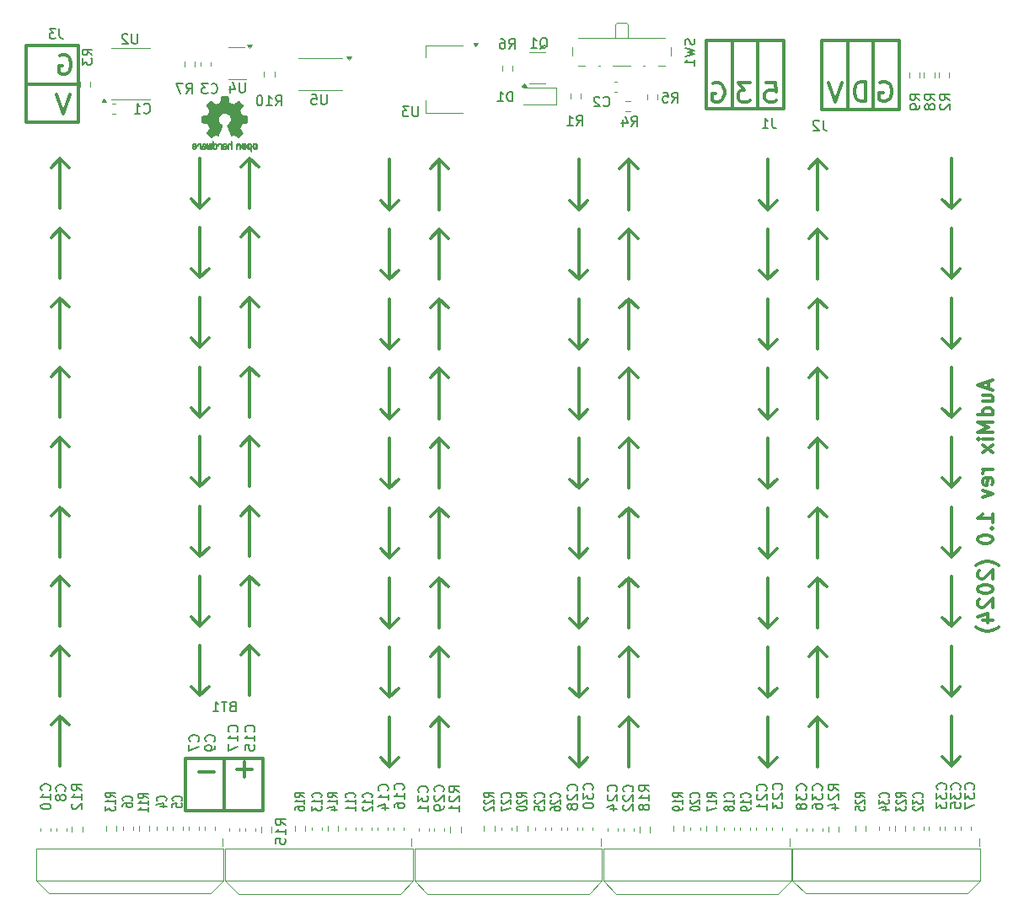
<source format=gbr>
%TF.GenerationSoftware,KiCad,Pcbnew,8.0.1*%
%TF.CreationDate,2024-03-30T14:47:10+03:00*%
%TF.ProjectId,AudMix,4175644d-6978-42e6-9b69-6361645f7063,rev?*%
%TF.SameCoordinates,Original*%
%TF.FileFunction,Legend,Bot*%
%TF.FilePolarity,Positive*%
%FSLAX46Y46*%
G04 Gerber Fmt 4.6, Leading zero omitted, Abs format (unit mm)*
G04 Created by KiCad (PCBNEW 8.0.1) date 2024-03-30 14:47:10*
%MOMM*%
%LPD*%
G01*
G04 APERTURE LIST*
%ADD10C,0.300000*%
%ADD11C,0.150000*%
%ADD12C,0.200000*%
%ADD13C,0.010000*%
%ADD14C,0.120000*%
%ADD15C,0.100000*%
G04 APERTURE END LIST*
D10*
X55000000Y-70500000D02*
X55900000Y-71400000D01*
X55000000Y-110500000D02*
X55000000Y-105500000D01*
X55000000Y-117500000D02*
X55000000Y-112500000D01*
X55000000Y-112500000D02*
X55900000Y-113400000D01*
X55000000Y-77500000D02*
X54100000Y-78400000D01*
X55000000Y-84500000D02*
X55900000Y-85400000D01*
X55000000Y-68500000D02*
X55000000Y-63500000D01*
X55000000Y-70500000D02*
X54100000Y-71400000D01*
X55000000Y-98500000D02*
X54100000Y-99400000D01*
X55000000Y-82500000D02*
X55000000Y-77500000D01*
X55000000Y-84500000D02*
X54100000Y-85400000D01*
X55000000Y-75500000D02*
X55000000Y-70500000D01*
X55000000Y-77500000D02*
X55900000Y-78400000D01*
X55000000Y-124500000D02*
X55000000Y-119500000D01*
X55000000Y-98500000D02*
X55900000Y-99400000D01*
X55000000Y-119500000D02*
X55900000Y-120400000D01*
X55000000Y-112500000D02*
X54100000Y-113400000D01*
X55000000Y-63500000D02*
X55900000Y-64400000D01*
X55000000Y-89500000D02*
X55000000Y-84500000D01*
X55000000Y-91500000D02*
X54100000Y-92400000D01*
X55000000Y-91500000D02*
X55900000Y-92400000D01*
X55000000Y-105500000D02*
X54100000Y-106400000D01*
X55000000Y-96500000D02*
X55000000Y-91500000D01*
X55000000Y-103500000D02*
X55000000Y-98500000D01*
X55000000Y-119500000D02*
X54100000Y-120400000D01*
X55000000Y-63500000D02*
X54100000Y-64400000D01*
X55000000Y-105500000D02*
X55900000Y-106400000D01*
X144500000Y-124500000D02*
X143600000Y-123600000D01*
X144500000Y-124500000D02*
X145400000Y-123600000D01*
X144500000Y-119500000D02*
X144500000Y-124500000D01*
X144500000Y-117500000D02*
X143600000Y-116600000D01*
X144500000Y-117500000D02*
X145400000Y-116600000D01*
X144500000Y-110500000D02*
X143600000Y-109600000D01*
X144500000Y-105500000D02*
X144500000Y-110500000D01*
X144500000Y-110500000D02*
X145400000Y-109600000D01*
X144500000Y-103500000D02*
X143600000Y-102600000D01*
X144500000Y-89500000D02*
X145400000Y-88600000D01*
X144500000Y-68500000D02*
X143600000Y-67600000D01*
X144500000Y-82500000D02*
X143600000Y-81600000D01*
X144500000Y-68500000D02*
X145400000Y-67600000D01*
X144500000Y-91500000D02*
X144500000Y-96500000D01*
X144500000Y-98500000D02*
X144500000Y-103500000D01*
X144500000Y-75500000D02*
X143600000Y-74600000D01*
X144500000Y-103500000D02*
X145400000Y-102600000D01*
X144500000Y-96500000D02*
X145400000Y-95600000D01*
X144500000Y-63500000D02*
X144500000Y-68500000D01*
X144500000Y-77500000D02*
X144500000Y-82500000D01*
X144500000Y-89500000D02*
X143600000Y-88600000D01*
X144500000Y-70500000D02*
X144500000Y-75500000D01*
X144500000Y-112500000D02*
X144500000Y-117500000D01*
X144500000Y-84500000D02*
X144500000Y-89500000D01*
X144500000Y-82500000D02*
X145400000Y-81600000D01*
X144500000Y-96500000D02*
X143600000Y-95600000D01*
X144500000Y-75500000D02*
X145400000Y-74600000D01*
X74050000Y-70450000D02*
X74950000Y-71350000D01*
X74050000Y-110450000D02*
X74050000Y-105450000D01*
X74050000Y-117450000D02*
X74050000Y-112450000D01*
X74050000Y-112450000D02*
X74950000Y-113350000D01*
X74050000Y-77450000D02*
X73150000Y-78350000D01*
X74050000Y-84450000D02*
X74950000Y-85350000D01*
X74050000Y-68450000D02*
X74050000Y-63450000D01*
X74050000Y-70450000D02*
X73150000Y-71350000D01*
X74050000Y-98450000D02*
X73150000Y-99350000D01*
X74050000Y-82450000D02*
X74050000Y-77450000D01*
X74050000Y-84450000D02*
X73150000Y-85350000D01*
X74050000Y-75450000D02*
X74050000Y-70450000D01*
X74050000Y-77450000D02*
X74950000Y-78350000D01*
X74050000Y-98450000D02*
X74950000Y-99350000D01*
X74050000Y-112450000D02*
X73150000Y-113350000D01*
X74050000Y-63450000D02*
X74950000Y-64350000D01*
X74050000Y-89450000D02*
X74050000Y-84450000D01*
X74050000Y-91450000D02*
X73150000Y-92350000D01*
X74050000Y-91450000D02*
X74950000Y-92350000D01*
X74050000Y-105450000D02*
X73150000Y-106350000D01*
X74050000Y-96450000D02*
X74050000Y-91450000D01*
X74050000Y-103450000D02*
X74050000Y-98450000D01*
X74050000Y-63450000D02*
X73150000Y-64350000D01*
X74050000Y-105450000D02*
X74950000Y-106350000D01*
X69050000Y-117450000D02*
X68150000Y-116550000D01*
X69050000Y-117450000D02*
X69950000Y-116550000D01*
X69050000Y-110450000D02*
X68150000Y-109550000D01*
X69050000Y-105450000D02*
X69050000Y-110450000D01*
X69050000Y-110450000D02*
X69950000Y-109550000D01*
X69050000Y-103450000D02*
X68150000Y-102550000D01*
X69050000Y-89450000D02*
X69950000Y-88550000D01*
X69050000Y-68450000D02*
X68150000Y-67550000D01*
X69050000Y-82450000D02*
X68150000Y-81550000D01*
X69050000Y-68450000D02*
X69950000Y-67550000D01*
X69050000Y-91450000D02*
X69050000Y-96450000D01*
X69050000Y-98450000D02*
X69050000Y-103450000D01*
X69050000Y-75450000D02*
X68150000Y-74550000D01*
X69050000Y-103450000D02*
X69950000Y-102550000D01*
X69050000Y-96450000D02*
X69950000Y-95550000D01*
X69050000Y-63450000D02*
X69050000Y-68450000D01*
X69050000Y-77450000D02*
X69050000Y-82450000D01*
X69050000Y-89450000D02*
X68150000Y-88550000D01*
X69050000Y-70450000D02*
X69050000Y-75450000D01*
X69050000Y-112450000D02*
X69050000Y-117450000D01*
X69050000Y-84450000D02*
X69050000Y-89450000D01*
X69050000Y-82450000D02*
X69950000Y-81550000D01*
X69050000Y-96450000D02*
X68150000Y-95550000D01*
X69050000Y-75450000D02*
X69950000Y-74550000D01*
X93100000Y-70600000D02*
X94000000Y-71500000D01*
X93100000Y-110600000D02*
X93100000Y-105600000D01*
X93100000Y-117600000D02*
X93100000Y-112600000D01*
X93100000Y-112600000D02*
X94000000Y-113500000D01*
X93100000Y-77600000D02*
X92200000Y-78500000D01*
X93100000Y-84600000D02*
X94000000Y-85500000D01*
X93100000Y-68600000D02*
X93100000Y-63600000D01*
X93100000Y-70600000D02*
X92200000Y-71500000D01*
X93100000Y-98600000D02*
X92200000Y-99500000D01*
X93100000Y-82600000D02*
X93100000Y-77600000D01*
X93100000Y-84600000D02*
X92200000Y-85500000D01*
X93100000Y-75600000D02*
X93100000Y-70600000D01*
X93100000Y-77600000D02*
X94000000Y-78500000D01*
X93100000Y-124600000D02*
X93100000Y-119600000D01*
X93100000Y-98600000D02*
X94000000Y-99500000D01*
X93100000Y-119600000D02*
X94000000Y-120500000D01*
X93100000Y-112600000D02*
X92200000Y-113500000D01*
X93100000Y-63600000D02*
X94000000Y-64500000D01*
X93100000Y-89600000D02*
X93100000Y-84600000D01*
X93100000Y-91600000D02*
X92200000Y-92500000D01*
X93100000Y-91600000D02*
X94000000Y-92500000D01*
X93100000Y-105600000D02*
X92200000Y-106500000D01*
X93100000Y-96600000D02*
X93100000Y-91600000D01*
X93100000Y-103600000D02*
X93100000Y-98600000D01*
X93100000Y-119600000D02*
X92200000Y-120500000D01*
X93100000Y-63600000D02*
X92200000Y-64500000D01*
X93100000Y-105600000D02*
X94000000Y-106500000D01*
X88100000Y-117600000D02*
X87200000Y-116700000D01*
X88100000Y-124600000D02*
X87200000Y-123700000D01*
X88100000Y-124600000D02*
X89000000Y-123700000D01*
X88100000Y-119600000D02*
X88100000Y-124600000D01*
X88100000Y-117600000D02*
X89000000Y-116700000D01*
X88100000Y-110600000D02*
X87200000Y-109700000D01*
X88100000Y-105600000D02*
X88100000Y-110600000D01*
X88100000Y-110600000D02*
X89000000Y-109700000D01*
X88100000Y-103600000D02*
X87200000Y-102700000D01*
X88100000Y-89600000D02*
X89000000Y-88700000D01*
X88100000Y-68600000D02*
X87200000Y-67700000D01*
X88100000Y-82600000D02*
X87200000Y-81700000D01*
X88100000Y-68600000D02*
X89000000Y-67700000D01*
X88100000Y-91600000D02*
X88100000Y-96600000D01*
X88100000Y-98600000D02*
X88100000Y-103600000D01*
X88100000Y-75600000D02*
X87200000Y-74700000D01*
X88100000Y-103600000D02*
X89000000Y-102700000D01*
X88100000Y-96600000D02*
X89000000Y-95700000D01*
X88100000Y-63600000D02*
X88100000Y-68600000D01*
X88100000Y-77600000D02*
X88100000Y-82600000D01*
X88100000Y-89600000D02*
X87200000Y-88700000D01*
X88100000Y-70600000D02*
X88100000Y-75600000D01*
X88100000Y-112600000D02*
X88100000Y-117600000D01*
X88100000Y-84600000D02*
X88100000Y-89600000D01*
X88100000Y-82600000D02*
X89000000Y-81700000D01*
X88100000Y-96600000D02*
X87200000Y-95700000D01*
X88100000Y-75600000D02*
X89000000Y-74700000D01*
X112100000Y-70600000D02*
X113000000Y-71500000D01*
X112100000Y-110600000D02*
X112100000Y-105600000D01*
X112100000Y-117600000D02*
X112100000Y-112600000D01*
X112100000Y-112600000D02*
X113000000Y-113500000D01*
X112100000Y-77600000D02*
X111200000Y-78500000D01*
X112100000Y-84600000D02*
X113000000Y-85500000D01*
X112100000Y-68600000D02*
X112100000Y-63600000D01*
X112100000Y-70600000D02*
X111200000Y-71500000D01*
X112100000Y-98600000D02*
X111200000Y-99500000D01*
X112100000Y-82600000D02*
X112100000Y-77600000D01*
X112100000Y-84600000D02*
X111200000Y-85500000D01*
X112100000Y-75600000D02*
X112100000Y-70600000D01*
X112100000Y-77600000D02*
X113000000Y-78500000D01*
X112100000Y-124600000D02*
X112100000Y-119600000D01*
X112100000Y-98600000D02*
X113000000Y-99500000D01*
X112100000Y-119600000D02*
X113000000Y-120500000D01*
X112100000Y-112600000D02*
X111200000Y-113500000D01*
X112100000Y-63600000D02*
X113000000Y-64500000D01*
X112100000Y-89600000D02*
X112100000Y-84600000D01*
X112100000Y-91600000D02*
X111200000Y-92500000D01*
X112100000Y-91600000D02*
X113000000Y-92500000D01*
X112100000Y-105600000D02*
X111200000Y-106500000D01*
X112100000Y-96600000D02*
X112100000Y-91600000D01*
X112100000Y-103600000D02*
X112100000Y-98600000D01*
X112100000Y-119600000D02*
X111200000Y-120500000D01*
X112100000Y-63600000D02*
X111200000Y-64500000D01*
X112100000Y-105600000D02*
X113000000Y-106500000D01*
X107100000Y-117600000D02*
X106200000Y-116700000D01*
X107100000Y-124600000D02*
X106200000Y-123700000D01*
X107100000Y-124600000D02*
X108000000Y-123700000D01*
X107100000Y-119600000D02*
X107100000Y-124600000D01*
X107100000Y-117600000D02*
X108000000Y-116700000D01*
X107100000Y-110600000D02*
X106200000Y-109700000D01*
X107100000Y-105600000D02*
X107100000Y-110600000D01*
X107100000Y-110600000D02*
X108000000Y-109700000D01*
X107100000Y-103600000D02*
X106200000Y-102700000D01*
X107100000Y-89600000D02*
X108000000Y-88700000D01*
X107100000Y-68600000D02*
X106200000Y-67700000D01*
X107100000Y-82600000D02*
X106200000Y-81700000D01*
X107100000Y-68600000D02*
X108000000Y-67700000D01*
X107100000Y-91600000D02*
X107100000Y-96600000D01*
X107100000Y-98600000D02*
X107100000Y-103600000D01*
X107100000Y-75600000D02*
X106200000Y-74700000D01*
X107100000Y-103600000D02*
X108000000Y-102700000D01*
X107100000Y-96600000D02*
X108000000Y-95700000D01*
X107100000Y-63600000D02*
X107100000Y-68600000D01*
X107100000Y-77600000D02*
X107100000Y-82600000D01*
X107100000Y-89600000D02*
X106200000Y-88700000D01*
X107100000Y-70600000D02*
X107100000Y-75600000D01*
X107100000Y-112600000D02*
X107100000Y-117600000D01*
X107100000Y-84600000D02*
X107100000Y-89600000D01*
X107100000Y-82600000D02*
X108000000Y-81700000D01*
X107100000Y-96600000D02*
X106200000Y-95700000D01*
X107100000Y-75600000D02*
X108000000Y-74700000D01*
X131100000Y-70600000D02*
X132000000Y-71500000D01*
X131100000Y-110600000D02*
X131100000Y-105600000D01*
X131100000Y-117600000D02*
X131100000Y-112600000D01*
X131100000Y-112600000D02*
X132000000Y-113500000D01*
X131100000Y-77600000D02*
X130200000Y-78500000D01*
X131100000Y-84600000D02*
X132000000Y-85500000D01*
X131100000Y-68600000D02*
X131100000Y-63600000D01*
X131100000Y-70600000D02*
X130200000Y-71500000D01*
X131100000Y-98600000D02*
X130200000Y-99500000D01*
X131100000Y-82600000D02*
X131100000Y-77600000D01*
X131100000Y-84600000D02*
X130200000Y-85500000D01*
X131100000Y-75600000D02*
X131100000Y-70600000D01*
X131100000Y-77600000D02*
X132000000Y-78500000D01*
X131100000Y-124600000D02*
X131100000Y-119600000D01*
X131100000Y-98600000D02*
X132000000Y-99500000D01*
X131100000Y-119600000D02*
X132000000Y-120500000D01*
X131100000Y-112600000D02*
X130200000Y-113500000D01*
X131100000Y-63600000D02*
X132000000Y-64500000D01*
X131100000Y-89600000D02*
X131100000Y-84600000D01*
X131100000Y-91600000D02*
X130200000Y-92500000D01*
X131100000Y-91600000D02*
X132000000Y-92500000D01*
X131100000Y-105600000D02*
X130200000Y-106500000D01*
X131100000Y-96600000D02*
X131100000Y-91600000D01*
X131100000Y-103600000D02*
X131100000Y-98600000D01*
X131100000Y-119600000D02*
X130200000Y-120500000D01*
X131100000Y-63600000D02*
X130200000Y-64500000D01*
X131100000Y-105600000D02*
X132000000Y-106500000D01*
X126100000Y-117600000D02*
X125200000Y-116700000D01*
X126100000Y-124600000D02*
X125200000Y-123700000D01*
X126100000Y-124600000D02*
X127000000Y-123700000D01*
X126100000Y-119600000D02*
X126100000Y-124600000D01*
X126100000Y-117600000D02*
X127000000Y-116700000D01*
X126100000Y-110600000D02*
X125200000Y-109700000D01*
X126100000Y-105600000D02*
X126100000Y-110600000D01*
X126100000Y-110600000D02*
X127000000Y-109700000D01*
X126100000Y-103600000D02*
X125200000Y-102700000D01*
X126100000Y-89600000D02*
X127000000Y-88700000D01*
X126100000Y-68600000D02*
X125200000Y-67700000D01*
X126100000Y-82600000D02*
X125200000Y-81700000D01*
X126100000Y-68600000D02*
X127000000Y-67700000D01*
X126100000Y-91600000D02*
X126100000Y-96600000D01*
X126100000Y-98600000D02*
X126100000Y-103600000D01*
X126100000Y-75600000D02*
X125200000Y-74700000D01*
X126100000Y-103600000D02*
X127000000Y-102700000D01*
X126100000Y-96600000D02*
X127000000Y-95700000D01*
X126100000Y-63600000D02*
X126100000Y-68600000D01*
X126100000Y-77600000D02*
X126100000Y-82600000D01*
X126100000Y-89600000D02*
X125200000Y-88700000D01*
X126100000Y-70600000D02*
X126100000Y-75600000D01*
X126100000Y-112600000D02*
X126100000Y-117600000D01*
X126100000Y-84600000D02*
X126100000Y-89600000D01*
X126100000Y-82600000D02*
X127000000Y-81700000D01*
X126100000Y-96600000D02*
X125200000Y-95700000D01*
X126100000Y-75600000D02*
X127000000Y-74700000D01*
X148272257Y-85883082D02*
X148272257Y-86597368D01*
X148700828Y-85740225D02*
X147200828Y-86240225D01*
X147200828Y-86240225D02*
X148700828Y-86740225D01*
X147700828Y-87883082D02*
X148700828Y-87883082D01*
X147700828Y-87240224D02*
X148486542Y-87240224D01*
X148486542Y-87240224D02*
X148629400Y-87311653D01*
X148629400Y-87311653D02*
X148700828Y-87454510D01*
X148700828Y-87454510D02*
X148700828Y-87668796D01*
X148700828Y-87668796D02*
X148629400Y-87811653D01*
X148629400Y-87811653D02*
X148557971Y-87883082D01*
X148700828Y-89240225D02*
X147200828Y-89240225D01*
X148629400Y-89240225D02*
X148700828Y-89097367D01*
X148700828Y-89097367D02*
X148700828Y-88811653D01*
X148700828Y-88811653D02*
X148629400Y-88668796D01*
X148629400Y-88668796D02*
X148557971Y-88597367D01*
X148557971Y-88597367D02*
X148415114Y-88525939D01*
X148415114Y-88525939D02*
X147986542Y-88525939D01*
X147986542Y-88525939D02*
X147843685Y-88597367D01*
X147843685Y-88597367D02*
X147772257Y-88668796D01*
X147772257Y-88668796D02*
X147700828Y-88811653D01*
X147700828Y-88811653D02*
X147700828Y-89097367D01*
X147700828Y-89097367D02*
X147772257Y-89240225D01*
X148700828Y-89954510D02*
X147200828Y-89954510D01*
X147200828Y-89954510D02*
X148272257Y-90454510D01*
X148272257Y-90454510D02*
X147200828Y-90954510D01*
X147200828Y-90954510D02*
X148700828Y-90954510D01*
X148700828Y-91668796D02*
X147700828Y-91668796D01*
X147200828Y-91668796D02*
X147272257Y-91597368D01*
X147272257Y-91597368D02*
X147343685Y-91668796D01*
X147343685Y-91668796D02*
X147272257Y-91740225D01*
X147272257Y-91740225D02*
X147200828Y-91668796D01*
X147200828Y-91668796D02*
X147343685Y-91668796D01*
X148700828Y-92240225D02*
X147700828Y-93025940D01*
X147700828Y-92240225D02*
X148700828Y-93025940D01*
X148700828Y-94740225D02*
X147700828Y-94740225D01*
X147986542Y-94740225D02*
X147843685Y-94811654D01*
X147843685Y-94811654D02*
X147772257Y-94883083D01*
X147772257Y-94883083D02*
X147700828Y-95025940D01*
X147700828Y-95025940D02*
X147700828Y-95168797D01*
X148629400Y-96240225D02*
X148700828Y-96097368D01*
X148700828Y-96097368D02*
X148700828Y-95811654D01*
X148700828Y-95811654D02*
X148629400Y-95668796D01*
X148629400Y-95668796D02*
X148486542Y-95597368D01*
X148486542Y-95597368D02*
X147915114Y-95597368D01*
X147915114Y-95597368D02*
X147772257Y-95668796D01*
X147772257Y-95668796D02*
X147700828Y-95811654D01*
X147700828Y-95811654D02*
X147700828Y-96097368D01*
X147700828Y-96097368D02*
X147772257Y-96240225D01*
X147772257Y-96240225D02*
X147915114Y-96311654D01*
X147915114Y-96311654D02*
X148057971Y-96311654D01*
X148057971Y-96311654D02*
X148200828Y-95597368D01*
X147700828Y-96811653D02*
X148700828Y-97168796D01*
X148700828Y-97168796D02*
X147700828Y-97525939D01*
X148700828Y-100025939D02*
X148700828Y-99168796D01*
X148700828Y-99597367D02*
X147200828Y-99597367D01*
X147200828Y-99597367D02*
X147415114Y-99454510D01*
X147415114Y-99454510D02*
X147557971Y-99311653D01*
X147557971Y-99311653D02*
X147629400Y-99168796D01*
X148557971Y-100668795D02*
X148629400Y-100740224D01*
X148629400Y-100740224D02*
X148700828Y-100668795D01*
X148700828Y-100668795D02*
X148629400Y-100597367D01*
X148629400Y-100597367D02*
X148557971Y-100668795D01*
X148557971Y-100668795D02*
X148700828Y-100668795D01*
X147200828Y-101668796D02*
X147200828Y-101811653D01*
X147200828Y-101811653D02*
X147272257Y-101954510D01*
X147272257Y-101954510D02*
X147343685Y-102025939D01*
X147343685Y-102025939D02*
X147486542Y-102097367D01*
X147486542Y-102097367D02*
X147772257Y-102168796D01*
X147772257Y-102168796D02*
X148129400Y-102168796D01*
X148129400Y-102168796D02*
X148415114Y-102097367D01*
X148415114Y-102097367D02*
X148557971Y-102025939D01*
X148557971Y-102025939D02*
X148629400Y-101954510D01*
X148629400Y-101954510D02*
X148700828Y-101811653D01*
X148700828Y-101811653D02*
X148700828Y-101668796D01*
X148700828Y-101668796D02*
X148629400Y-101525939D01*
X148629400Y-101525939D02*
X148557971Y-101454510D01*
X148557971Y-101454510D02*
X148415114Y-101383081D01*
X148415114Y-101383081D02*
X148129400Y-101311653D01*
X148129400Y-101311653D02*
X147772257Y-101311653D01*
X147772257Y-101311653D02*
X147486542Y-101383081D01*
X147486542Y-101383081D02*
X147343685Y-101454510D01*
X147343685Y-101454510D02*
X147272257Y-101525939D01*
X147272257Y-101525939D02*
X147200828Y-101668796D01*
X149272257Y-104383081D02*
X149200828Y-104311652D01*
X149200828Y-104311652D02*
X148986542Y-104168795D01*
X148986542Y-104168795D02*
X148843685Y-104097367D01*
X148843685Y-104097367D02*
X148629400Y-104025938D01*
X148629400Y-104025938D02*
X148272257Y-103954509D01*
X148272257Y-103954509D02*
X147986542Y-103954509D01*
X147986542Y-103954509D02*
X147629400Y-104025938D01*
X147629400Y-104025938D02*
X147415114Y-104097367D01*
X147415114Y-104097367D02*
X147272257Y-104168795D01*
X147272257Y-104168795D02*
X147057971Y-104311652D01*
X147057971Y-104311652D02*
X146986542Y-104383081D01*
X147343685Y-104883081D02*
X147272257Y-104954509D01*
X147272257Y-104954509D02*
X147200828Y-105097367D01*
X147200828Y-105097367D02*
X147200828Y-105454509D01*
X147200828Y-105454509D02*
X147272257Y-105597367D01*
X147272257Y-105597367D02*
X147343685Y-105668795D01*
X147343685Y-105668795D02*
X147486542Y-105740224D01*
X147486542Y-105740224D02*
X147629400Y-105740224D01*
X147629400Y-105740224D02*
X147843685Y-105668795D01*
X147843685Y-105668795D02*
X148700828Y-104811652D01*
X148700828Y-104811652D02*
X148700828Y-105740224D01*
X147200828Y-106668795D02*
X147200828Y-106811652D01*
X147200828Y-106811652D02*
X147272257Y-106954509D01*
X147272257Y-106954509D02*
X147343685Y-107025938D01*
X147343685Y-107025938D02*
X147486542Y-107097366D01*
X147486542Y-107097366D02*
X147772257Y-107168795D01*
X147772257Y-107168795D02*
X148129400Y-107168795D01*
X148129400Y-107168795D02*
X148415114Y-107097366D01*
X148415114Y-107097366D02*
X148557971Y-107025938D01*
X148557971Y-107025938D02*
X148629400Y-106954509D01*
X148629400Y-106954509D02*
X148700828Y-106811652D01*
X148700828Y-106811652D02*
X148700828Y-106668795D01*
X148700828Y-106668795D02*
X148629400Y-106525938D01*
X148629400Y-106525938D02*
X148557971Y-106454509D01*
X148557971Y-106454509D02*
X148415114Y-106383080D01*
X148415114Y-106383080D02*
X148129400Y-106311652D01*
X148129400Y-106311652D02*
X147772257Y-106311652D01*
X147772257Y-106311652D02*
X147486542Y-106383080D01*
X147486542Y-106383080D02*
X147343685Y-106454509D01*
X147343685Y-106454509D02*
X147272257Y-106525938D01*
X147272257Y-106525938D02*
X147200828Y-106668795D01*
X147343685Y-107740223D02*
X147272257Y-107811651D01*
X147272257Y-107811651D02*
X147200828Y-107954509D01*
X147200828Y-107954509D02*
X147200828Y-108311651D01*
X147200828Y-108311651D02*
X147272257Y-108454509D01*
X147272257Y-108454509D02*
X147343685Y-108525937D01*
X147343685Y-108525937D02*
X147486542Y-108597366D01*
X147486542Y-108597366D02*
X147629400Y-108597366D01*
X147629400Y-108597366D02*
X147843685Y-108525937D01*
X147843685Y-108525937D02*
X148700828Y-107668794D01*
X148700828Y-107668794D02*
X148700828Y-108597366D01*
X147700828Y-109883080D02*
X148700828Y-109883080D01*
X147129400Y-109525937D02*
X148200828Y-109168794D01*
X148200828Y-109168794D02*
X148200828Y-110097365D01*
X149272257Y-110525936D02*
X149200828Y-110597365D01*
X149200828Y-110597365D02*
X148986542Y-110740222D01*
X148986542Y-110740222D02*
X148843685Y-110811651D01*
X148843685Y-110811651D02*
X148629400Y-110883079D01*
X148629400Y-110883079D02*
X148272257Y-110954508D01*
X148272257Y-110954508D02*
X147986542Y-110954508D01*
X147986542Y-110954508D02*
X147629400Y-110883079D01*
X147629400Y-110883079D02*
X147415114Y-110811651D01*
X147415114Y-110811651D02*
X147272257Y-110740222D01*
X147272257Y-110740222D02*
X147057971Y-110597365D01*
X147057971Y-110597365D02*
X146986542Y-110525936D01*
D11*
X129859580Y-126957142D02*
X129907200Y-126909523D01*
X129907200Y-126909523D02*
X129954819Y-126766666D01*
X129954819Y-126766666D02*
X129954819Y-126671428D01*
X129954819Y-126671428D02*
X129907200Y-126528571D01*
X129907200Y-126528571D02*
X129811961Y-126433333D01*
X129811961Y-126433333D02*
X129716723Y-126385714D01*
X129716723Y-126385714D02*
X129526247Y-126338095D01*
X129526247Y-126338095D02*
X129383390Y-126338095D01*
X129383390Y-126338095D02*
X129192914Y-126385714D01*
X129192914Y-126385714D02*
X129097676Y-126433333D01*
X129097676Y-126433333D02*
X129002438Y-126528571D01*
X129002438Y-126528571D02*
X128954819Y-126671428D01*
X128954819Y-126671428D02*
X128954819Y-126766666D01*
X128954819Y-126766666D02*
X129002438Y-126909523D01*
X129002438Y-126909523D02*
X129050057Y-126957142D01*
X128954819Y-127290476D02*
X128954819Y-127909523D01*
X128954819Y-127909523D02*
X129335771Y-127576190D01*
X129335771Y-127576190D02*
X129335771Y-127719047D01*
X129335771Y-127719047D02*
X129383390Y-127814285D01*
X129383390Y-127814285D02*
X129431009Y-127861904D01*
X129431009Y-127861904D02*
X129526247Y-127909523D01*
X129526247Y-127909523D02*
X129764342Y-127909523D01*
X129764342Y-127909523D02*
X129859580Y-127861904D01*
X129859580Y-127861904D02*
X129907200Y-127814285D01*
X129907200Y-127814285D02*
X129954819Y-127719047D01*
X129954819Y-127719047D02*
X129954819Y-127433333D01*
X129954819Y-127433333D02*
X129907200Y-127338095D01*
X129907200Y-127338095D02*
X129859580Y-127290476D01*
X129383390Y-128480952D02*
X129335771Y-128385714D01*
X129335771Y-128385714D02*
X129288152Y-128338095D01*
X129288152Y-128338095D02*
X129192914Y-128290476D01*
X129192914Y-128290476D02*
X129145295Y-128290476D01*
X129145295Y-128290476D02*
X129050057Y-128338095D01*
X129050057Y-128338095D02*
X129002438Y-128385714D01*
X129002438Y-128385714D02*
X128954819Y-128480952D01*
X128954819Y-128480952D02*
X128954819Y-128671428D01*
X128954819Y-128671428D02*
X129002438Y-128766666D01*
X129002438Y-128766666D02*
X129050057Y-128814285D01*
X129050057Y-128814285D02*
X129145295Y-128861904D01*
X129145295Y-128861904D02*
X129192914Y-128861904D01*
X129192914Y-128861904D02*
X129288152Y-128814285D01*
X129288152Y-128814285D02*
X129335771Y-128766666D01*
X129335771Y-128766666D02*
X129383390Y-128671428D01*
X129383390Y-128671428D02*
X129383390Y-128480952D01*
X129383390Y-128480952D02*
X129431009Y-128385714D01*
X129431009Y-128385714D02*
X129478628Y-128338095D01*
X129478628Y-128338095D02*
X129573866Y-128290476D01*
X129573866Y-128290476D02*
X129764342Y-128290476D01*
X129764342Y-128290476D02*
X129859580Y-128338095D01*
X129859580Y-128338095D02*
X129907200Y-128385714D01*
X129907200Y-128385714D02*
X129954819Y-128480952D01*
X129954819Y-128480952D02*
X129954819Y-128671428D01*
X129954819Y-128671428D02*
X129907200Y-128766666D01*
X129907200Y-128766666D02*
X129859580Y-128814285D01*
X129859580Y-128814285D02*
X129764342Y-128861904D01*
X129764342Y-128861904D02*
X129573866Y-128861904D01*
X129573866Y-128861904D02*
X129478628Y-128814285D01*
X129478628Y-128814285D02*
X129431009Y-128766666D01*
X129431009Y-128766666D02*
X129383390Y-128671428D01*
X135854819Y-127649999D02*
X135378628Y-127416666D01*
X135854819Y-127249999D02*
X134854819Y-127249999D01*
X134854819Y-127249999D02*
X134854819Y-127516666D01*
X134854819Y-127516666D02*
X134902438Y-127583333D01*
X134902438Y-127583333D02*
X134950057Y-127616666D01*
X134950057Y-127616666D02*
X135045295Y-127649999D01*
X135045295Y-127649999D02*
X135188152Y-127649999D01*
X135188152Y-127649999D02*
X135283390Y-127616666D01*
X135283390Y-127616666D02*
X135331009Y-127583333D01*
X135331009Y-127583333D02*
X135378628Y-127516666D01*
X135378628Y-127516666D02*
X135378628Y-127249999D01*
X134950057Y-127916666D02*
X134902438Y-127949999D01*
X134902438Y-127949999D02*
X134854819Y-128016666D01*
X134854819Y-128016666D02*
X134854819Y-128183333D01*
X134854819Y-128183333D02*
X134902438Y-128249999D01*
X134902438Y-128249999D02*
X134950057Y-128283333D01*
X134950057Y-128283333D02*
X135045295Y-128316666D01*
X135045295Y-128316666D02*
X135140533Y-128316666D01*
X135140533Y-128316666D02*
X135283390Y-128283333D01*
X135283390Y-128283333D02*
X135854819Y-127883333D01*
X135854819Y-127883333D02*
X135854819Y-128316666D01*
X134854819Y-128950000D02*
X134854819Y-128616666D01*
X134854819Y-128616666D02*
X135331009Y-128583333D01*
X135331009Y-128583333D02*
X135283390Y-128616666D01*
X135283390Y-128616666D02*
X135235771Y-128683333D01*
X135235771Y-128683333D02*
X135235771Y-128850000D01*
X135235771Y-128850000D02*
X135283390Y-128916666D01*
X135283390Y-128916666D02*
X135331009Y-128950000D01*
X135331009Y-128950000D02*
X135426247Y-128983333D01*
X135426247Y-128983333D02*
X135664342Y-128983333D01*
X135664342Y-128983333D02*
X135759580Y-128950000D01*
X135759580Y-128950000D02*
X135807200Y-128916666D01*
X135807200Y-128916666D02*
X135854819Y-128850000D01*
X135854819Y-128850000D02*
X135854819Y-128683333D01*
X135854819Y-128683333D02*
X135807200Y-128616666D01*
X135807200Y-128616666D02*
X135759580Y-128583333D01*
X120954819Y-127649999D02*
X120478628Y-127416666D01*
X120954819Y-127249999D02*
X119954819Y-127249999D01*
X119954819Y-127249999D02*
X119954819Y-127516666D01*
X119954819Y-127516666D02*
X120002438Y-127583333D01*
X120002438Y-127583333D02*
X120050057Y-127616666D01*
X120050057Y-127616666D02*
X120145295Y-127649999D01*
X120145295Y-127649999D02*
X120288152Y-127649999D01*
X120288152Y-127649999D02*
X120383390Y-127616666D01*
X120383390Y-127616666D02*
X120431009Y-127583333D01*
X120431009Y-127583333D02*
X120478628Y-127516666D01*
X120478628Y-127516666D02*
X120478628Y-127249999D01*
X120954819Y-128316666D02*
X120954819Y-127916666D01*
X120954819Y-128116666D02*
X119954819Y-128116666D01*
X119954819Y-128116666D02*
X120097676Y-128049999D01*
X120097676Y-128049999D02*
X120192914Y-127983333D01*
X120192914Y-127983333D02*
X120240533Y-127916666D01*
X119954819Y-128550000D02*
X119954819Y-129016666D01*
X119954819Y-129016666D02*
X120954819Y-128716666D01*
X100189580Y-127649999D02*
X100237200Y-127616666D01*
X100237200Y-127616666D02*
X100284819Y-127516666D01*
X100284819Y-127516666D02*
X100284819Y-127449999D01*
X100284819Y-127449999D02*
X100237200Y-127349999D01*
X100237200Y-127349999D02*
X100141961Y-127283333D01*
X100141961Y-127283333D02*
X100046723Y-127249999D01*
X100046723Y-127249999D02*
X99856247Y-127216666D01*
X99856247Y-127216666D02*
X99713390Y-127216666D01*
X99713390Y-127216666D02*
X99522914Y-127249999D01*
X99522914Y-127249999D02*
X99427676Y-127283333D01*
X99427676Y-127283333D02*
X99332438Y-127349999D01*
X99332438Y-127349999D02*
X99284819Y-127449999D01*
X99284819Y-127449999D02*
X99284819Y-127516666D01*
X99284819Y-127516666D02*
X99332438Y-127616666D01*
X99332438Y-127616666D02*
X99380057Y-127649999D01*
X99380057Y-127916666D02*
X99332438Y-127949999D01*
X99332438Y-127949999D02*
X99284819Y-128016666D01*
X99284819Y-128016666D02*
X99284819Y-128183333D01*
X99284819Y-128183333D02*
X99332438Y-128249999D01*
X99332438Y-128249999D02*
X99380057Y-128283333D01*
X99380057Y-128283333D02*
X99475295Y-128316666D01*
X99475295Y-128316666D02*
X99570533Y-128316666D01*
X99570533Y-128316666D02*
X99713390Y-128283333D01*
X99713390Y-128283333D02*
X100284819Y-127883333D01*
X100284819Y-127883333D02*
X100284819Y-128316666D01*
X99284819Y-128550000D02*
X99284819Y-129016666D01*
X99284819Y-129016666D02*
X100284819Y-128716666D01*
X141354819Y-57633333D02*
X140878628Y-57300000D01*
X141354819Y-57061905D02*
X140354819Y-57061905D01*
X140354819Y-57061905D02*
X140354819Y-57442857D01*
X140354819Y-57442857D02*
X140402438Y-57538095D01*
X140402438Y-57538095D02*
X140450057Y-57585714D01*
X140450057Y-57585714D02*
X140545295Y-57633333D01*
X140545295Y-57633333D02*
X140688152Y-57633333D01*
X140688152Y-57633333D02*
X140783390Y-57585714D01*
X140783390Y-57585714D02*
X140831009Y-57538095D01*
X140831009Y-57538095D02*
X140878628Y-57442857D01*
X140878628Y-57442857D02*
X140878628Y-57061905D01*
X141354819Y-58109524D02*
X141354819Y-58300000D01*
X141354819Y-58300000D02*
X141307200Y-58395238D01*
X141307200Y-58395238D02*
X141259580Y-58442857D01*
X141259580Y-58442857D02*
X141116723Y-58538095D01*
X141116723Y-58538095D02*
X140926247Y-58585714D01*
X140926247Y-58585714D02*
X140545295Y-58585714D01*
X140545295Y-58585714D02*
X140450057Y-58538095D01*
X140450057Y-58538095D02*
X140402438Y-58490476D01*
X140402438Y-58490476D02*
X140354819Y-58395238D01*
X140354819Y-58395238D02*
X140354819Y-58204762D01*
X140354819Y-58204762D02*
X140402438Y-58109524D01*
X140402438Y-58109524D02*
X140450057Y-58061905D01*
X140450057Y-58061905D02*
X140545295Y-58014286D01*
X140545295Y-58014286D02*
X140783390Y-58014286D01*
X140783390Y-58014286D02*
X140878628Y-58061905D01*
X140878628Y-58061905D02*
X140926247Y-58109524D01*
X140926247Y-58109524D02*
X140973866Y-58204762D01*
X140973866Y-58204762D02*
X140973866Y-58395238D01*
X140973866Y-58395238D02*
X140926247Y-58490476D01*
X140926247Y-58490476D02*
X140878628Y-58538095D01*
X140878628Y-58538095D02*
X140783390Y-58585714D01*
X116466666Y-57854819D02*
X116799999Y-57378628D01*
X117038094Y-57854819D02*
X117038094Y-56854819D01*
X117038094Y-56854819D02*
X116657142Y-56854819D01*
X116657142Y-56854819D02*
X116561904Y-56902438D01*
X116561904Y-56902438D02*
X116514285Y-56950057D01*
X116514285Y-56950057D02*
X116466666Y-57045295D01*
X116466666Y-57045295D02*
X116466666Y-57188152D01*
X116466666Y-57188152D02*
X116514285Y-57283390D01*
X116514285Y-57283390D02*
X116561904Y-57331009D01*
X116561904Y-57331009D02*
X116657142Y-57378628D01*
X116657142Y-57378628D02*
X117038094Y-57378628D01*
X115561904Y-56854819D02*
X116038094Y-56854819D01*
X116038094Y-56854819D02*
X116085713Y-57331009D01*
X116085713Y-57331009D02*
X116038094Y-57283390D01*
X116038094Y-57283390D02*
X115942856Y-57235771D01*
X115942856Y-57235771D02*
X115704761Y-57235771D01*
X115704761Y-57235771D02*
X115609523Y-57283390D01*
X115609523Y-57283390D02*
X115561904Y-57331009D01*
X115561904Y-57331009D02*
X115514285Y-57426247D01*
X115514285Y-57426247D02*
X115514285Y-57664342D01*
X115514285Y-57664342D02*
X115561904Y-57759580D01*
X115561904Y-57759580D02*
X115609523Y-57807200D01*
X115609523Y-57807200D02*
X115704761Y-57854819D01*
X115704761Y-57854819D02*
X115942856Y-57854819D01*
X115942856Y-57854819D02*
X116038094Y-57807200D01*
X116038094Y-57807200D02*
X116085713Y-57759580D01*
X103559580Y-127649999D02*
X103607200Y-127616666D01*
X103607200Y-127616666D02*
X103654819Y-127516666D01*
X103654819Y-127516666D02*
X103654819Y-127449999D01*
X103654819Y-127449999D02*
X103607200Y-127349999D01*
X103607200Y-127349999D02*
X103511961Y-127283333D01*
X103511961Y-127283333D02*
X103416723Y-127249999D01*
X103416723Y-127249999D02*
X103226247Y-127216666D01*
X103226247Y-127216666D02*
X103083390Y-127216666D01*
X103083390Y-127216666D02*
X102892914Y-127249999D01*
X102892914Y-127249999D02*
X102797676Y-127283333D01*
X102797676Y-127283333D02*
X102702438Y-127349999D01*
X102702438Y-127349999D02*
X102654819Y-127449999D01*
X102654819Y-127449999D02*
X102654819Y-127516666D01*
X102654819Y-127516666D02*
X102702438Y-127616666D01*
X102702438Y-127616666D02*
X102750057Y-127649999D01*
X102750057Y-127916666D02*
X102702438Y-127949999D01*
X102702438Y-127949999D02*
X102654819Y-128016666D01*
X102654819Y-128016666D02*
X102654819Y-128183333D01*
X102654819Y-128183333D02*
X102702438Y-128249999D01*
X102702438Y-128249999D02*
X102750057Y-128283333D01*
X102750057Y-128283333D02*
X102845295Y-128316666D01*
X102845295Y-128316666D02*
X102940533Y-128316666D01*
X102940533Y-128316666D02*
X103083390Y-128283333D01*
X103083390Y-128283333D02*
X103654819Y-127883333D01*
X103654819Y-127883333D02*
X103654819Y-128316666D01*
X102654819Y-128950000D02*
X102654819Y-128616666D01*
X102654819Y-128616666D02*
X103131009Y-128583333D01*
X103131009Y-128583333D02*
X103083390Y-128616666D01*
X103083390Y-128616666D02*
X103035771Y-128683333D01*
X103035771Y-128683333D02*
X103035771Y-128850000D01*
X103035771Y-128850000D02*
X103083390Y-128916666D01*
X103083390Y-128916666D02*
X103131009Y-128950000D01*
X103131009Y-128950000D02*
X103226247Y-128983333D01*
X103226247Y-128983333D02*
X103464342Y-128983333D01*
X103464342Y-128983333D02*
X103559580Y-128950000D01*
X103559580Y-128950000D02*
X103607200Y-128916666D01*
X103607200Y-128916666D02*
X103654819Y-128850000D01*
X103654819Y-128850000D02*
X103654819Y-128683333D01*
X103654819Y-128683333D02*
X103607200Y-128616666D01*
X103607200Y-128616666D02*
X103559580Y-128583333D01*
X89459580Y-126882142D02*
X89507200Y-126834523D01*
X89507200Y-126834523D02*
X89554819Y-126691666D01*
X89554819Y-126691666D02*
X89554819Y-126596428D01*
X89554819Y-126596428D02*
X89507200Y-126453571D01*
X89507200Y-126453571D02*
X89411961Y-126358333D01*
X89411961Y-126358333D02*
X89316723Y-126310714D01*
X89316723Y-126310714D02*
X89126247Y-126263095D01*
X89126247Y-126263095D02*
X88983390Y-126263095D01*
X88983390Y-126263095D02*
X88792914Y-126310714D01*
X88792914Y-126310714D02*
X88697676Y-126358333D01*
X88697676Y-126358333D02*
X88602438Y-126453571D01*
X88602438Y-126453571D02*
X88554819Y-126596428D01*
X88554819Y-126596428D02*
X88554819Y-126691666D01*
X88554819Y-126691666D02*
X88602438Y-126834523D01*
X88602438Y-126834523D02*
X88650057Y-126882142D01*
X89554819Y-127834523D02*
X89554819Y-127263095D01*
X89554819Y-127548809D02*
X88554819Y-127548809D01*
X88554819Y-127548809D02*
X88697676Y-127453571D01*
X88697676Y-127453571D02*
X88792914Y-127358333D01*
X88792914Y-127358333D02*
X88840533Y-127263095D01*
X88554819Y-128691666D02*
X88554819Y-128501190D01*
X88554819Y-128501190D02*
X88602438Y-128405952D01*
X88602438Y-128405952D02*
X88650057Y-128358333D01*
X88650057Y-128358333D02*
X88792914Y-128263095D01*
X88792914Y-128263095D02*
X88983390Y-128215476D01*
X88983390Y-128215476D02*
X89364342Y-128215476D01*
X89364342Y-128215476D02*
X89459580Y-128263095D01*
X89459580Y-128263095D02*
X89507200Y-128310714D01*
X89507200Y-128310714D02*
X89554819Y-128405952D01*
X89554819Y-128405952D02*
X89554819Y-128596428D01*
X89554819Y-128596428D02*
X89507200Y-128691666D01*
X89507200Y-128691666D02*
X89459580Y-128739285D01*
X89459580Y-128739285D02*
X89364342Y-128786904D01*
X89364342Y-128786904D02*
X89126247Y-128786904D01*
X89126247Y-128786904D02*
X89031009Y-128739285D01*
X89031009Y-128739285D02*
X88983390Y-128691666D01*
X88983390Y-128691666D02*
X88935771Y-128596428D01*
X88935771Y-128596428D02*
X88935771Y-128405952D01*
X88935771Y-128405952D02*
X88983390Y-128310714D01*
X88983390Y-128310714D02*
X89031009Y-128263095D01*
X89031009Y-128263095D02*
X89126247Y-128215476D01*
X124259580Y-127674999D02*
X124307200Y-127641666D01*
X124307200Y-127641666D02*
X124354819Y-127541666D01*
X124354819Y-127541666D02*
X124354819Y-127474999D01*
X124354819Y-127474999D02*
X124307200Y-127374999D01*
X124307200Y-127374999D02*
X124211961Y-127308333D01*
X124211961Y-127308333D02*
X124116723Y-127274999D01*
X124116723Y-127274999D02*
X123926247Y-127241666D01*
X123926247Y-127241666D02*
X123783390Y-127241666D01*
X123783390Y-127241666D02*
X123592914Y-127274999D01*
X123592914Y-127274999D02*
X123497676Y-127308333D01*
X123497676Y-127308333D02*
X123402438Y-127374999D01*
X123402438Y-127374999D02*
X123354819Y-127474999D01*
X123354819Y-127474999D02*
X123354819Y-127541666D01*
X123354819Y-127541666D02*
X123402438Y-127641666D01*
X123402438Y-127641666D02*
X123450057Y-127674999D01*
X124354819Y-128341666D02*
X124354819Y-127941666D01*
X124354819Y-128141666D02*
X123354819Y-128141666D01*
X123354819Y-128141666D02*
X123497676Y-128074999D01*
X123497676Y-128074999D02*
X123592914Y-128008333D01*
X123592914Y-128008333D02*
X123640533Y-127941666D01*
X124354819Y-128675000D02*
X124354819Y-128808333D01*
X124354819Y-128808333D02*
X124307200Y-128875000D01*
X124307200Y-128875000D02*
X124259580Y-128908333D01*
X124259580Y-128908333D02*
X124116723Y-128975000D01*
X124116723Y-128975000D02*
X123926247Y-129008333D01*
X123926247Y-129008333D02*
X123545295Y-129008333D01*
X123545295Y-129008333D02*
X123450057Y-128975000D01*
X123450057Y-128975000D02*
X123402438Y-128941666D01*
X123402438Y-128941666D02*
X123354819Y-128875000D01*
X123354819Y-128875000D02*
X123354819Y-128741666D01*
X123354819Y-128741666D02*
X123402438Y-128675000D01*
X123402438Y-128675000D02*
X123450057Y-128641666D01*
X123450057Y-128641666D02*
X123545295Y-128608333D01*
X123545295Y-128608333D02*
X123783390Y-128608333D01*
X123783390Y-128608333D02*
X123878628Y-128641666D01*
X123878628Y-128641666D02*
X123926247Y-128675000D01*
X123926247Y-128675000D02*
X123973866Y-128741666D01*
X123973866Y-128741666D02*
X123973866Y-128875000D01*
X123973866Y-128875000D02*
X123926247Y-128941666D01*
X123926247Y-128941666D02*
X123878628Y-128975000D01*
X123878628Y-128975000D02*
X123783390Y-129008333D01*
X63854819Y-127749999D02*
X63378628Y-127516666D01*
X63854819Y-127349999D02*
X62854819Y-127349999D01*
X62854819Y-127349999D02*
X62854819Y-127616666D01*
X62854819Y-127616666D02*
X62902438Y-127683333D01*
X62902438Y-127683333D02*
X62950057Y-127716666D01*
X62950057Y-127716666D02*
X63045295Y-127749999D01*
X63045295Y-127749999D02*
X63188152Y-127749999D01*
X63188152Y-127749999D02*
X63283390Y-127716666D01*
X63283390Y-127716666D02*
X63331009Y-127683333D01*
X63331009Y-127683333D02*
X63378628Y-127616666D01*
X63378628Y-127616666D02*
X63378628Y-127349999D01*
X63854819Y-128416666D02*
X63854819Y-128016666D01*
X63854819Y-128216666D02*
X62854819Y-128216666D01*
X62854819Y-128216666D02*
X62997676Y-128149999D01*
X62997676Y-128149999D02*
X63092914Y-128083333D01*
X63092914Y-128083333D02*
X63140533Y-128016666D01*
X63854819Y-129083333D02*
X63854819Y-128683333D01*
X63854819Y-128883333D02*
X62854819Y-128883333D01*
X62854819Y-128883333D02*
X62997676Y-128816666D01*
X62997676Y-128816666D02*
X63092914Y-128750000D01*
X63092914Y-128750000D02*
X63140533Y-128683333D01*
X127459580Y-126882142D02*
X127507200Y-126834523D01*
X127507200Y-126834523D02*
X127554819Y-126691666D01*
X127554819Y-126691666D02*
X127554819Y-126596428D01*
X127554819Y-126596428D02*
X127507200Y-126453571D01*
X127507200Y-126453571D02*
X127411961Y-126358333D01*
X127411961Y-126358333D02*
X127316723Y-126310714D01*
X127316723Y-126310714D02*
X127126247Y-126263095D01*
X127126247Y-126263095D02*
X126983390Y-126263095D01*
X126983390Y-126263095D02*
X126792914Y-126310714D01*
X126792914Y-126310714D02*
X126697676Y-126358333D01*
X126697676Y-126358333D02*
X126602438Y-126453571D01*
X126602438Y-126453571D02*
X126554819Y-126596428D01*
X126554819Y-126596428D02*
X126554819Y-126691666D01*
X126554819Y-126691666D02*
X126602438Y-126834523D01*
X126602438Y-126834523D02*
X126650057Y-126882142D01*
X126650057Y-127263095D02*
X126602438Y-127310714D01*
X126602438Y-127310714D02*
X126554819Y-127405952D01*
X126554819Y-127405952D02*
X126554819Y-127644047D01*
X126554819Y-127644047D02*
X126602438Y-127739285D01*
X126602438Y-127739285D02*
X126650057Y-127786904D01*
X126650057Y-127786904D02*
X126745295Y-127834523D01*
X126745295Y-127834523D02*
X126840533Y-127834523D01*
X126840533Y-127834523D02*
X126983390Y-127786904D01*
X126983390Y-127786904D02*
X127554819Y-127215476D01*
X127554819Y-127215476D02*
X127554819Y-127834523D01*
X126554819Y-128167857D02*
X126554819Y-128786904D01*
X126554819Y-128786904D02*
X126935771Y-128453571D01*
X126935771Y-128453571D02*
X126935771Y-128596428D01*
X126935771Y-128596428D02*
X126983390Y-128691666D01*
X126983390Y-128691666D02*
X127031009Y-128739285D01*
X127031009Y-128739285D02*
X127126247Y-128786904D01*
X127126247Y-128786904D02*
X127364342Y-128786904D01*
X127364342Y-128786904D02*
X127459580Y-128739285D01*
X127459580Y-128739285D02*
X127507200Y-128691666D01*
X127507200Y-128691666D02*
X127554819Y-128596428D01*
X127554819Y-128596428D02*
X127554819Y-128310714D01*
X127554819Y-128310714D02*
X127507200Y-128215476D01*
X127507200Y-128215476D02*
X127459580Y-128167857D01*
X98554819Y-127649999D02*
X98078628Y-127416666D01*
X98554819Y-127249999D02*
X97554819Y-127249999D01*
X97554819Y-127249999D02*
X97554819Y-127516666D01*
X97554819Y-127516666D02*
X97602438Y-127583333D01*
X97602438Y-127583333D02*
X97650057Y-127616666D01*
X97650057Y-127616666D02*
X97745295Y-127649999D01*
X97745295Y-127649999D02*
X97888152Y-127649999D01*
X97888152Y-127649999D02*
X97983390Y-127616666D01*
X97983390Y-127616666D02*
X98031009Y-127583333D01*
X98031009Y-127583333D02*
X98078628Y-127516666D01*
X98078628Y-127516666D02*
X98078628Y-127249999D01*
X97650057Y-127916666D02*
X97602438Y-127949999D01*
X97602438Y-127949999D02*
X97554819Y-128016666D01*
X97554819Y-128016666D02*
X97554819Y-128183333D01*
X97554819Y-128183333D02*
X97602438Y-128249999D01*
X97602438Y-128249999D02*
X97650057Y-128283333D01*
X97650057Y-128283333D02*
X97745295Y-128316666D01*
X97745295Y-128316666D02*
X97840533Y-128316666D01*
X97840533Y-128316666D02*
X97983390Y-128283333D01*
X97983390Y-128283333D02*
X98554819Y-127883333D01*
X98554819Y-127883333D02*
X98554819Y-128316666D01*
X97650057Y-128583333D02*
X97602438Y-128616666D01*
X97602438Y-128616666D02*
X97554819Y-128683333D01*
X97554819Y-128683333D02*
X97554819Y-128850000D01*
X97554819Y-128850000D02*
X97602438Y-128916666D01*
X97602438Y-128916666D02*
X97650057Y-128950000D01*
X97650057Y-128950000D02*
X97745295Y-128983333D01*
X97745295Y-128983333D02*
X97840533Y-128983333D01*
X97840533Y-128983333D02*
X97983390Y-128950000D01*
X97983390Y-128950000D02*
X98554819Y-128550000D01*
X98554819Y-128550000D02*
X98554819Y-128983333D01*
X117554819Y-127649999D02*
X117078628Y-127416666D01*
X117554819Y-127249999D02*
X116554819Y-127249999D01*
X116554819Y-127249999D02*
X116554819Y-127516666D01*
X116554819Y-127516666D02*
X116602438Y-127583333D01*
X116602438Y-127583333D02*
X116650057Y-127616666D01*
X116650057Y-127616666D02*
X116745295Y-127649999D01*
X116745295Y-127649999D02*
X116888152Y-127649999D01*
X116888152Y-127649999D02*
X116983390Y-127616666D01*
X116983390Y-127616666D02*
X117031009Y-127583333D01*
X117031009Y-127583333D02*
X117078628Y-127516666D01*
X117078628Y-127516666D02*
X117078628Y-127249999D01*
X117554819Y-128316666D02*
X117554819Y-127916666D01*
X117554819Y-128116666D02*
X116554819Y-128116666D01*
X116554819Y-128116666D02*
X116697676Y-128049999D01*
X116697676Y-128049999D02*
X116792914Y-127983333D01*
X116792914Y-127983333D02*
X116840533Y-127916666D01*
X117554819Y-128650000D02*
X117554819Y-128783333D01*
X117554819Y-128783333D02*
X117507200Y-128850000D01*
X117507200Y-128850000D02*
X117459580Y-128883333D01*
X117459580Y-128883333D02*
X117316723Y-128950000D01*
X117316723Y-128950000D02*
X117126247Y-128983333D01*
X117126247Y-128983333D02*
X116745295Y-128983333D01*
X116745295Y-128983333D02*
X116650057Y-128950000D01*
X116650057Y-128950000D02*
X116602438Y-128916666D01*
X116602438Y-128916666D02*
X116554819Y-128850000D01*
X116554819Y-128850000D02*
X116554819Y-128716666D01*
X116554819Y-128716666D02*
X116602438Y-128650000D01*
X116602438Y-128650000D02*
X116650057Y-128616666D01*
X116650057Y-128616666D02*
X116745295Y-128583333D01*
X116745295Y-128583333D02*
X116983390Y-128583333D01*
X116983390Y-128583333D02*
X117078628Y-128616666D01*
X117078628Y-128616666D02*
X117126247Y-128650000D01*
X117126247Y-128650000D02*
X117173866Y-128716666D01*
X117173866Y-128716666D02*
X117173866Y-128850000D01*
X117173866Y-128850000D02*
X117126247Y-128916666D01*
X117126247Y-128916666D02*
X117078628Y-128950000D01*
X117078628Y-128950000D02*
X116983390Y-128983333D01*
X73561904Y-55854819D02*
X73561904Y-56664342D01*
X73561904Y-56664342D02*
X73514285Y-56759580D01*
X73514285Y-56759580D02*
X73466666Y-56807200D01*
X73466666Y-56807200D02*
X73371428Y-56854819D01*
X73371428Y-56854819D02*
X73180952Y-56854819D01*
X73180952Y-56854819D02*
X73085714Y-56807200D01*
X73085714Y-56807200D02*
X73038095Y-56759580D01*
X73038095Y-56759580D02*
X72990476Y-56664342D01*
X72990476Y-56664342D02*
X72990476Y-55854819D01*
X72085714Y-56188152D02*
X72085714Y-56854819D01*
X72323809Y-55807200D02*
X72561904Y-56521485D01*
X72561904Y-56521485D02*
X71942857Y-56521485D01*
X62761904Y-50954819D02*
X62761904Y-51764342D01*
X62761904Y-51764342D02*
X62714285Y-51859580D01*
X62714285Y-51859580D02*
X62666666Y-51907200D01*
X62666666Y-51907200D02*
X62571428Y-51954819D01*
X62571428Y-51954819D02*
X62380952Y-51954819D01*
X62380952Y-51954819D02*
X62285714Y-51907200D01*
X62285714Y-51907200D02*
X62238095Y-51859580D01*
X62238095Y-51859580D02*
X62190476Y-51764342D01*
X62190476Y-51764342D02*
X62190476Y-50954819D01*
X61761904Y-51050057D02*
X61714285Y-51002438D01*
X61714285Y-51002438D02*
X61619047Y-50954819D01*
X61619047Y-50954819D02*
X61380952Y-50954819D01*
X61380952Y-50954819D02*
X61285714Y-51002438D01*
X61285714Y-51002438D02*
X61238095Y-51050057D01*
X61238095Y-51050057D02*
X61190476Y-51145295D01*
X61190476Y-51145295D02*
X61190476Y-51240533D01*
X61190476Y-51240533D02*
X61238095Y-51383390D01*
X61238095Y-51383390D02*
X61809523Y-51954819D01*
X61809523Y-51954819D02*
X61190476Y-51954819D01*
X81189580Y-127649999D02*
X81237200Y-127616666D01*
X81237200Y-127616666D02*
X81284819Y-127516666D01*
X81284819Y-127516666D02*
X81284819Y-127449999D01*
X81284819Y-127449999D02*
X81237200Y-127349999D01*
X81237200Y-127349999D02*
X81141961Y-127283333D01*
X81141961Y-127283333D02*
X81046723Y-127249999D01*
X81046723Y-127249999D02*
X80856247Y-127216666D01*
X80856247Y-127216666D02*
X80713390Y-127216666D01*
X80713390Y-127216666D02*
X80522914Y-127249999D01*
X80522914Y-127249999D02*
X80427676Y-127283333D01*
X80427676Y-127283333D02*
X80332438Y-127349999D01*
X80332438Y-127349999D02*
X80284819Y-127449999D01*
X80284819Y-127449999D02*
X80284819Y-127516666D01*
X80284819Y-127516666D02*
X80332438Y-127616666D01*
X80332438Y-127616666D02*
X80380057Y-127649999D01*
X81284819Y-128316666D02*
X81284819Y-127916666D01*
X81284819Y-128116666D02*
X80284819Y-128116666D01*
X80284819Y-128116666D02*
X80427676Y-128049999D01*
X80427676Y-128049999D02*
X80522914Y-127983333D01*
X80522914Y-127983333D02*
X80570533Y-127916666D01*
X80284819Y-128550000D02*
X80284819Y-128983333D01*
X80284819Y-128983333D02*
X80665771Y-128750000D01*
X80665771Y-128750000D02*
X80665771Y-128850000D01*
X80665771Y-128850000D02*
X80713390Y-128916666D01*
X80713390Y-128916666D02*
X80761009Y-128950000D01*
X80761009Y-128950000D02*
X80856247Y-128983333D01*
X80856247Y-128983333D02*
X81094342Y-128983333D01*
X81094342Y-128983333D02*
X81189580Y-128950000D01*
X81189580Y-128950000D02*
X81237200Y-128916666D01*
X81237200Y-128916666D02*
X81284819Y-128850000D01*
X81284819Y-128850000D02*
X81284819Y-128650000D01*
X81284819Y-128650000D02*
X81237200Y-128583333D01*
X81237200Y-128583333D02*
X81189580Y-128550000D01*
X100066666Y-52454819D02*
X100399999Y-51978628D01*
X100638094Y-52454819D02*
X100638094Y-51454819D01*
X100638094Y-51454819D02*
X100257142Y-51454819D01*
X100257142Y-51454819D02*
X100161904Y-51502438D01*
X100161904Y-51502438D02*
X100114285Y-51550057D01*
X100114285Y-51550057D02*
X100066666Y-51645295D01*
X100066666Y-51645295D02*
X100066666Y-51788152D01*
X100066666Y-51788152D02*
X100114285Y-51883390D01*
X100114285Y-51883390D02*
X100161904Y-51931009D01*
X100161904Y-51931009D02*
X100257142Y-51978628D01*
X100257142Y-51978628D02*
X100638094Y-51978628D01*
X99209523Y-51454819D02*
X99399999Y-51454819D01*
X99399999Y-51454819D02*
X99495237Y-51502438D01*
X99495237Y-51502438D02*
X99542856Y-51550057D01*
X99542856Y-51550057D02*
X99638094Y-51692914D01*
X99638094Y-51692914D02*
X99685713Y-51883390D01*
X99685713Y-51883390D02*
X99685713Y-52264342D01*
X99685713Y-52264342D02*
X99638094Y-52359580D01*
X99638094Y-52359580D02*
X99590475Y-52407200D01*
X99590475Y-52407200D02*
X99495237Y-52454819D01*
X99495237Y-52454819D02*
X99304761Y-52454819D01*
X99304761Y-52454819D02*
X99209523Y-52407200D01*
X99209523Y-52407200D02*
X99161904Y-52359580D01*
X99161904Y-52359580D02*
X99114285Y-52264342D01*
X99114285Y-52264342D02*
X99114285Y-52026247D01*
X99114285Y-52026247D02*
X99161904Y-51931009D01*
X99161904Y-51931009D02*
X99209523Y-51883390D01*
X99209523Y-51883390D02*
X99304761Y-51835771D01*
X99304761Y-51835771D02*
X99495237Y-51835771D01*
X99495237Y-51835771D02*
X99590475Y-51883390D01*
X99590475Y-51883390D02*
X99638094Y-51931009D01*
X99638094Y-51931009D02*
X99685713Y-52026247D01*
X122589580Y-127649999D02*
X122637200Y-127616666D01*
X122637200Y-127616666D02*
X122684819Y-127516666D01*
X122684819Y-127516666D02*
X122684819Y-127449999D01*
X122684819Y-127449999D02*
X122637200Y-127349999D01*
X122637200Y-127349999D02*
X122541961Y-127283333D01*
X122541961Y-127283333D02*
X122446723Y-127249999D01*
X122446723Y-127249999D02*
X122256247Y-127216666D01*
X122256247Y-127216666D02*
X122113390Y-127216666D01*
X122113390Y-127216666D02*
X121922914Y-127249999D01*
X121922914Y-127249999D02*
X121827676Y-127283333D01*
X121827676Y-127283333D02*
X121732438Y-127349999D01*
X121732438Y-127349999D02*
X121684819Y-127449999D01*
X121684819Y-127449999D02*
X121684819Y-127516666D01*
X121684819Y-127516666D02*
X121732438Y-127616666D01*
X121732438Y-127616666D02*
X121780057Y-127649999D01*
X122684819Y-128316666D02*
X122684819Y-127916666D01*
X122684819Y-128116666D02*
X121684819Y-128116666D01*
X121684819Y-128116666D02*
X121827676Y-128049999D01*
X121827676Y-128049999D02*
X121922914Y-127983333D01*
X121922914Y-127983333D02*
X121970533Y-127916666D01*
X122113390Y-128716666D02*
X122065771Y-128650000D01*
X122065771Y-128650000D02*
X122018152Y-128616666D01*
X122018152Y-128616666D02*
X121922914Y-128583333D01*
X121922914Y-128583333D02*
X121875295Y-128583333D01*
X121875295Y-128583333D02*
X121780057Y-128616666D01*
X121780057Y-128616666D02*
X121732438Y-128650000D01*
X121732438Y-128650000D02*
X121684819Y-128716666D01*
X121684819Y-128716666D02*
X121684819Y-128850000D01*
X121684819Y-128850000D02*
X121732438Y-128916666D01*
X121732438Y-128916666D02*
X121780057Y-128950000D01*
X121780057Y-128950000D02*
X121875295Y-128983333D01*
X121875295Y-128983333D02*
X121922914Y-128983333D01*
X121922914Y-128983333D02*
X122018152Y-128950000D01*
X122018152Y-128950000D02*
X122065771Y-128916666D01*
X122065771Y-128916666D02*
X122113390Y-128850000D01*
X122113390Y-128850000D02*
X122113390Y-128716666D01*
X122113390Y-128716666D02*
X122161009Y-128650000D01*
X122161009Y-128650000D02*
X122208628Y-128616666D01*
X122208628Y-128616666D02*
X122303866Y-128583333D01*
X122303866Y-128583333D02*
X122494342Y-128583333D01*
X122494342Y-128583333D02*
X122589580Y-128616666D01*
X122589580Y-128616666D02*
X122637200Y-128650000D01*
X122637200Y-128650000D02*
X122684819Y-128716666D01*
X122684819Y-128716666D02*
X122684819Y-128850000D01*
X122684819Y-128850000D02*
X122637200Y-128916666D01*
X122637200Y-128916666D02*
X122589580Y-128950000D01*
X122589580Y-128950000D02*
X122494342Y-128983333D01*
X122494342Y-128983333D02*
X122303866Y-128983333D01*
X122303866Y-128983333D02*
X122208628Y-128950000D01*
X122208628Y-128950000D02*
X122161009Y-128916666D01*
X122161009Y-128916666D02*
X122113390Y-128850000D01*
X70166666Y-56859580D02*
X70214285Y-56907200D01*
X70214285Y-56907200D02*
X70357142Y-56954819D01*
X70357142Y-56954819D02*
X70452380Y-56954819D01*
X70452380Y-56954819D02*
X70595237Y-56907200D01*
X70595237Y-56907200D02*
X70690475Y-56811961D01*
X70690475Y-56811961D02*
X70738094Y-56716723D01*
X70738094Y-56716723D02*
X70785713Y-56526247D01*
X70785713Y-56526247D02*
X70785713Y-56383390D01*
X70785713Y-56383390D02*
X70738094Y-56192914D01*
X70738094Y-56192914D02*
X70690475Y-56097676D01*
X70690475Y-56097676D02*
X70595237Y-56002438D01*
X70595237Y-56002438D02*
X70452380Y-55954819D01*
X70452380Y-55954819D02*
X70357142Y-55954819D01*
X70357142Y-55954819D02*
X70214285Y-56002438D01*
X70214285Y-56002438D02*
X70166666Y-56050057D01*
X69833332Y-55954819D02*
X69214285Y-55954819D01*
X69214285Y-55954819D02*
X69547618Y-56335771D01*
X69547618Y-56335771D02*
X69404761Y-56335771D01*
X69404761Y-56335771D02*
X69309523Y-56383390D01*
X69309523Y-56383390D02*
X69261904Y-56431009D01*
X69261904Y-56431009D02*
X69214285Y-56526247D01*
X69214285Y-56526247D02*
X69214285Y-56764342D01*
X69214285Y-56764342D02*
X69261904Y-56859580D01*
X69261904Y-56859580D02*
X69309523Y-56907200D01*
X69309523Y-56907200D02*
X69404761Y-56954819D01*
X69404761Y-56954819D02*
X69690475Y-56954819D01*
X69690475Y-56954819D02*
X69785713Y-56907200D01*
X69785713Y-56907200D02*
X69833332Y-56859580D01*
X100438094Y-57754819D02*
X100438094Y-56754819D01*
X100438094Y-56754819D02*
X100199999Y-56754819D01*
X100199999Y-56754819D02*
X100057142Y-56802438D01*
X100057142Y-56802438D02*
X99961904Y-56897676D01*
X99961904Y-56897676D02*
X99914285Y-56992914D01*
X99914285Y-56992914D02*
X99866666Y-57183390D01*
X99866666Y-57183390D02*
X99866666Y-57326247D01*
X99866666Y-57326247D02*
X99914285Y-57516723D01*
X99914285Y-57516723D02*
X99961904Y-57611961D01*
X99961904Y-57611961D02*
X100057142Y-57707200D01*
X100057142Y-57707200D02*
X100199999Y-57754819D01*
X100199999Y-57754819D02*
X100438094Y-57754819D01*
X98914285Y-57754819D02*
X99485713Y-57754819D01*
X99199999Y-57754819D02*
X99199999Y-56754819D01*
X99199999Y-56754819D02*
X99295237Y-56897676D01*
X99295237Y-56897676D02*
X99390475Y-56992914D01*
X99390475Y-56992914D02*
X99485713Y-57040533D01*
X77654819Y-130457142D02*
X77178628Y-130123809D01*
X77654819Y-129885714D02*
X76654819Y-129885714D01*
X76654819Y-129885714D02*
X76654819Y-130266666D01*
X76654819Y-130266666D02*
X76702438Y-130361904D01*
X76702438Y-130361904D02*
X76750057Y-130409523D01*
X76750057Y-130409523D02*
X76845295Y-130457142D01*
X76845295Y-130457142D02*
X76988152Y-130457142D01*
X76988152Y-130457142D02*
X77083390Y-130409523D01*
X77083390Y-130409523D02*
X77131009Y-130361904D01*
X77131009Y-130361904D02*
X77178628Y-130266666D01*
X77178628Y-130266666D02*
X77178628Y-129885714D01*
X77654819Y-131409523D02*
X77654819Y-130838095D01*
X77654819Y-131123809D02*
X76654819Y-131123809D01*
X76654819Y-131123809D02*
X76797676Y-131028571D01*
X76797676Y-131028571D02*
X76892914Y-130933333D01*
X76892914Y-130933333D02*
X76940533Y-130838095D01*
X76654819Y-132314285D02*
X76654819Y-131838095D01*
X76654819Y-131838095D02*
X77131009Y-131790476D01*
X77131009Y-131790476D02*
X77083390Y-131838095D01*
X77083390Y-131838095D02*
X77035771Y-131933333D01*
X77035771Y-131933333D02*
X77035771Y-132171428D01*
X77035771Y-132171428D02*
X77083390Y-132266666D01*
X77083390Y-132266666D02*
X77131009Y-132314285D01*
X77131009Y-132314285D02*
X77226247Y-132361904D01*
X77226247Y-132361904D02*
X77464342Y-132361904D01*
X77464342Y-132361904D02*
X77559580Y-132314285D01*
X77559580Y-132314285D02*
X77607200Y-132266666D01*
X77607200Y-132266666D02*
X77654819Y-132171428D01*
X77654819Y-132171428D02*
X77654819Y-131933333D01*
X77654819Y-131933333D02*
X77607200Y-131838095D01*
X77607200Y-131838095D02*
X77559580Y-131790476D01*
D12*
X131633333Y-59652219D02*
X131633333Y-60366504D01*
X131633333Y-60366504D02*
X131680952Y-60509361D01*
X131680952Y-60509361D02*
X131776190Y-60604600D01*
X131776190Y-60604600D02*
X131919047Y-60652219D01*
X131919047Y-60652219D02*
X132014285Y-60652219D01*
X131204761Y-59747457D02*
X131157142Y-59699838D01*
X131157142Y-59699838D02*
X131061904Y-59652219D01*
X131061904Y-59652219D02*
X130823809Y-59652219D01*
X130823809Y-59652219D02*
X130728571Y-59699838D01*
X130728571Y-59699838D02*
X130680952Y-59747457D01*
X130680952Y-59747457D02*
X130633333Y-59842695D01*
X130633333Y-59842695D02*
X130633333Y-59937933D01*
X130633333Y-59937933D02*
X130680952Y-60080790D01*
X130680952Y-60080790D02*
X131252380Y-60652219D01*
X131252380Y-60652219D02*
X130633333Y-60652219D01*
D10*
X133512155Y-55839638D02*
X132845489Y-57839638D01*
X132845489Y-57839638D02*
X132178822Y-55839638D01*
X135926441Y-57739638D02*
X135926441Y-55739638D01*
X135926441Y-55739638D02*
X135450251Y-55739638D01*
X135450251Y-55739638D02*
X135164536Y-55834876D01*
X135164536Y-55834876D02*
X134974060Y-56025352D01*
X134974060Y-56025352D02*
X134878822Y-56215828D01*
X134878822Y-56215828D02*
X134783584Y-56596780D01*
X134783584Y-56596780D02*
X134783584Y-56882495D01*
X134783584Y-56882495D02*
X134878822Y-57263447D01*
X134878822Y-57263447D02*
X134974060Y-57453923D01*
X134974060Y-57453923D02*
X135164536Y-57644400D01*
X135164536Y-57644400D02*
X135450251Y-57739638D01*
X135450251Y-57739638D02*
X135926441Y-57739638D01*
X137378822Y-55834876D02*
X137569298Y-55739638D01*
X137569298Y-55739638D02*
X137855012Y-55739638D01*
X137855012Y-55739638D02*
X138140727Y-55834876D01*
X138140727Y-55834876D02*
X138331203Y-56025352D01*
X138331203Y-56025352D02*
X138426441Y-56215828D01*
X138426441Y-56215828D02*
X138521679Y-56596780D01*
X138521679Y-56596780D02*
X138521679Y-56882495D01*
X138521679Y-56882495D02*
X138426441Y-57263447D01*
X138426441Y-57263447D02*
X138331203Y-57453923D01*
X138331203Y-57453923D02*
X138140727Y-57644400D01*
X138140727Y-57644400D02*
X137855012Y-57739638D01*
X137855012Y-57739638D02*
X137664536Y-57739638D01*
X137664536Y-57739638D02*
X137378822Y-57644400D01*
X137378822Y-57644400D02*
X137283584Y-57549161D01*
X137283584Y-57549161D02*
X137283584Y-56882495D01*
X137283584Y-56882495D02*
X137664536Y-56882495D01*
D11*
X142854819Y-57633333D02*
X142378628Y-57300000D01*
X142854819Y-57061905D02*
X141854819Y-57061905D01*
X141854819Y-57061905D02*
X141854819Y-57442857D01*
X141854819Y-57442857D02*
X141902438Y-57538095D01*
X141902438Y-57538095D02*
X141950057Y-57585714D01*
X141950057Y-57585714D02*
X142045295Y-57633333D01*
X142045295Y-57633333D02*
X142188152Y-57633333D01*
X142188152Y-57633333D02*
X142283390Y-57585714D01*
X142283390Y-57585714D02*
X142331009Y-57538095D01*
X142331009Y-57538095D02*
X142378628Y-57442857D01*
X142378628Y-57442857D02*
X142378628Y-57061905D01*
X142283390Y-58204762D02*
X142235771Y-58109524D01*
X142235771Y-58109524D02*
X142188152Y-58061905D01*
X142188152Y-58061905D02*
X142092914Y-58014286D01*
X142092914Y-58014286D02*
X142045295Y-58014286D01*
X142045295Y-58014286D02*
X141950057Y-58061905D01*
X141950057Y-58061905D02*
X141902438Y-58109524D01*
X141902438Y-58109524D02*
X141854819Y-58204762D01*
X141854819Y-58204762D02*
X141854819Y-58395238D01*
X141854819Y-58395238D02*
X141902438Y-58490476D01*
X141902438Y-58490476D02*
X141950057Y-58538095D01*
X141950057Y-58538095D02*
X142045295Y-58585714D01*
X142045295Y-58585714D02*
X142092914Y-58585714D01*
X142092914Y-58585714D02*
X142188152Y-58538095D01*
X142188152Y-58538095D02*
X142235771Y-58490476D01*
X142235771Y-58490476D02*
X142283390Y-58395238D01*
X142283390Y-58395238D02*
X142283390Y-58204762D01*
X142283390Y-58204762D02*
X142331009Y-58109524D01*
X142331009Y-58109524D02*
X142378628Y-58061905D01*
X142378628Y-58061905D02*
X142473866Y-58014286D01*
X142473866Y-58014286D02*
X142664342Y-58014286D01*
X142664342Y-58014286D02*
X142759580Y-58061905D01*
X142759580Y-58061905D02*
X142807200Y-58109524D01*
X142807200Y-58109524D02*
X142854819Y-58204762D01*
X142854819Y-58204762D02*
X142854819Y-58395238D01*
X142854819Y-58395238D02*
X142807200Y-58490476D01*
X142807200Y-58490476D02*
X142759580Y-58538095D01*
X142759580Y-58538095D02*
X142664342Y-58585714D01*
X142664342Y-58585714D02*
X142473866Y-58585714D01*
X142473866Y-58585714D02*
X142378628Y-58538095D01*
X142378628Y-58538095D02*
X142331009Y-58490476D01*
X142331009Y-58490476D02*
X142283390Y-58395238D01*
X125859580Y-126982142D02*
X125907200Y-126934523D01*
X125907200Y-126934523D02*
X125954819Y-126791666D01*
X125954819Y-126791666D02*
X125954819Y-126696428D01*
X125954819Y-126696428D02*
X125907200Y-126553571D01*
X125907200Y-126553571D02*
X125811961Y-126458333D01*
X125811961Y-126458333D02*
X125716723Y-126410714D01*
X125716723Y-126410714D02*
X125526247Y-126363095D01*
X125526247Y-126363095D02*
X125383390Y-126363095D01*
X125383390Y-126363095D02*
X125192914Y-126410714D01*
X125192914Y-126410714D02*
X125097676Y-126458333D01*
X125097676Y-126458333D02*
X125002438Y-126553571D01*
X125002438Y-126553571D02*
X124954819Y-126696428D01*
X124954819Y-126696428D02*
X124954819Y-126791666D01*
X124954819Y-126791666D02*
X125002438Y-126934523D01*
X125002438Y-126934523D02*
X125050057Y-126982142D01*
X125050057Y-127363095D02*
X125002438Y-127410714D01*
X125002438Y-127410714D02*
X124954819Y-127505952D01*
X124954819Y-127505952D02*
X124954819Y-127744047D01*
X124954819Y-127744047D02*
X125002438Y-127839285D01*
X125002438Y-127839285D02*
X125050057Y-127886904D01*
X125050057Y-127886904D02*
X125145295Y-127934523D01*
X125145295Y-127934523D02*
X125240533Y-127934523D01*
X125240533Y-127934523D02*
X125383390Y-127886904D01*
X125383390Y-127886904D02*
X125954819Y-127315476D01*
X125954819Y-127315476D02*
X125954819Y-127934523D01*
X125954819Y-128886904D02*
X125954819Y-128315476D01*
X125954819Y-128601190D02*
X124954819Y-128601190D01*
X124954819Y-128601190D02*
X125097676Y-128505952D01*
X125097676Y-128505952D02*
X125192914Y-128410714D01*
X125192914Y-128410714D02*
X125240533Y-128315476D01*
X87859580Y-126982142D02*
X87907200Y-126934523D01*
X87907200Y-126934523D02*
X87954819Y-126791666D01*
X87954819Y-126791666D02*
X87954819Y-126696428D01*
X87954819Y-126696428D02*
X87907200Y-126553571D01*
X87907200Y-126553571D02*
X87811961Y-126458333D01*
X87811961Y-126458333D02*
X87716723Y-126410714D01*
X87716723Y-126410714D02*
X87526247Y-126363095D01*
X87526247Y-126363095D02*
X87383390Y-126363095D01*
X87383390Y-126363095D02*
X87192914Y-126410714D01*
X87192914Y-126410714D02*
X87097676Y-126458333D01*
X87097676Y-126458333D02*
X87002438Y-126553571D01*
X87002438Y-126553571D02*
X86954819Y-126696428D01*
X86954819Y-126696428D02*
X86954819Y-126791666D01*
X86954819Y-126791666D02*
X87002438Y-126934523D01*
X87002438Y-126934523D02*
X87050057Y-126982142D01*
X87954819Y-127934523D02*
X87954819Y-127363095D01*
X87954819Y-127648809D02*
X86954819Y-127648809D01*
X86954819Y-127648809D02*
X87097676Y-127553571D01*
X87097676Y-127553571D02*
X87192914Y-127458333D01*
X87192914Y-127458333D02*
X87240533Y-127363095D01*
X87288152Y-128791666D02*
X87954819Y-128791666D01*
X86907200Y-128553571D02*
X87621485Y-128315476D01*
X87621485Y-128315476D02*
X87621485Y-128934523D01*
X86259580Y-127674999D02*
X86307200Y-127641666D01*
X86307200Y-127641666D02*
X86354819Y-127541666D01*
X86354819Y-127541666D02*
X86354819Y-127474999D01*
X86354819Y-127474999D02*
X86307200Y-127374999D01*
X86307200Y-127374999D02*
X86211961Y-127308333D01*
X86211961Y-127308333D02*
X86116723Y-127274999D01*
X86116723Y-127274999D02*
X85926247Y-127241666D01*
X85926247Y-127241666D02*
X85783390Y-127241666D01*
X85783390Y-127241666D02*
X85592914Y-127274999D01*
X85592914Y-127274999D02*
X85497676Y-127308333D01*
X85497676Y-127308333D02*
X85402438Y-127374999D01*
X85402438Y-127374999D02*
X85354819Y-127474999D01*
X85354819Y-127474999D02*
X85354819Y-127541666D01*
X85354819Y-127541666D02*
X85402438Y-127641666D01*
X85402438Y-127641666D02*
X85450057Y-127674999D01*
X86354819Y-128341666D02*
X86354819Y-127941666D01*
X86354819Y-128141666D02*
X85354819Y-128141666D01*
X85354819Y-128141666D02*
X85497676Y-128074999D01*
X85497676Y-128074999D02*
X85592914Y-128008333D01*
X85592914Y-128008333D02*
X85640533Y-127941666D01*
X85450057Y-128608333D02*
X85402438Y-128641666D01*
X85402438Y-128641666D02*
X85354819Y-128708333D01*
X85354819Y-128708333D02*
X85354819Y-128875000D01*
X85354819Y-128875000D02*
X85402438Y-128941666D01*
X85402438Y-128941666D02*
X85450057Y-128975000D01*
X85450057Y-128975000D02*
X85545295Y-129008333D01*
X85545295Y-129008333D02*
X85640533Y-129008333D01*
X85640533Y-129008333D02*
X85783390Y-128975000D01*
X85783390Y-128975000D02*
X86354819Y-128575000D01*
X86354819Y-128575000D02*
X86354819Y-129008333D01*
X143959580Y-126857142D02*
X144007200Y-126809523D01*
X144007200Y-126809523D02*
X144054819Y-126666666D01*
X144054819Y-126666666D02*
X144054819Y-126571428D01*
X144054819Y-126571428D02*
X144007200Y-126428571D01*
X144007200Y-126428571D02*
X143911961Y-126333333D01*
X143911961Y-126333333D02*
X143816723Y-126285714D01*
X143816723Y-126285714D02*
X143626247Y-126238095D01*
X143626247Y-126238095D02*
X143483390Y-126238095D01*
X143483390Y-126238095D02*
X143292914Y-126285714D01*
X143292914Y-126285714D02*
X143197676Y-126333333D01*
X143197676Y-126333333D02*
X143102438Y-126428571D01*
X143102438Y-126428571D02*
X143054819Y-126571428D01*
X143054819Y-126571428D02*
X143054819Y-126666666D01*
X143054819Y-126666666D02*
X143102438Y-126809523D01*
X143102438Y-126809523D02*
X143150057Y-126857142D01*
X143054819Y-127190476D02*
X143054819Y-127809523D01*
X143054819Y-127809523D02*
X143435771Y-127476190D01*
X143435771Y-127476190D02*
X143435771Y-127619047D01*
X143435771Y-127619047D02*
X143483390Y-127714285D01*
X143483390Y-127714285D02*
X143531009Y-127761904D01*
X143531009Y-127761904D02*
X143626247Y-127809523D01*
X143626247Y-127809523D02*
X143864342Y-127809523D01*
X143864342Y-127809523D02*
X143959580Y-127761904D01*
X143959580Y-127761904D02*
X144007200Y-127714285D01*
X144007200Y-127714285D02*
X144054819Y-127619047D01*
X144054819Y-127619047D02*
X144054819Y-127333333D01*
X144054819Y-127333333D02*
X144007200Y-127238095D01*
X144007200Y-127238095D02*
X143959580Y-127190476D01*
X143054819Y-128142857D02*
X143054819Y-128761904D01*
X143054819Y-128761904D02*
X143435771Y-128428571D01*
X143435771Y-128428571D02*
X143435771Y-128571428D01*
X143435771Y-128571428D02*
X143483390Y-128666666D01*
X143483390Y-128666666D02*
X143531009Y-128714285D01*
X143531009Y-128714285D02*
X143626247Y-128761904D01*
X143626247Y-128761904D02*
X143864342Y-128761904D01*
X143864342Y-128761904D02*
X143959580Y-128714285D01*
X143959580Y-128714285D02*
X144007200Y-128666666D01*
X144007200Y-128666666D02*
X144054819Y-128571428D01*
X144054819Y-128571428D02*
X144054819Y-128285714D01*
X144054819Y-128285714D02*
X144007200Y-128190476D01*
X144007200Y-128190476D02*
X143959580Y-128142857D01*
X76642857Y-58154819D02*
X76976190Y-57678628D01*
X77214285Y-58154819D02*
X77214285Y-57154819D01*
X77214285Y-57154819D02*
X76833333Y-57154819D01*
X76833333Y-57154819D02*
X76738095Y-57202438D01*
X76738095Y-57202438D02*
X76690476Y-57250057D01*
X76690476Y-57250057D02*
X76642857Y-57345295D01*
X76642857Y-57345295D02*
X76642857Y-57488152D01*
X76642857Y-57488152D02*
X76690476Y-57583390D01*
X76690476Y-57583390D02*
X76738095Y-57631009D01*
X76738095Y-57631009D02*
X76833333Y-57678628D01*
X76833333Y-57678628D02*
X77214285Y-57678628D01*
X75690476Y-58154819D02*
X76261904Y-58154819D01*
X75976190Y-58154819D02*
X75976190Y-57154819D01*
X75976190Y-57154819D02*
X76071428Y-57297676D01*
X76071428Y-57297676D02*
X76166666Y-57392914D01*
X76166666Y-57392914D02*
X76261904Y-57440533D01*
X75071428Y-57154819D02*
X74976190Y-57154819D01*
X74976190Y-57154819D02*
X74880952Y-57202438D01*
X74880952Y-57202438D02*
X74833333Y-57250057D01*
X74833333Y-57250057D02*
X74785714Y-57345295D01*
X74785714Y-57345295D02*
X74738095Y-57535771D01*
X74738095Y-57535771D02*
X74738095Y-57773866D01*
X74738095Y-57773866D02*
X74785714Y-57964342D01*
X74785714Y-57964342D02*
X74833333Y-58059580D01*
X74833333Y-58059580D02*
X74880952Y-58107200D01*
X74880952Y-58107200D02*
X74976190Y-58154819D01*
X74976190Y-58154819D02*
X75071428Y-58154819D01*
X75071428Y-58154819D02*
X75166666Y-58107200D01*
X75166666Y-58107200D02*
X75214285Y-58059580D01*
X75214285Y-58059580D02*
X75261904Y-57964342D01*
X75261904Y-57964342D02*
X75309523Y-57773866D01*
X75309523Y-57773866D02*
X75309523Y-57535771D01*
X75309523Y-57535771D02*
X75261904Y-57345295D01*
X75261904Y-57345295D02*
X75214285Y-57250057D01*
X75214285Y-57250057D02*
X75166666Y-57202438D01*
X75166666Y-57202438D02*
X75071428Y-57154819D01*
X138189580Y-127649999D02*
X138237200Y-127616666D01*
X138237200Y-127616666D02*
X138284819Y-127516666D01*
X138284819Y-127516666D02*
X138284819Y-127449999D01*
X138284819Y-127449999D02*
X138237200Y-127349999D01*
X138237200Y-127349999D02*
X138141961Y-127283333D01*
X138141961Y-127283333D02*
X138046723Y-127249999D01*
X138046723Y-127249999D02*
X137856247Y-127216666D01*
X137856247Y-127216666D02*
X137713390Y-127216666D01*
X137713390Y-127216666D02*
X137522914Y-127249999D01*
X137522914Y-127249999D02*
X137427676Y-127283333D01*
X137427676Y-127283333D02*
X137332438Y-127349999D01*
X137332438Y-127349999D02*
X137284819Y-127449999D01*
X137284819Y-127449999D02*
X137284819Y-127516666D01*
X137284819Y-127516666D02*
X137332438Y-127616666D01*
X137332438Y-127616666D02*
X137380057Y-127649999D01*
X137284819Y-127883333D02*
X137284819Y-128316666D01*
X137284819Y-128316666D02*
X137665771Y-128083333D01*
X137665771Y-128083333D02*
X137665771Y-128183333D01*
X137665771Y-128183333D02*
X137713390Y-128249999D01*
X137713390Y-128249999D02*
X137761009Y-128283333D01*
X137761009Y-128283333D02*
X137856247Y-128316666D01*
X137856247Y-128316666D02*
X138094342Y-128316666D01*
X138094342Y-128316666D02*
X138189580Y-128283333D01*
X138189580Y-128283333D02*
X138237200Y-128249999D01*
X138237200Y-128249999D02*
X138284819Y-128183333D01*
X138284819Y-128183333D02*
X138284819Y-127983333D01*
X138284819Y-127983333D02*
X138237200Y-127916666D01*
X138237200Y-127916666D02*
X138189580Y-127883333D01*
X137618152Y-128916666D02*
X138284819Y-128916666D01*
X137237200Y-128750000D02*
X137951485Y-128583333D01*
X137951485Y-128583333D02*
X137951485Y-129016666D01*
X54908333Y-50442319D02*
X54908333Y-51156604D01*
X54908333Y-51156604D02*
X54955952Y-51299461D01*
X54955952Y-51299461D02*
X55051190Y-51394700D01*
X55051190Y-51394700D02*
X55194047Y-51442319D01*
X55194047Y-51442319D02*
X55289285Y-51442319D01*
X54527380Y-50442319D02*
X53908333Y-50442319D01*
X53908333Y-50442319D02*
X54241666Y-50823271D01*
X54241666Y-50823271D02*
X54098809Y-50823271D01*
X54098809Y-50823271D02*
X54003571Y-50870890D01*
X54003571Y-50870890D02*
X53955952Y-50918509D01*
X53955952Y-50918509D02*
X53908333Y-51013747D01*
X53908333Y-51013747D02*
X53908333Y-51251842D01*
X53908333Y-51251842D02*
X53955952Y-51347080D01*
X53955952Y-51347080D02*
X54003571Y-51394700D01*
X54003571Y-51394700D02*
X54098809Y-51442319D01*
X54098809Y-51442319D02*
X54384523Y-51442319D01*
X54384523Y-51442319D02*
X54479761Y-51394700D01*
X54479761Y-51394700D02*
X54527380Y-51347080D01*
D10*
X55987155Y-57027138D02*
X55320489Y-59027138D01*
X55320489Y-59027138D02*
X54653822Y-57027138D01*
X54953822Y-53122376D02*
X55144298Y-53027138D01*
X55144298Y-53027138D02*
X55430012Y-53027138D01*
X55430012Y-53027138D02*
X55715727Y-53122376D01*
X55715727Y-53122376D02*
X55906203Y-53312852D01*
X55906203Y-53312852D02*
X56001441Y-53503328D01*
X56001441Y-53503328D02*
X56096679Y-53884280D01*
X56096679Y-53884280D02*
X56096679Y-54169995D01*
X56096679Y-54169995D02*
X56001441Y-54550947D01*
X56001441Y-54550947D02*
X55906203Y-54741423D01*
X55906203Y-54741423D02*
X55715727Y-54931900D01*
X55715727Y-54931900D02*
X55430012Y-55027138D01*
X55430012Y-55027138D02*
X55239536Y-55027138D01*
X55239536Y-55027138D02*
X54953822Y-54931900D01*
X54953822Y-54931900D02*
X54858584Y-54836661D01*
X54858584Y-54836661D02*
X54858584Y-54169995D01*
X54858584Y-54169995D02*
X55239536Y-54169995D01*
D11*
X81761904Y-57054819D02*
X81761904Y-57864342D01*
X81761904Y-57864342D02*
X81714285Y-57959580D01*
X81714285Y-57959580D02*
X81666666Y-58007200D01*
X81666666Y-58007200D02*
X81571428Y-58054819D01*
X81571428Y-58054819D02*
X81380952Y-58054819D01*
X81380952Y-58054819D02*
X81285714Y-58007200D01*
X81285714Y-58007200D02*
X81238095Y-57959580D01*
X81238095Y-57959580D02*
X81190476Y-57864342D01*
X81190476Y-57864342D02*
X81190476Y-57054819D01*
X80238095Y-57054819D02*
X80714285Y-57054819D01*
X80714285Y-57054819D02*
X80761904Y-57531009D01*
X80761904Y-57531009D02*
X80714285Y-57483390D01*
X80714285Y-57483390D02*
X80619047Y-57435771D01*
X80619047Y-57435771D02*
X80380952Y-57435771D01*
X80380952Y-57435771D02*
X80285714Y-57483390D01*
X80285714Y-57483390D02*
X80238095Y-57531009D01*
X80238095Y-57531009D02*
X80190476Y-57626247D01*
X80190476Y-57626247D02*
X80190476Y-57864342D01*
X80190476Y-57864342D02*
X80238095Y-57959580D01*
X80238095Y-57959580D02*
X80285714Y-58007200D01*
X80285714Y-58007200D02*
X80380952Y-58054819D01*
X80380952Y-58054819D02*
X80619047Y-58054819D01*
X80619047Y-58054819D02*
X80714285Y-58007200D01*
X80714285Y-58007200D02*
X80761904Y-57959580D01*
X145359580Y-126857142D02*
X145407200Y-126809523D01*
X145407200Y-126809523D02*
X145454819Y-126666666D01*
X145454819Y-126666666D02*
X145454819Y-126571428D01*
X145454819Y-126571428D02*
X145407200Y-126428571D01*
X145407200Y-126428571D02*
X145311961Y-126333333D01*
X145311961Y-126333333D02*
X145216723Y-126285714D01*
X145216723Y-126285714D02*
X145026247Y-126238095D01*
X145026247Y-126238095D02*
X144883390Y-126238095D01*
X144883390Y-126238095D02*
X144692914Y-126285714D01*
X144692914Y-126285714D02*
X144597676Y-126333333D01*
X144597676Y-126333333D02*
X144502438Y-126428571D01*
X144502438Y-126428571D02*
X144454819Y-126571428D01*
X144454819Y-126571428D02*
X144454819Y-126666666D01*
X144454819Y-126666666D02*
X144502438Y-126809523D01*
X144502438Y-126809523D02*
X144550057Y-126857142D01*
X144454819Y-127190476D02*
X144454819Y-127809523D01*
X144454819Y-127809523D02*
X144835771Y-127476190D01*
X144835771Y-127476190D02*
X144835771Y-127619047D01*
X144835771Y-127619047D02*
X144883390Y-127714285D01*
X144883390Y-127714285D02*
X144931009Y-127761904D01*
X144931009Y-127761904D02*
X145026247Y-127809523D01*
X145026247Y-127809523D02*
X145264342Y-127809523D01*
X145264342Y-127809523D02*
X145359580Y-127761904D01*
X145359580Y-127761904D02*
X145407200Y-127714285D01*
X145407200Y-127714285D02*
X145454819Y-127619047D01*
X145454819Y-127619047D02*
X145454819Y-127333333D01*
X145454819Y-127333333D02*
X145407200Y-127238095D01*
X145407200Y-127238095D02*
X145359580Y-127190476D01*
X144454819Y-128714285D02*
X144454819Y-128238095D01*
X144454819Y-128238095D02*
X144931009Y-128190476D01*
X144931009Y-128190476D02*
X144883390Y-128238095D01*
X144883390Y-128238095D02*
X144835771Y-128333333D01*
X144835771Y-128333333D02*
X144835771Y-128571428D01*
X144835771Y-128571428D02*
X144883390Y-128666666D01*
X144883390Y-128666666D02*
X144931009Y-128714285D01*
X144931009Y-128714285D02*
X145026247Y-128761904D01*
X145026247Y-128761904D02*
X145264342Y-128761904D01*
X145264342Y-128761904D02*
X145359580Y-128714285D01*
X145359580Y-128714285D02*
X145407200Y-128666666D01*
X145407200Y-128666666D02*
X145454819Y-128571428D01*
X145454819Y-128571428D02*
X145454819Y-128333333D01*
X145454819Y-128333333D02*
X145407200Y-128238095D01*
X145407200Y-128238095D02*
X145359580Y-128190476D01*
D12*
X118704600Y-51466667D02*
X118752219Y-51609524D01*
X118752219Y-51609524D02*
X118752219Y-51847619D01*
X118752219Y-51847619D02*
X118704600Y-51942857D01*
X118704600Y-51942857D02*
X118656980Y-51990476D01*
X118656980Y-51990476D02*
X118561742Y-52038095D01*
X118561742Y-52038095D02*
X118466504Y-52038095D01*
X118466504Y-52038095D02*
X118371266Y-51990476D01*
X118371266Y-51990476D02*
X118323647Y-51942857D01*
X118323647Y-51942857D02*
X118276028Y-51847619D01*
X118276028Y-51847619D02*
X118228409Y-51657143D01*
X118228409Y-51657143D02*
X118180790Y-51561905D01*
X118180790Y-51561905D02*
X118133171Y-51514286D01*
X118133171Y-51514286D02*
X118037933Y-51466667D01*
X118037933Y-51466667D02*
X117942695Y-51466667D01*
X117942695Y-51466667D02*
X117847457Y-51514286D01*
X117847457Y-51514286D02*
X117799838Y-51561905D01*
X117799838Y-51561905D02*
X117752219Y-51657143D01*
X117752219Y-51657143D02*
X117752219Y-51895238D01*
X117752219Y-51895238D02*
X117799838Y-52038095D01*
X117752219Y-52371429D02*
X118752219Y-52609524D01*
X118752219Y-52609524D02*
X118037933Y-52800000D01*
X118037933Y-52800000D02*
X118752219Y-52990476D01*
X118752219Y-52990476D02*
X117752219Y-53228572D01*
X118752219Y-54133333D02*
X118752219Y-53561905D01*
X118752219Y-53847619D02*
X117752219Y-53847619D01*
X117752219Y-53847619D02*
X117895076Y-53752381D01*
X117895076Y-53752381D02*
X117990314Y-53657143D01*
X117990314Y-53657143D02*
X118037933Y-53561905D01*
D11*
X141589580Y-127649999D02*
X141637200Y-127616666D01*
X141637200Y-127616666D02*
X141684819Y-127516666D01*
X141684819Y-127516666D02*
X141684819Y-127449999D01*
X141684819Y-127449999D02*
X141637200Y-127349999D01*
X141637200Y-127349999D02*
X141541961Y-127283333D01*
X141541961Y-127283333D02*
X141446723Y-127249999D01*
X141446723Y-127249999D02*
X141256247Y-127216666D01*
X141256247Y-127216666D02*
X141113390Y-127216666D01*
X141113390Y-127216666D02*
X140922914Y-127249999D01*
X140922914Y-127249999D02*
X140827676Y-127283333D01*
X140827676Y-127283333D02*
X140732438Y-127349999D01*
X140732438Y-127349999D02*
X140684819Y-127449999D01*
X140684819Y-127449999D02*
X140684819Y-127516666D01*
X140684819Y-127516666D02*
X140732438Y-127616666D01*
X140732438Y-127616666D02*
X140780057Y-127649999D01*
X140684819Y-127883333D02*
X140684819Y-128316666D01*
X140684819Y-128316666D02*
X141065771Y-128083333D01*
X141065771Y-128083333D02*
X141065771Y-128183333D01*
X141065771Y-128183333D02*
X141113390Y-128249999D01*
X141113390Y-128249999D02*
X141161009Y-128283333D01*
X141161009Y-128283333D02*
X141256247Y-128316666D01*
X141256247Y-128316666D02*
X141494342Y-128316666D01*
X141494342Y-128316666D02*
X141589580Y-128283333D01*
X141589580Y-128283333D02*
X141637200Y-128249999D01*
X141637200Y-128249999D02*
X141684819Y-128183333D01*
X141684819Y-128183333D02*
X141684819Y-127983333D01*
X141684819Y-127983333D02*
X141637200Y-127916666D01*
X141637200Y-127916666D02*
X141589580Y-127883333D01*
X140780057Y-128583333D02*
X140732438Y-128616666D01*
X140732438Y-128616666D02*
X140684819Y-128683333D01*
X140684819Y-128683333D02*
X140684819Y-128850000D01*
X140684819Y-128850000D02*
X140732438Y-128916666D01*
X140732438Y-128916666D02*
X140780057Y-128950000D01*
X140780057Y-128950000D02*
X140875295Y-128983333D01*
X140875295Y-128983333D02*
X140970533Y-128983333D01*
X140970533Y-128983333D02*
X141113390Y-128950000D01*
X141113390Y-128950000D02*
X141684819Y-128550000D01*
X141684819Y-128550000D02*
X141684819Y-128983333D01*
X109566666Y-58159580D02*
X109614285Y-58207200D01*
X109614285Y-58207200D02*
X109757142Y-58254819D01*
X109757142Y-58254819D02*
X109852380Y-58254819D01*
X109852380Y-58254819D02*
X109995237Y-58207200D01*
X109995237Y-58207200D02*
X110090475Y-58111961D01*
X110090475Y-58111961D02*
X110138094Y-58016723D01*
X110138094Y-58016723D02*
X110185713Y-57826247D01*
X110185713Y-57826247D02*
X110185713Y-57683390D01*
X110185713Y-57683390D02*
X110138094Y-57492914D01*
X110138094Y-57492914D02*
X110090475Y-57397676D01*
X110090475Y-57397676D02*
X109995237Y-57302438D01*
X109995237Y-57302438D02*
X109852380Y-57254819D01*
X109852380Y-57254819D02*
X109757142Y-57254819D01*
X109757142Y-57254819D02*
X109614285Y-57302438D01*
X109614285Y-57302438D02*
X109566666Y-57350057D01*
X109185713Y-57350057D02*
X109138094Y-57302438D01*
X109138094Y-57302438D02*
X109042856Y-57254819D01*
X109042856Y-57254819D02*
X108804761Y-57254819D01*
X108804761Y-57254819D02*
X108709523Y-57302438D01*
X108709523Y-57302438D02*
X108661904Y-57350057D01*
X108661904Y-57350057D02*
X108614285Y-57445295D01*
X108614285Y-57445295D02*
X108614285Y-57540533D01*
X108614285Y-57540533D02*
X108661904Y-57683390D01*
X108661904Y-57683390D02*
X109233332Y-58254819D01*
X109233332Y-58254819D02*
X108614285Y-58254819D01*
X67159580Y-127995833D02*
X67207200Y-127962500D01*
X67207200Y-127962500D02*
X67254819Y-127862500D01*
X67254819Y-127862500D02*
X67254819Y-127795833D01*
X67254819Y-127795833D02*
X67207200Y-127695833D01*
X67207200Y-127695833D02*
X67111961Y-127629167D01*
X67111961Y-127629167D02*
X67016723Y-127595833D01*
X67016723Y-127595833D02*
X66826247Y-127562500D01*
X66826247Y-127562500D02*
X66683390Y-127562500D01*
X66683390Y-127562500D02*
X66492914Y-127595833D01*
X66492914Y-127595833D02*
X66397676Y-127629167D01*
X66397676Y-127629167D02*
X66302438Y-127695833D01*
X66302438Y-127695833D02*
X66254819Y-127795833D01*
X66254819Y-127795833D02*
X66254819Y-127862500D01*
X66254819Y-127862500D02*
X66302438Y-127962500D01*
X66302438Y-127962500D02*
X66350057Y-127995833D01*
X66254819Y-128629167D02*
X66254819Y-128295833D01*
X66254819Y-128295833D02*
X66731009Y-128262500D01*
X66731009Y-128262500D02*
X66683390Y-128295833D01*
X66683390Y-128295833D02*
X66635771Y-128362500D01*
X66635771Y-128362500D02*
X66635771Y-128529167D01*
X66635771Y-128529167D02*
X66683390Y-128595833D01*
X66683390Y-128595833D02*
X66731009Y-128629167D01*
X66731009Y-128629167D02*
X66826247Y-128662500D01*
X66826247Y-128662500D02*
X67064342Y-128662500D01*
X67064342Y-128662500D02*
X67159580Y-128629167D01*
X67159580Y-128629167D02*
X67207200Y-128595833D01*
X67207200Y-128595833D02*
X67254819Y-128529167D01*
X67254819Y-128529167D02*
X67254819Y-128362500D01*
X67254819Y-128362500D02*
X67207200Y-128295833D01*
X67207200Y-128295833D02*
X67159580Y-128262500D01*
X106866666Y-60154819D02*
X107199999Y-59678628D01*
X107438094Y-60154819D02*
X107438094Y-59154819D01*
X107438094Y-59154819D02*
X107057142Y-59154819D01*
X107057142Y-59154819D02*
X106961904Y-59202438D01*
X106961904Y-59202438D02*
X106914285Y-59250057D01*
X106914285Y-59250057D02*
X106866666Y-59345295D01*
X106866666Y-59345295D02*
X106866666Y-59488152D01*
X106866666Y-59488152D02*
X106914285Y-59583390D01*
X106914285Y-59583390D02*
X106961904Y-59631009D01*
X106961904Y-59631009D02*
X107057142Y-59678628D01*
X107057142Y-59678628D02*
X107438094Y-59678628D01*
X105914285Y-60154819D02*
X106485713Y-60154819D01*
X106199999Y-60154819D02*
X106199999Y-59154819D01*
X106199999Y-59154819D02*
X106295237Y-59297676D01*
X106295237Y-59297676D02*
X106390475Y-59392914D01*
X106390475Y-59392914D02*
X106485713Y-59440533D01*
X70459580Y-122033333D02*
X70507200Y-121985714D01*
X70507200Y-121985714D02*
X70554819Y-121842857D01*
X70554819Y-121842857D02*
X70554819Y-121747619D01*
X70554819Y-121747619D02*
X70507200Y-121604762D01*
X70507200Y-121604762D02*
X70411961Y-121509524D01*
X70411961Y-121509524D02*
X70316723Y-121461905D01*
X70316723Y-121461905D02*
X70126247Y-121414286D01*
X70126247Y-121414286D02*
X69983390Y-121414286D01*
X69983390Y-121414286D02*
X69792914Y-121461905D01*
X69792914Y-121461905D02*
X69697676Y-121509524D01*
X69697676Y-121509524D02*
X69602438Y-121604762D01*
X69602438Y-121604762D02*
X69554819Y-121747619D01*
X69554819Y-121747619D02*
X69554819Y-121842857D01*
X69554819Y-121842857D02*
X69602438Y-121985714D01*
X69602438Y-121985714D02*
X69650057Y-122033333D01*
X70554819Y-122509524D02*
X70554819Y-122700000D01*
X70554819Y-122700000D02*
X70507200Y-122795238D01*
X70507200Y-122795238D02*
X70459580Y-122842857D01*
X70459580Y-122842857D02*
X70316723Y-122938095D01*
X70316723Y-122938095D02*
X70126247Y-122985714D01*
X70126247Y-122985714D02*
X69745295Y-122985714D01*
X69745295Y-122985714D02*
X69650057Y-122938095D01*
X69650057Y-122938095D02*
X69602438Y-122890476D01*
X69602438Y-122890476D02*
X69554819Y-122795238D01*
X69554819Y-122795238D02*
X69554819Y-122604762D01*
X69554819Y-122604762D02*
X69602438Y-122509524D01*
X69602438Y-122509524D02*
X69650057Y-122461905D01*
X69650057Y-122461905D02*
X69745295Y-122414286D01*
X69745295Y-122414286D02*
X69983390Y-122414286D01*
X69983390Y-122414286D02*
X70078628Y-122461905D01*
X70078628Y-122461905D02*
X70126247Y-122509524D01*
X70126247Y-122509524D02*
X70173866Y-122604762D01*
X70173866Y-122604762D02*
X70173866Y-122795238D01*
X70173866Y-122795238D02*
X70126247Y-122890476D01*
X70126247Y-122890476D02*
X70078628Y-122938095D01*
X70078628Y-122938095D02*
X69983390Y-122985714D01*
X63416666Y-58859580D02*
X63464285Y-58907200D01*
X63464285Y-58907200D02*
X63607142Y-58954819D01*
X63607142Y-58954819D02*
X63702380Y-58954819D01*
X63702380Y-58954819D02*
X63845237Y-58907200D01*
X63845237Y-58907200D02*
X63940475Y-58811961D01*
X63940475Y-58811961D02*
X63988094Y-58716723D01*
X63988094Y-58716723D02*
X64035713Y-58526247D01*
X64035713Y-58526247D02*
X64035713Y-58383390D01*
X64035713Y-58383390D02*
X63988094Y-58192914D01*
X63988094Y-58192914D02*
X63940475Y-58097676D01*
X63940475Y-58097676D02*
X63845237Y-58002438D01*
X63845237Y-58002438D02*
X63702380Y-57954819D01*
X63702380Y-57954819D02*
X63607142Y-57954819D01*
X63607142Y-57954819D02*
X63464285Y-58002438D01*
X63464285Y-58002438D02*
X63416666Y-58050057D01*
X62464285Y-58954819D02*
X63035713Y-58954819D01*
X62749999Y-58954819D02*
X62749999Y-57954819D01*
X62749999Y-57954819D02*
X62845237Y-58097676D01*
X62845237Y-58097676D02*
X62940475Y-58192914D01*
X62940475Y-58192914D02*
X63035713Y-58240533D01*
X103195238Y-52450057D02*
X103290476Y-52402438D01*
X103290476Y-52402438D02*
X103385714Y-52307200D01*
X103385714Y-52307200D02*
X103528571Y-52164342D01*
X103528571Y-52164342D02*
X103623809Y-52116723D01*
X103623809Y-52116723D02*
X103719047Y-52116723D01*
X103671428Y-52354819D02*
X103766666Y-52307200D01*
X103766666Y-52307200D02*
X103861904Y-52211961D01*
X103861904Y-52211961D02*
X103909523Y-52021485D01*
X103909523Y-52021485D02*
X103909523Y-51688152D01*
X103909523Y-51688152D02*
X103861904Y-51497676D01*
X103861904Y-51497676D02*
X103766666Y-51402438D01*
X103766666Y-51402438D02*
X103671428Y-51354819D01*
X103671428Y-51354819D02*
X103480952Y-51354819D01*
X103480952Y-51354819D02*
X103385714Y-51402438D01*
X103385714Y-51402438D02*
X103290476Y-51497676D01*
X103290476Y-51497676D02*
X103242857Y-51688152D01*
X103242857Y-51688152D02*
X103242857Y-52021485D01*
X103242857Y-52021485D02*
X103290476Y-52211961D01*
X103290476Y-52211961D02*
X103385714Y-52307200D01*
X103385714Y-52307200D02*
X103480952Y-52354819D01*
X103480952Y-52354819D02*
X103671428Y-52354819D01*
X102290476Y-52354819D02*
X102861904Y-52354819D01*
X102576190Y-52354819D02*
X102576190Y-51354819D01*
X102576190Y-51354819D02*
X102671428Y-51497676D01*
X102671428Y-51497676D02*
X102766666Y-51592914D01*
X102766666Y-51592914D02*
X102861904Y-51640533D01*
X79554819Y-127649999D02*
X79078628Y-127416666D01*
X79554819Y-127249999D02*
X78554819Y-127249999D01*
X78554819Y-127249999D02*
X78554819Y-127516666D01*
X78554819Y-127516666D02*
X78602438Y-127583333D01*
X78602438Y-127583333D02*
X78650057Y-127616666D01*
X78650057Y-127616666D02*
X78745295Y-127649999D01*
X78745295Y-127649999D02*
X78888152Y-127649999D01*
X78888152Y-127649999D02*
X78983390Y-127616666D01*
X78983390Y-127616666D02*
X79031009Y-127583333D01*
X79031009Y-127583333D02*
X79078628Y-127516666D01*
X79078628Y-127516666D02*
X79078628Y-127249999D01*
X79554819Y-128316666D02*
X79554819Y-127916666D01*
X79554819Y-128116666D02*
X78554819Y-128116666D01*
X78554819Y-128116666D02*
X78697676Y-128049999D01*
X78697676Y-128049999D02*
X78792914Y-127983333D01*
X78792914Y-127983333D02*
X78840533Y-127916666D01*
X78554819Y-128916666D02*
X78554819Y-128783333D01*
X78554819Y-128783333D02*
X78602438Y-128716666D01*
X78602438Y-128716666D02*
X78650057Y-128683333D01*
X78650057Y-128683333D02*
X78792914Y-128616666D01*
X78792914Y-128616666D02*
X78983390Y-128583333D01*
X78983390Y-128583333D02*
X79364342Y-128583333D01*
X79364342Y-128583333D02*
X79459580Y-128616666D01*
X79459580Y-128616666D02*
X79507200Y-128650000D01*
X79507200Y-128650000D02*
X79554819Y-128716666D01*
X79554819Y-128716666D02*
X79554819Y-128850000D01*
X79554819Y-128850000D02*
X79507200Y-128916666D01*
X79507200Y-128916666D02*
X79459580Y-128950000D01*
X79459580Y-128950000D02*
X79364342Y-128983333D01*
X79364342Y-128983333D02*
X79126247Y-128983333D01*
X79126247Y-128983333D02*
X79031009Y-128950000D01*
X79031009Y-128950000D02*
X78983390Y-128916666D01*
X78983390Y-128916666D02*
X78935771Y-128850000D01*
X78935771Y-128850000D02*
X78935771Y-128716666D01*
X78935771Y-128716666D02*
X78983390Y-128650000D01*
X78983390Y-128650000D02*
X79031009Y-128616666D01*
X79031009Y-128616666D02*
X79126247Y-128583333D01*
X58204819Y-53083333D02*
X57728628Y-52750000D01*
X58204819Y-52511905D02*
X57204819Y-52511905D01*
X57204819Y-52511905D02*
X57204819Y-52892857D01*
X57204819Y-52892857D02*
X57252438Y-52988095D01*
X57252438Y-52988095D02*
X57300057Y-53035714D01*
X57300057Y-53035714D02*
X57395295Y-53083333D01*
X57395295Y-53083333D02*
X57538152Y-53083333D01*
X57538152Y-53083333D02*
X57633390Y-53035714D01*
X57633390Y-53035714D02*
X57681009Y-52988095D01*
X57681009Y-52988095D02*
X57728628Y-52892857D01*
X57728628Y-52892857D02*
X57728628Y-52511905D01*
X57204819Y-53416667D02*
X57204819Y-54035714D01*
X57204819Y-54035714D02*
X57585771Y-53702381D01*
X57585771Y-53702381D02*
X57585771Y-53845238D01*
X57585771Y-53845238D02*
X57633390Y-53940476D01*
X57633390Y-53940476D02*
X57681009Y-53988095D01*
X57681009Y-53988095D02*
X57776247Y-54035714D01*
X57776247Y-54035714D02*
X58014342Y-54035714D01*
X58014342Y-54035714D02*
X58109580Y-53988095D01*
X58109580Y-53988095D02*
X58157200Y-53940476D01*
X58157200Y-53940476D02*
X58204819Y-53845238D01*
X58204819Y-53845238D02*
X58204819Y-53559524D01*
X58204819Y-53559524D02*
X58157200Y-53464286D01*
X58157200Y-53464286D02*
X58109580Y-53416667D01*
X112366666Y-60254819D02*
X112699999Y-59778628D01*
X112938094Y-60254819D02*
X112938094Y-59254819D01*
X112938094Y-59254819D02*
X112557142Y-59254819D01*
X112557142Y-59254819D02*
X112461904Y-59302438D01*
X112461904Y-59302438D02*
X112414285Y-59350057D01*
X112414285Y-59350057D02*
X112366666Y-59445295D01*
X112366666Y-59445295D02*
X112366666Y-59588152D01*
X112366666Y-59588152D02*
X112414285Y-59683390D01*
X112414285Y-59683390D02*
X112461904Y-59731009D01*
X112461904Y-59731009D02*
X112557142Y-59778628D01*
X112557142Y-59778628D02*
X112938094Y-59778628D01*
X111509523Y-59588152D02*
X111509523Y-60254819D01*
X111747618Y-59207200D02*
X111985713Y-59921485D01*
X111985713Y-59921485D02*
X111366666Y-59921485D01*
X101854819Y-127649999D02*
X101378628Y-127416666D01*
X101854819Y-127249999D02*
X100854819Y-127249999D01*
X100854819Y-127249999D02*
X100854819Y-127516666D01*
X100854819Y-127516666D02*
X100902438Y-127583333D01*
X100902438Y-127583333D02*
X100950057Y-127616666D01*
X100950057Y-127616666D02*
X101045295Y-127649999D01*
X101045295Y-127649999D02*
X101188152Y-127649999D01*
X101188152Y-127649999D02*
X101283390Y-127616666D01*
X101283390Y-127616666D02*
X101331009Y-127583333D01*
X101331009Y-127583333D02*
X101378628Y-127516666D01*
X101378628Y-127516666D02*
X101378628Y-127249999D01*
X100950057Y-127916666D02*
X100902438Y-127949999D01*
X100902438Y-127949999D02*
X100854819Y-128016666D01*
X100854819Y-128016666D02*
X100854819Y-128183333D01*
X100854819Y-128183333D02*
X100902438Y-128249999D01*
X100902438Y-128249999D02*
X100950057Y-128283333D01*
X100950057Y-128283333D02*
X101045295Y-128316666D01*
X101045295Y-128316666D02*
X101140533Y-128316666D01*
X101140533Y-128316666D02*
X101283390Y-128283333D01*
X101283390Y-128283333D02*
X101854819Y-127883333D01*
X101854819Y-127883333D02*
X101854819Y-128316666D01*
X100854819Y-128750000D02*
X100854819Y-128816666D01*
X100854819Y-128816666D02*
X100902438Y-128883333D01*
X100902438Y-128883333D02*
X100950057Y-128916666D01*
X100950057Y-128916666D02*
X101045295Y-128950000D01*
X101045295Y-128950000D02*
X101235771Y-128983333D01*
X101235771Y-128983333D02*
X101473866Y-128983333D01*
X101473866Y-128983333D02*
X101664342Y-128950000D01*
X101664342Y-128950000D02*
X101759580Y-128916666D01*
X101759580Y-128916666D02*
X101807200Y-128883333D01*
X101807200Y-128883333D02*
X101854819Y-128816666D01*
X101854819Y-128816666D02*
X101854819Y-128750000D01*
X101854819Y-128750000D02*
X101807200Y-128683333D01*
X101807200Y-128683333D02*
X101759580Y-128650000D01*
X101759580Y-128650000D02*
X101664342Y-128616666D01*
X101664342Y-128616666D02*
X101473866Y-128583333D01*
X101473866Y-128583333D02*
X101235771Y-128583333D01*
X101235771Y-128583333D02*
X101045295Y-128616666D01*
X101045295Y-128616666D02*
X100950057Y-128650000D01*
X100950057Y-128650000D02*
X100902438Y-128683333D01*
X100902438Y-128683333D02*
X100854819Y-128750000D01*
X108459580Y-126882142D02*
X108507200Y-126834523D01*
X108507200Y-126834523D02*
X108554819Y-126691666D01*
X108554819Y-126691666D02*
X108554819Y-126596428D01*
X108554819Y-126596428D02*
X108507200Y-126453571D01*
X108507200Y-126453571D02*
X108411961Y-126358333D01*
X108411961Y-126358333D02*
X108316723Y-126310714D01*
X108316723Y-126310714D02*
X108126247Y-126263095D01*
X108126247Y-126263095D02*
X107983390Y-126263095D01*
X107983390Y-126263095D02*
X107792914Y-126310714D01*
X107792914Y-126310714D02*
X107697676Y-126358333D01*
X107697676Y-126358333D02*
X107602438Y-126453571D01*
X107602438Y-126453571D02*
X107554819Y-126596428D01*
X107554819Y-126596428D02*
X107554819Y-126691666D01*
X107554819Y-126691666D02*
X107602438Y-126834523D01*
X107602438Y-126834523D02*
X107650057Y-126882142D01*
X107554819Y-127215476D02*
X107554819Y-127834523D01*
X107554819Y-127834523D02*
X107935771Y-127501190D01*
X107935771Y-127501190D02*
X107935771Y-127644047D01*
X107935771Y-127644047D02*
X107983390Y-127739285D01*
X107983390Y-127739285D02*
X108031009Y-127786904D01*
X108031009Y-127786904D02*
X108126247Y-127834523D01*
X108126247Y-127834523D02*
X108364342Y-127834523D01*
X108364342Y-127834523D02*
X108459580Y-127786904D01*
X108459580Y-127786904D02*
X108507200Y-127739285D01*
X108507200Y-127739285D02*
X108554819Y-127644047D01*
X108554819Y-127644047D02*
X108554819Y-127358333D01*
X108554819Y-127358333D02*
X108507200Y-127263095D01*
X108507200Y-127263095D02*
X108459580Y-127215476D01*
X107554819Y-128453571D02*
X107554819Y-128548809D01*
X107554819Y-128548809D02*
X107602438Y-128644047D01*
X107602438Y-128644047D02*
X107650057Y-128691666D01*
X107650057Y-128691666D02*
X107745295Y-128739285D01*
X107745295Y-128739285D02*
X107935771Y-128786904D01*
X107935771Y-128786904D02*
X108173866Y-128786904D01*
X108173866Y-128786904D02*
X108364342Y-128739285D01*
X108364342Y-128739285D02*
X108459580Y-128691666D01*
X108459580Y-128691666D02*
X108507200Y-128644047D01*
X108507200Y-128644047D02*
X108554819Y-128548809D01*
X108554819Y-128548809D02*
X108554819Y-128453571D01*
X108554819Y-128453571D02*
X108507200Y-128358333D01*
X108507200Y-128358333D02*
X108459580Y-128310714D01*
X108459580Y-128310714D02*
X108364342Y-128263095D01*
X108364342Y-128263095D02*
X108173866Y-128215476D01*
X108173866Y-128215476D02*
X107935771Y-128215476D01*
X107935771Y-128215476D02*
X107745295Y-128263095D01*
X107745295Y-128263095D02*
X107650057Y-128310714D01*
X107650057Y-128310714D02*
X107602438Y-128358333D01*
X107602438Y-128358333D02*
X107554819Y-128453571D01*
X112459580Y-127082142D02*
X112507200Y-127034523D01*
X112507200Y-127034523D02*
X112554819Y-126891666D01*
X112554819Y-126891666D02*
X112554819Y-126796428D01*
X112554819Y-126796428D02*
X112507200Y-126653571D01*
X112507200Y-126653571D02*
X112411961Y-126558333D01*
X112411961Y-126558333D02*
X112316723Y-126510714D01*
X112316723Y-126510714D02*
X112126247Y-126463095D01*
X112126247Y-126463095D02*
X111983390Y-126463095D01*
X111983390Y-126463095D02*
X111792914Y-126510714D01*
X111792914Y-126510714D02*
X111697676Y-126558333D01*
X111697676Y-126558333D02*
X111602438Y-126653571D01*
X111602438Y-126653571D02*
X111554819Y-126796428D01*
X111554819Y-126796428D02*
X111554819Y-126891666D01*
X111554819Y-126891666D02*
X111602438Y-127034523D01*
X111602438Y-127034523D02*
X111650057Y-127082142D01*
X111650057Y-127463095D02*
X111602438Y-127510714D01*
X111602438Y-127510714D02*
X111554819Y-127605952D01*
X111554819Y-127605952D02*
X111554819Y-127844047D01*
X111554819Y-127844047D02*
X111602438Y-127939285D01*
X111602438Y-127939285D02*
X111650057Y-127986904D01*
X111650057Y-127986904D02*
X111745295Y-128034523D01*
X111745295Y-128034523D02*
X111840533Y-128034523D01*
X111840533Y-128034523D02*
X111983390Y-127986904D01*
X111983390Y-127986904D02*
X112554819Y-127415476D01*
X112554819Y-127415476D02*
X112554819Y-128034523D01*
X111650057Y-128415476D02*
X111602438Y-128463095D01*
X111602438Y-128463095D02*
X111554819Y-128558333D01*
X111554819Y-128558333D02*
X111554819Y-128796428D01*
X111554819Y-128796428D02*
X111602438Y-128891666D01*
X111602438Y-128891666D02*
X111650057Y-128939285D01*
X111650057Y-128939285D02*
X111745295Y-128986904D01*
X111745295Y-128986904D02*
X111840533Y-128986904D01*
X111840533Y-128986904D02*
X111983390Y-128939285D01*
X111983390Y-128939285D02*
X112554819Y-128367857D01*
X112554819Y-128367857D02*
X112554819Y-128986904D01*
X93459580Y-127082142D02*
X93507200Y-127034523D01*
X93507200Y-127034523D02*
X93554819Y-126891666D01*
X93554819Y-126891666D02*
X93554819Y-126796428D01*
X93554819Y-126796428D02*
X93507200Y-126653571D01*
X93507200Y-126653571D02*
X93411961Y-126558333D01*
X93411961Y-126558333D02*
X93316723Y-126510714D01*
X93316723Y-126510714D02*
X93126247Y-126463095D01*
X93126247Y-126463095D02*
X92983390Y-126463095D01*
X92983390Y-126463095D02*
X92792914Y-126510714D01*
X92792914Y-126510714D02*
X92697676Y-126558333D01*
X92697676Y-126558333D02*
X92602438Y-126653571D01*
X92602438Y-126653571D02*
X92554819Y-126796428D01*
X92554819Y-126796428D02*
X92554819Y-126891666D01*
X92554819Y-126891666D02*
X92602438Y-127034523D01*
X92602438Y-127034523D02*
X92650057Y-127082142D01*
X92650057Y-127463095D02*
X92602438Y-127510714D01*
X92602438Y-127510714D02*
X92554819Y-127605952D01*
X92554819Y-127605952D02*
X92554819Y-127844047D01*
X92554819Y-127844047D02*
X92602438Y-127939285D01*
X92602438Y-127939285D02*
X92650057Y-127986904D01*
X92650057Y-127986904D02*
X92745295Y-128034523D01*
X92745295Y-128034523D02*
X92840533Y-128034523D01*
X92840533Y-128034523D02*
X92983390Y-127986904D01*
X92983390Y-127986904D02*
X93554819Y-127415476D01*
X93554819Y-127415476D02*
X93554819Y-128034523D01*
X93554819Y-128510714D02*
X93554819Y-128701190D01*
X93554819Y-128701190D02*
X93507200Y-128796428D01*
X93507200Y-128796428D02*
X93459580Y-128844047D01*
X93459580Y-128844047D02*
X93316723Y-128939285D01*
X93316723Y-128939285D02*
X93126247Y-128986904D01*
X93126247Y-128986904D02*
X92745295Y-128986904D01*
X92745295Y-128986904D02*
X92650057Y-128939285D01*
X92650057Y-128939285D02*
X92602438Y-128891666D01*
X92602438Y-128891666D02*
X92554819Y-128796428D01*
X92554819Y-128796428D02*
X92554819Y-128605952D01*
X92554819Y-128605952D02*
X92602438Y-128510714D01*
X92602438Y-128510714D02*
X92650057Y-128463095D01*
X92650057Y-128463095D02*
X92745295Y-128415476D01*
X92745295Y-128415476D02*
X92983390Y-128415476D01*
X92983390Y-128415476D02*
X93078628Y-128463095D01*
X93078628Y-128463095D02*
X93126247Y-128510714D01*
X93126247Y-128510714D02*
X93173866Y-128605952D01*
X93173866Y-128605952D02*
X93173866Y-128796428D01*
X93173866Y-128796428D02*
X93126247Y-128891666D01*
X93126247Y-128891666D02*
X93078628Y-128939285D01*
X93078628Y-128939285D02*
X92983390Y-128986904D01*
X106859580Y-126982142D02*
X106907200Y-126934523D01*
X106907200Y-126934523D02*
X106954819Y-126791666D01*
X106954819Y-126791666D02*
X106954819Y-126696428D01*
X106954819Y-126696428D02*
X106907200Y-126553571D01*
X106907200Y-126553571D02*
X106811961Y-126458333D01*
X106811961Y-126458333D02*
X106716723Y-126410714D01*
X106716723Y-126410714D02*
X106526247Y-126363095D01*
X106526247Y-126363095D02*
X106383390Y-126363095D01*
X106383390Y-126363095D02*
X106192914Y-126410714D01*
X106192914Y-126410714D02*
X106097676Y-126458333D01*
X106097676Y-126458333D02*
X106002438Y-126553571D01*
X106002438Y-126553571D02*
X105954819Y-126696428D01*
X105954819Y-126696428D02*
X105954819Y-126791666D01*
X105954819Y-126791666D02*
X106002438Y-126934523D01*
X106002438Y-126934523D02*
X106050057Y-126982142D01*
X106050057Y-127363095D02*
X106002438Y-127410714D01*
X106002438Y-127410714D02*
X105954819Y-127505952D01*
X105954819Y-127505952D02*
X105954819Y-127744047D01*
X105954819Y-127744047D02*
X106002438Y-127839285D01*
X106002438Y-127839285D02*
X106050057Y-127886904D01*
X106050057Y-127886904D02*
X106145295Y-127934523D01*
X106145295Y-127934523D02*
X106240533Y-127934523D01*
X106240533Y-127934523D02*
X106383390Y-127886904D01*
X106383390Y-127886904D02*
X106954819Y-127315476D01*
X106954819Y-127315476D02*
X106954819Y-127934523D01*
X106383390Y-128505952D02*
X106335771Y-128410714D01*
X106335771Y-128410714D02*
X106288152Y-128363095D01*
X106288152Y-128363095D02*
X106192914Y-128315476D01*
X106192914Y-128315476D02*
X106145295Y-128315476D01*
X106145295Y-128315476D02*
X106050057Y-128363095D01*
X106050057Y-128363095D02*
X106002438Y-128410714D01*
X106002438Y-128410714D02*
X105954819Y-128505952D01*
X105954819Y-128505952D02*
X105954819Y-128696428D01*
X105954819Y-128696428D02*
X106002438Y-128791666D01*
X106002438Y-128791666D02*
X106050057Y-128839285D01*
X106050057Y-128839285D02*
X106145295Y-128886904D01*
X106145295Y-128886904D02*
X106192914Y-128886904D01*
X106192914Y-128886904D02*
X106288152Y-128839285D01*
X106288152Y-128839285D02*
X106335771Y-128791666D01*
X106335771Y-128791666D02*
X106383390Y-128696428D01*
X106383390Y-128696428D02*
X106383390Y-128505952D01*
X106383390Y-128505952D02*
X106431009Y-128410714D01*
X106431009Y-128410714D02*
X106478628Y-128363095D01*
X106478628Y-128363095D02*
X106573866Y-128315476D01*
X106573866Y-128315476D02*
X106764342Y-128315476D01*
X106764342Y-128315476D02*
X106859580Y-128363095D01*
X106859580Y-128363095D02*
X106907200Y-128410714D01*
X106907200Y-128410714D02*
X106954819Y-128505952D01*
X106954819Y-128505952D02*
X106954819Y-128696428D01*
X106954819Y-128696428D02*
X106907200Y-128791666D01*
X106907200Y-128791666D02*
X106859580Y-128839285D01*
X106859580Y-128839285D02*
X106764342Y-128886904D01*
X106764342Y-128886904D02*
X106573866Y-128886904D01*
X106573866Y-128886904D02*
X106478628Y-128839285D01*
X106478628Y-128839285D02*
X106431009Y-128791666D01*
X106431009Y-128791666D02*
X106383390Y-128696428D01*
X114154819Y-127057142D02*
X113678628Y-126723809D01*
X114154819Y-126485714D02*
X113154819Y-126485714D01*
X113154819Y-126485714D02*
X113154819Y-126866666D01*
X113154819Y-126866666D02*
X113202438Y-126961904D01*
X113202438Y-126961904D02*
X113250057Y-127009523D01*
X113250057Y-127009523D02*
X113345295Y-127057142D01*
X113345295Y-127057142D02*
X113488152Y-127057142D01*
X113488152Y-127057142D02*
X113583390Y-127009523D01*
X113583390Y-127009523D02*
X113631009Y-126961904D01*
X113631009Y-126961904D02*
X113678628Y-126866666D01*
X113678628Y-126866666D02*
X113678628Y-126485714D01*
X114154819Y-128009523D02*
X114154819Y-127438095D01*
X114154819Y-127723809D02*
X113154819Y-127723809D01*
X113154819Y-127723809D02*
X113297676Y-127628571D01*
X113297676Y-127628571D02*
X113392914Y-127533333D01*
X113392914Y-127533333D02*
X113440533Y-127438095D01*
X113583390Y-128580952D02*
X113535771Y-128485714D01*
X113535771Y-128485714D02*
X113488152Y-128438095D01*
X113488152Y-128438095D02*
X113392914Y-128390476D01*
X113392914Y-128390476D02*
X113345295Y-128390476D01*
X113345295Y-128390476D02*
X113250057Y-128438095D01*
X113250057Y-128438095D02*
X113202438Y-128485714D01*
X113202438Y-128485714D02*
X113154819Y-128580952D01*
X113154819Y-128580952D02*
X113154819Y-128771428D01*
X113154819Y-128771428D02*
X113202438Y-128866666D01*
X113202438Y-128866666D02*
X113250057Y-128914285D01*
X113250057Y-128914285D02*
X113345295Y-128961904D01*
X113345295Y-128961904D02*
X113392914Y-128961904D01*
X113392914Y-128961904D02*
X113488152Y-128914285D01*
X113488152Y-128914285D02*
X113535771Y-128866666D01*
X113535771Y-128866666D02*
X113583390Y-128771428D01*
X113583390Y-128771428D02*
X113583390Y-128580952D01*
X113583390Y-128580952D02*
X113631009Y-128485714D01*
X113631009Y-128485714D02*
X113678628Y-128438095D01*
X113678628Y-128438095D02*
X113773866Y-128390476D01*
X113773866Y-128390476D02*
X113964342Y-128390476D01*
X113964342Y-128390476D02*
X114059580Y-128438095D01*
X114059580Y-128438095D02*
X114107200Y-128485714D01*
X114107200Y-128485714D02*
X114154819Y-128580952D01*
X114154819Y-128580952D02*
X114154819Y-128771428D01*
X114154819Y-128771428D02*
X114107200Y-128866666D01*
X114107200Y-128866666D02*
X114059580Y-128914285D01*
X114059580Y-128914285D02*
X113964342Y-128961904D01*
X113964342Y-128961904D02*
X113773866Y-128961904D01*
X113773866Y-128961904D02*
X113678628Y-128914285D01*
X113678628Y-128914285D02*
X113631009Y-128866666D01*
X113631009Y-128866666D02*
X113583390Y-128771428D01*
X72285714Y-118531009D02*
X72142857Y-118578628D01*
X72142857Y-118578628D02*
X72095238Y-118626247D01*
X72095238Y-118626247D02*
X72047619Y-118721485D01*
X72047619Y-118721485D02*
X72047619Y-118864342D01*
X72047619Y-118864342D02*
X72095238Y-118959580D01*
X72095238Y-118959580D02*
X72142857Y-119007200D01*
X72142857Y-119007200D02*
X72238095Y-119054819D01*
X72238095Y-119054819D02*
X72619047Y-119054819D01*
X72619047Y-119054819D02*
X72619047Y-118054819D01*
X72619047Y-118054819D02*
X72285714Y-118054819D01*
X72285714Y-118054819D02*
X72190476Y-118102438D01*
X72190476Y-118102438D02*
X72142857Y-118150057D01*
X72142857Y-118150057D02*
X72095238Y-118245295D01*
X72095238Y-118245295D02*
X72095238Y-118340533D01*
X72095238Y-118340533D02*
X72142857Y-118435771D01*
X72142857Y-118435771D02*
X72190476Y-118483390D01*
X72190476Y-118483390D02*
X72285714Y-118531009D01*
X72285714Y-118531009D02*
X72619047Y-118531009D01*
X71761904Y-118054819D02*
X71190476Y-118054819D01*
X71476190Y-119054819D02*
X71476190Y-118054819D01*
X70333333Y-119054819D02*
X70904761Y-119054819D01*
X70619047Y-119054819D02*
X70619047Y-118054819D01*
X70619047Y-118054819D02*
X70714285Y-118197676D01*
X70714285Y-118197676D02*
X70809523Y-118292914D01*
X70809523Y-118292914D02*
X70904761Y-118340533D01*
D10*
X73497266Y-125651441D02*
X73497266Y-124127632D01*
X72735361Y-124889536D02*
X74259171Y-124889536D01*
X68923558Y-125072266D02*
X70447368Y-125072266D01*
D11*
X133154819Y-126957142D02*
X132678628Y-126623809D01*
X133154819Y-126385714D02*
X132154819Y-126385714D01*
X132154819Y-126385714D02*
X132154819Y-126766666D01*
X132154819Y-126766666D02*
X132202438Y-126861904D01*
X132202438Y-126861904D02*
X132250057Y-126909523D01*
X132250057Y-126909523D02*
X132345295Y-126957142D01*
X132345295Y-126957142D02*
X132488152Y-126957142D01*
X132488152Y-126957142D02*
X132583390Y-126909523D01*
X132583390Y-126909523D02*
X132631009Y-126861904D01*
X132631009Y-126861904D02*
X132678628Y-126766666D01*
X132678628Y-126766666D02*
X132678628Y-126385714D01*
X132250057Y-127338095D02*
X132202438Y-127385714D01*
X132202438Y-127385714D02*
X132154819Y-127480952D01*
X132154819Y-127480952D02*
X132154819Y-127719047D01*
X132154819Y-127719047D02*
X132202438Y-127814285D01*
X132202438Y-127814285D02*
X132250057Y-127861904D01*
X132250057Y-127861904D02*
X132345295Y-127909523D01*
X132345295Y-127909523D02*
X132440533Y-127909523D01*
X132440533Y-127909523D02*
X132583390Y-127861904D01*
X132583390Y-127861904D02*
X133154819Y-127290476D01*
X133154819Y-127290476D02*
X133154819Y-127909523D01*
X132488152Y-128766666D02*
X133154819Y-128766666D01*
X132107200Y-128528571D02*
X132821485Y-128290476D01*
X132821485Y-128290476D02*
X132821485Y-128909523D01*
X110859580Y-127057142D02*
X110907200Y-127009523D01*
X110907200Y-127009523D02*
X110954819Y-126866666D01*
X110954819Y-126866666D02*
X110954819Y-126771428D01*
X110954819Y-126771428D02*
X110907200Y-126628571D01*
X110907200Y-126628571D02*
X110811961Y-126533333D01*
X110811961Y-126533333D02*
X110716723Y-126485714D01*
X110716723Y-126485714D02*
X110526247Y-126438095D01*
X110526247Y-126438095D02*
X110383390Y-126438095D01*
X110383390Y-126438095D02*
X110192914Y-126485714D01*
X110192914Y-126485714D02*
X110097676Y-126533333D01*
X110097676Y-126533333D02*
X110002438Y-126628571D01*
X110002438Y-126628571D02*
X109954819Y-126771428D01*
X109954819Y-126771428D02*
X109954819Y-126866666D01*
X109954819Y-126866666D02*
X110002438Y-127009523D01*
X110002438Y-127009523D02*
X110050057Y-127057142D01*
X110050057Y-127438095D02*
X110002438Y-127485714D01*
X110002438Y-127485714D02*
X109954819Y-127580952D01*
X109954819Y-127580952D02*
X109954819Y-127819047D01*
X109954819Y-127819047D02*
X110002438Y-127914285D01*
X110002438Y-127914285D02*
X110050057Y-127961904D01*
X110050057Y-127961904D02*
X110145295Y-128009523D01*
X110145295Y-128009523D02*
X110240533Y-128009523D01*
X110240533Y-128009523D02*
X110383390Y-127961904D01*
X110383390Y-127961904D02*
X110954819Y-127390476D01*
X110954819Y-127390476D02*
X110954819Y-128009523D01*
X110288152Y-128866666D02*
X110954819Y-128866666D01*
X109907200Y-128628571D02*
X110621485Y-128390476D01*
X110621485Y-128390476D02*
X110621485Y-129009523D01*
X119159580Y-127649999D02*
X119207200Y-127616666D01*
X119207200Y-127616666D02*
X119254819Y-127516666D01*
X119254819Y-127516666D02*
X119254819Y-127449999D01*
X119254819Y-127449999D02*
X119207200Y-127349999D01*
X119207200Y-127349999D02*
X119111961Y-127283333D01*
X119111961Y-127283333D02*
X119016723Y-127249999D01*
X119016723Y-127249999D02*
X118826247Y-127216666D01*
X118826247Y-127216666D02*
X118683390Y-127216666D01*
X118683390Y-127216666D02*
X118492914Y-127249999D01*
X118492914Y-127249999D02*
X118397676Y-127283333D01*
X118397676Y-127283333D02*
X118302438Y-127349999D01*
X118302438Y-127349999D02*
X118254819Y-127449999D01*
X118254819Y-127449999D02*
X118254819Y-127516666D01*
X118254819Y-127516666D02*
X118302438Y-127616666D01*
X118302438Y-127616666D02*
X118350057Y-127649999D01*
X118350057Y-127916666D02*
X118302438Y-127949999D01*
X118302438Y-127949999D02*
X118254819Y-128016666D01*
X118254819Y-128016666D02*
X118254819Y-128183333D01*
X118254819Y-128183333D02*
X118302438Y-128249999D01*
X118302438Y-128249999D02*
X118350057Y-128283333D01*
X118350057Y-128283333D02*
X118445295Y-128316666D01*
X118445295Y-128316666D02*
X118540533Y-128316666D01*
X118540533Y-128316666D02*
X118683390Y-128283333D01*
X118683390Y-128283333D02*
X119254819Y-127883333D01*
X119254819Y-127883333D02*
X119254819Y-128316666D01*
X118254819Y-128750000D02*
X118254819Y-128816666D01*
X118254819Y-128816666D02*
X118302438Y-128883333D01*
X118302438Y-128883333D02*
X118350057Y-128916666D01*
X118350057Y-128916666D02*
X118445295Y-128950000D01*
X118445295Y-128950000D02*
X118635771Y-128983333D01*
X118635771Y-128983333D02*
X118873866Y-128983333D01*
X118873866Y-128983333D02*
X119064342Y-128950000D01*
X119064342Y-128950000D02*
X119159580Y-128916666D01*
X119159580Y-128916666D02*
X119207200Y-128883333D01*
X119207200Y-128883333D02*
X119254819Y-128816666D01*
X119254819Y-128816666D02*
X119254819Y-128750000D01*
X119254819Y-128750000D02*
X119207200Y-128683333D01*
X119207200Y-128683333D02*
X119159580Y-128650000D01*
X119159580Y-128650000D02*
X119064342Y-128616666D01*
X119064342Y-128616666D02*
X118873866Y-128583333D01*
X118873866Y-128583333D02*
X118635771Y-128583333D01*
X118635771Y-128583333D02*
X118445295Y-128616666D01*
X118445295Y-128616666D02*
X118350057Y-128650000D01*
X118350057Y-128650000D02*
X118302438Y-128683333D01*
X118302438Y-128683333D02*
X118254819Y-128750000D01*
X67666666Y-56954819D02*
X67999999Y-56478628D01*
X68238094Y-56954819D02*
X68238094Y-55954819D01*
X68238094Y-55954819D02*
X67857142Y-55954819D01*
X67857142Y-55954819D02*
X67761904Y-56002438D01*
X67761904Y-56002438D02*
X67714285Y-56050057D01*
X67714285Y-56050057D02*
X67666666Y-56145295D01*
X67666666Y-56145295D02*
X67666666Y-56288152D01*
X67666666Y-56288152D02*
X67714285Y-56383390D01*
X67714285Y-56383390D02*
X67761904Y-56431009D01*
X67761904Y-56431009D02*
X67857142Y-56478628D01*
X67857142Y-56478628D02*
X68238094Y-56478628D01*
X67333332Y-55954819D02*
X66666666Y-55954819D01*
X66666666Y-55954819D02*
X67095237Y-56954819D01*
X65589580Y-127983333D02*
X65637200Y-127950000D01*
X65637200Y-127950000D02*
X65684819Y-127850000D01*
X65684819Y-127850000D02*
X65684819Y-127783333D01*
X65684819Y-127783333D02*
X65637200Y-127683333D01*
X65637200Y-127683333D02*
X65541961Y-127616667D01*
X65541961Y-127616667D02*
X65446723Y-127583333D01*
X65446723Y-127583333D02*
X65256247Y-127550000D01*
X65256247Y-127550000D02*
X65113390Y-127550000D01*
X65113390Y-127550000D02*
X64922914Y-127583333D01*
X64922914Y-127583333D02*
X64827676Y-127616667D01*
X64827676Y-127616667D02*
X64732438Y-127683333D01*
X64732438Y-127683333D02*
X64684819Y-127783333D01*
X64684819Y-127783333D02*
X64684819Y-127850000D01*
X64684819Y-127850000D02*
X64732438Y-127950000D01*
X64732438Y-127950000D02*
X64780057Y-127983333D01*
X65018152Y-128583333D02*
X65684819Y-128583333D01*
X64637200Y-128416667D02*
X65351485Y-128250000D01*
X65351485Y-128250000D02*
X65351485Y-128683333D01*
X144354819Y-57633333D02*
X143878628Y-57300000D01*
X144354819Y-57061905D02*
X143354819Y-57061905D01*
X143354819Y-57061905D02*
X143354819Y-57442857D01*
X143354819Y-57442857D02*
X143402438Y-57538095D01*
X143402438Y-57538095D02*
X143450057Y-57585714D01*
X143450057Y-57585714D02*
X143545295Y-57633333D01*
X143545295Y-57633333D02*
X143688152Y-57633333D01*
X143688152Y-57633333D02*
X143783390Y-57585714D01*
X143783390Y-57585714D02*
X143831009Y-57538095D01*
X143831009Y-57538095D02*
X143878628Y-57442857D01*
X143878628Y-57442857D02*
X143878628Y-57061905D01*
X143450057Y-58014286D02*
X143402438Y-58061905D01*
X143402438Y-58061905D02*
X143354819Y-58157143D01*
X143354819Y-58157143D02*
X143354819Y-58395238D01*
X143354819Y-58395238D02*
X143402438Y-58490476D01*
X143402438Y-58490476D02*
X143450057Y-58538095D01*
X143450057Y-58538095D02*
X143545295Y-58585714D01*
X143545295Y-58585714D02*
X143640533Y-58585714D01*
X143640533Y-58585714D02*
X143783390Y-58538095D01*
X143783390Y-58538095D02*
X144354819Y-57966667D01*
X144354819Y-57966667D02*
X144354819Y-58585714D01*
X82854819Y-127649999D02*
X82378628Y-127416666D01*
X82854819Y-127249999D02*
X81854819Y-127249999D01*
X81854819Y-127249999D02*
X81854819Y-127516666D01*
X81854819Y-127516666D02*
X81902438Y-127583333D01*
X81902438Y-127583333D02*
X81950057Y-127616666D01*
X81950057Y-127616666D02*
X82045295Y-127649999D01*
X82045295Y-127649999D02*
X82188152Y-127649999D01*
X82188152Y-127649999D02*
X82283390Y-127616666D01*
X82283390Y-127616666D02*
X82331009Y-127583333D01*
X82331009Y-127583333D02*
X82378628Y-127516666D01*
X82378628Y-127516666D02*
X82378628Y-127249999D01*
X82854819Y-128316666D02*
X82854819Y-127916666D01*
X82854819Y-128116666D02*
X81854819Y-128116666D01*
X81854819Y-128116666D02*
X81997676Y-128049999D01*
X81997676Y-128049999D02*
X82092914Y-127983333D01*
X82092914Y-127983333D02*
X82140533Y-127916666D01*
X82188152Y-128916666D02*
X82854819Y-128916666D01*
X81807200Y-128750000D02*
X82521485Y-128583333D01*
X82521485Y-128583333D02*
X82521485Y-129016666D01*
X53959580Y-126957142D02*
X54007200Y-126909523D01*
X54007200Y-126909523D02*
X54054819Y-126766666D01*
X54054819Y-126766666D02*
X54054819Y-126671428D01*
X54054819Y-126671428D02*
X54007200Y-126528571D01*
X54007200Y-126528571D02*
X53911961Y-126433333D01*
X53911961Y-126433333D02*
X53816723Y-126385714D01*
X53816723Y-126385714D02*
X53626247Y-126338095D01*
X53626247Y-126338095D02*
X53483390Y-126338095D01*
X53483390Y-126338095D02*
X53292914Y-126385714D01*
X53292914Y-126385714D02*
X53197676Y-126433333D01*
X53197676Y-126433333D02*
X53102438Y-126528571D01*
X53102438Y-126528571D02*
X53054819Y-126671428D01*
X53054819Y-126671428D02*
X53054819Y-126766666D01*
X53054819Y-126766666D02*
X53102438Y-126909523D01*
X53102438Y-126909523D02*
X53150057Y-126957142D01*
X54054819Y-127909523D02*
X54054819Y-127338095D01*
X54054819Y-127623809D02*
X53054819Y-127623809D01*
X53054819Y-127623809D02*
X53197676Y-127528571D01*
X53197676Y-127528571D02*
X53292914Y-127433333D01*
X53292914Y-127433333D02*
X53340533Y-127338095D01*
X53054819Y-128528571D02*
X53054819Y-128623809D01*
X53054819Y-128623809D02*
X53102438Y-128719047D01*
X53102438Y-128719047D02*
X53150057Y-128766666D01*
X53150057Y-128766666D02*
X53245295Y-128814285D01*
X53245295Y-128814285D02*
X53435771Y-128861904D01*
X53435771Y-128861904D02*
X53673866Y-128861904D01*
X53673866Y-128861904D02*
X53864342Y-128814285D01*
X53864342Y-128814285D02*
X53959580Y-128766666D01*
X53959580Y-128766666D02*
X54007200Y-128719047D01*
X54007200Y-128719047D02*
X54054819Y-128623809D01*
X54054819Y-128623809D02*
X54054819Y-128528571D01*
X54054819Y-128528571D02*
X54007200Y-128433333D01*
X54007200Y-128433333D02*
X53959580Y-128385714D01*
X53959580Y-128385714D02*
X53864342Y-128338095D01*
X53864342Y-128338095D02*
X53673866Y-128290476D01*
X53673866Y-128290476D02*
X53435771Y-128290476D01*
X53435771Y-128290476D02*
X53245295Y-128338095D01*
X53245295Y-128338095D02*
X53150057Y-128385714D01*
X53150057Y-128385714D02*
X53102438Y-128433333D01*
X53102438Y-128433333D02*
X53054819Y-128528571D01*
X60554819Y-127649999D02*
X60078628Y-127416666D01*
X60554819Y-127249999D02*
X59554819Y-127249999D01*
X59554819Y-127249999D02*
X59554819Y-127516666D01*
X59554819Y-127516666D02*
X59602438Y-127583333D01*
X59602438Y-127583333D02*
X59650057Y-127616666D01*
X59650057Y-127616666D02*
X59745295Y-127649999D01*
X59745295Y-127649999D02*
X59888152Y-127649999D01*
X59888152Y-127649999D02*
X59983390Y-127616666D01*
X59983390Y-127616666D02*
X60031009Y-127583333D01*
X60031009Y-127583333D02*
X60078628Y-127516666D01*
X60078628Y-127516666D02*
X60078628Y-127249999D01*
X60554819Y-128316666D02*
X60554819Y-127916666D01*
X60554819Y-128116666D02*
X59554819Y-128116666D01*
X59554819Y-128116666D02*
X59697676Y-128049999D01*
X59697676Y-128049999D02*
X59792914Y-127983333D01*
X59792914Y-127983333D02*
X59840533Y-127916666D01*
X59554819Y-128550000D02*
X59554819Y-128983333D01*
X59554819Y-128983333D02*
X59935771Y-128750000D01*
X59935771Y-128750000D02*
X59935771Y-128850000D01*
X59935771Y-128850000D02*
X59983390Y-128916666D01*
X59983390Y-128916666D02*
X60031009Y-128950000D01*
X60031009Y-128950000D02*
X60126247Y-128983333D01*
X60126247Y-128983333D02*
X60364342Y-128983333D01*
X60364342Y-128983333D02*
X60459580Y-128950000D01*
X60459580Y-128950000D02*
X60507200Y-128916666D01*
X60507200Y-128916666D02*
X60554819Y-128850000D01*
X60554819Y-128850000D02*
X60554819Y-128650000D01*
X60554819Y-128650000D02*
X60507200Y-128583333D01*
X60507200Y-128583333D02*
X60459580Y-128550000D01*
X90961904Y-58254819D02*
X90961904Y-59064342D01*
X90961904Y-59064342D02*
X90914285Y-59159580D01*
X90914285Y-59159580D02*
X90866666Y-59207200D01*
X90866666Y-59207200D02*
X90771428Y-59254819D01*
X90771428Y-59254819D02*
X90580952Y-59254819D01*
X90580952Y-59254819D02*
X90485714Y-59207200D01*
X90485714Y-59207200D02*
X90438095Y-59159580D01*
X90438095Y-59159580D02*
X90390476Y-59064342D01*
X90390476Y-59064342D02*
X90390476Y-58254819D01*
X90009523Y-58254819D02*
X89390476Y-58254819D01*
X89390476Y-58254819D02*
X89723809Y-58635771D01*
X89723809Y-58635771D02*
X89580952Y-58635771D01*
X89580952Y-58635771D02*
X89485714Y-58683390D01*
X89485714Y-58683390D02*
X89438095Y-58731009D01*
X89438095Y-58731009D02*
X89390476Y-58826247D01*
X89390476Y-58826247D02*
X89390476Y-59064342D01*
X89390476Y-59064342D02*
X89438095Y-59159580D01*
X89438095Y-59159580D02*
X89485714Y-59207200D01*
X89485714Y-59207200D02*
X89580952Y-59254819D01*
X89580952Y-59254819D02*
X89866666Y-59254819D01*
X89866666Y-59254819D02*
X89961904Y-59207200D01*
X89961904Y-59207200D02*
X90009523Y-59159580D01*
X62159580Y-127983333D02*
X62207200Y-127950000D01*
X62207200Y-127950000D02*
X62254819Y-127850000D01*
X62254819Y-127850000D02*
X62254819Y-127783333D01*
X62254819Y-127783333D02*
X62207200Y-127683333D01*
X62207200Y-127683333D02*
X62111961Y-127616667D01*
X62111961Y-127616667D02*
X62016723Y-127583333D01*
X62016723Y-127583333D02*
X61826247Y-127550000D01*
X61826247Y-127550000D02*
X61683390Y-127550000D01*
X61683390Y-127550000D02*
X61492914Y-127583333D01*
X61492914Y-127583333D02*
X61397676Y-127616667D01*
X61397676Y-127616667D02*
X61302438Y-127683333D01*
X61302438Y-127683333D02*
X61254819Y-127783333D01*
X61254819Y-127783333D02*
X61254819Y-127850000D01*
X61254819Y-127850000D02*
X61302438Y-127950000D01*
X61302438Y-127950000D02*
X61350057Y-127983333D01*
X61254819Y-128583333D02*
X61254819Y-128450000D01*
X61254819Y-128450000D02*
X61302438Y-128383333D01*
X61302438Y-128383333D02*
X61350057Y-128350000D01*
X61350057Y-128350000D02*
X61492914Y-128283333D01*
X61492914Y-128283333D02*
X61683390Y-128250000D01*
X61683390Y-128250000D02*
X62064342Y-128250000D01*
X62064342Y-128250000D02*
X62159580Y-128283333D01*
X62159580Y-128283333D02*
X62207200Y-128316667D01*
X62207200Y-128316667D02*
X62254819Y-128383333D01*
X62254819Y-128383333D02*
X62254819Y-128516667D01*
X62254819Y-128516667D02*
X62207200Y-128583333D01*
X62207200Y-128583333D02*
X62159580Y-128616667D01*
X62159580Y-128616667D02*
X62064342Y-128650000D01*
X62064342Y-128650000D02*
X61826247Y-128650000D01*
X61826247Y-128650000D02*
X61731009Y-128616667D01*
X61731009Y-128616667D02*
X61683390Y-128583333D01*
X61683390Y-128583333D02*
X61635771Y-128516667D01*
X61635771Y-128516667D02*
X61635771Y-128383333D01*
X61635771Y-128383333D02*
X61683390Y-128316667D01*
X61683390Y-128316667D02*
X61731009Y-128283333D01*
X61731009Y-128283333D02*
X61826247Y-128250000D01*
X84559580Y-127649999D02*
X84607200Y-127616666D01*
X84607200Y-127616666D02*
X84654819Y-127516666D01*
X84654819Y-127516666D02*
X84654819Y-127449999D01*
X84654819Y-127449999D02*
X84607200Y-127349999D01*
X84607200Y-127349999D02*
X84511961Y-127283333D01*
X84511961Y-127283333D02*
X84416723Y-127249999D01*
X84416723Y-127249999D02*
X84226247Y-127216666D01*
X84226247Y-127216666D02*
X84083390Y-127216666D01*
X84083390Y-127216666D02*
X83892914Y-127249999D01*
X83892914Y-127249999D02*
X83797676Y-127283333D01*
X83797676Y-127283333D02*
X83702438Y-127349999D01*
X83702438Y-127349999D02*
X83654819Y-127449999D01*
X83654819Y-127449999D02*
X83654819Y-127516666D01*
X83654819Y-127516666D02*
X83702438Y-127616666D01*
X83702438Y-127616666D02*
X83750057Y-127649999D01*
X84654819Y-128316666D02*
X84654819Y-127916666D01*
X84654819Y-128116666D02*
X83654819Y-128116666D01*
X83654819Y-128116666D02*
X83797676Y-128049999D01*
X83797676Y-128049999D02*
X83892914Y-127983333D01*
X83892914Y-127983333D02*
X83940533Y-127916666D01*
X84654819Y-128983333D02*
X84654819Y-128583333D01*
X84654819Y-128783333D02*
X83654819Y-128783333D01*
X83654819Y-128783333D02*
X83797676Y-128716666D01*
X83797676Y-128716666D02*
X83892914Y-128650000D01*
X83892914Y-128650000D02*
X83940533Y-128583333D01*
X74459580Y-121057142D02*
X74507200Y-121009523D01*
X74507200Y-121009523D02*
X74554819Y-120866666D01*
X74554819Y-120866666D02*
X74554819Y-120771428D01*
X74554819Y-120771428D02*
X74507200Y-120628571D01*
X74507200Y-120628571D02*
X74411961Y-120533333D01*
X74411961Y-120533333D02*
X74316723Y-120485714D01*
X74316723Y-120485714D02*
X74126247Y-120438095D01*
X74126247Y-120438095D02*
X73983390Y-120438095D01*
X73983390Y-120438095D02*
X73792914Y-120485714D01*
X73792914Y-120485714D02*
X73697676Y-120533333D01*
X73697676Y-120533333D02*
X73602438Y-120628571D01*
X73602438Y-120628571D02*
X73554819Y-120771428D01*
X73554819Y-120771428D02*
X73554819Y-120866666D01*
X73554819Y-120866666D02*
X73602438Y-121009523D01*
X73602438Y-121009523D02*
X73650057Y-121057142D01*
X74554819Y-122009523D02*
X74554819Y-121438095D01*
X74554819Y-121723809D02*
X73554819Y-121723809D01*
X73554819Y-121723809D02*
X73697676Y-121628571D01*
X73697676Y-121628571D02*
X73792914Y-121533333D01*
X73792914Y-121533333D02*
X73840533Y-121438095D01*
X73554819Y-122914285D02*
X73554819Y-122438095D01*
X73554819Y-122438095D02*
X74031009Y-122390476D01*
X74031009Y-122390476D02*
X73983390Y-122438095D01*
X73983390Y-122438095D02*
X73935771Y-122533333D01*
X73935771Y-122533333D02*
X73935771Y-122771428D01*
X73935771Y-122771428D02*
X73983390Y-122866666D01*
X73983390Y-122866666D02*
X74031009Y-122914285D01*
X74031009Y-122914285D02*
X74126247Y-122961904D01*
X74126247Y-122961904D02*
X74364342Y-122961904D01*
X74364342Y-122961904D02*
X74459580Y-122914285D01*
X74459580Y-122914285D02*
X74507200Y-122866666D01*
X74507200Y-122866666D02*
X74554819Y-122771428D01*
X74554819Y-122771428D02*
X74554819Y-122533333D01*
X74554819Y-122533333D02*
X74507200Y-122438095D01*
X74507200Y-122438095D02*
X74459580Y-122390476D01*
X91859580Y-127157142D02*
X91907200Y-127109523D01*
X91907200Y-127109523D02*
X91954819Y-126966666D01*
X91954819Y-126966666D02*
X91954819Y-126871428D01*
X91954819Y-126871428D02*
X91907200Y-126728571D01*
X91907200Y-126728571D02*
X91811961Y-126633333D01*
X91811961Y-126633333D02*
X91716723Y-126585714D01*
X91716723Y-126585714D02*
X91526247Y-126538095D01*
X91526247Y-126538095D02*
X91383390Y-126538095D01*
X91383390Y-126538095D02*
X91192914Y-126585714D01*
X91192914Y-126585714D02*
X91097676Y-126633333D01*
X91097676Y-126633333D02*
X91002438Y-126728571D01*
X91002438Y-126728571D02*
X90954819Y-126871428D01*
X90954819Y-126871428D02*
X90954819Y-126966666D01*
X90954819Y-126966666D02*
X91002438Y-127109523D01*
X91002438Y-127109523D02*
X91050057Y-127157142D01*
X90954819Y-127490476D02*
X90954819Y-128109523D01*
X90954819Y-128109523D02*
X91335771Y-127776190D01*
X91335771Y-127776190D02*
X91335771Y-127919047D01*
X91335771Y-127919047D02*
X91383390Y-128014285D01*
X91383390Y-128014285D02*
X91431009Y-128061904D01*
X91431009Y-128061904D02*
X91526247Y-128109523D01*
X91526247Y-128109523D02*
X91764342Y-128109523D01*
X91764342Y-128109523D02*
X91859580Y-128061904D01*
X91859580Y-128061904D02*
X91907200Y-128014285D01*
X91907200Y-128014285D02*
X91954819Y-127919047D01*
X91954819Y-127919047D02*
X91954819Y-127633333D01*
X91954819Y-127633333D02*
X91907200Y-127538095D01*
X91907200Y-127538095D02*
X91859580Y-127490476D01*
X91954819Y-129061904D02*
X91954819Y-128490476D01*
X91954819Y-128776190D02*
X90954819Y-128776190D01*
X90954819Y-128776190D02*
X91097676Y-128680952D01*
X91097676Y-128680952D02*
X91192914Y-128585714D01*
X91192914Y-128585714D02*
X91240533Y-128490476D01*
X55459580Y-127033333D02*
X55507200Y-126985714D01*
X55507200Y-126985714D02*
X55554819Y-126842857D01*
X55554819Y-126842857D02*
X55554819Y-126747619D01*
X55554819Y-126747619D02*
X55507200Y-126604762D01*
X55507200Y-126604762D02*
X55411961Y-126509524D01*
X55411961Y-126509524D02*
X55316723Y-126461905D01*
X55316723Y-126461905D02*
X55126247Y-126414286D01*
X55126247Y-126414286D02*
X54983390Y-126414286D01*
X54983390Y-126414286D02*
X54792914Y-126461905D01*
X54792914Y-126461905D02*
X54697676Y-126509524D01*
X54697676Y-126509524D02*
X54602438Y-126604762D01*
X54602438Y-126604762D02*
X54554819Y-126747619D01*
X54554819Y-126747619D02*
X54554819Y-126842857D01*
X54554819Y-126842857D02*
X54602438Y-126985714D01*
X54602438Y-126985714D02*
X54650057Y-127033333D01*
X54983390Y-127604762D02*
X54935771Y-127509524D01*
X54935771Y-127509524D02*
X54888152Y-127461905D01*
X54888152Y-127461905D02*
X54792914Y-127414286D01*
X54792914Y-127414286D02*
X54745295Y-127414286D01*
X54745295Y-127414286D02*
X54650057Y-127461905D01*
X54650057Y-127461905D02*
X54602438Y-127509524D01*
X54602438Y-127509524D02*
X54554819Y-127604762D01*
X54554819Y-127604762D02*
X54554819Y-127795238D01*
X54554819Y-127795238D02*
X54602438Y-127890476D01*
X54602438Y-127890476D02*
X54650057Y-127938095D01*
X54650057Y-127938095D02*
X54745295Y-127985714D01*
X54745295Y-127985714D02*
X54792914Y-127985714D01*
X54792914Y-127985714D02*
X54888152Y-127938095D01*
X54888152Y-127938095D02*
X54935771Y-127890476D01*
X54935771Y-127890476D02*
X54983390Y-127795238D01*
X54983390Y-127795238D02*
X54983390Y-127604762D01*
X54983390Y-127604762D02*
X55031009Y-127509524D01*
X55031009Y-127509524D02*
X55078628Y-127461905D01*
X55078628Y-127461905D02*
X55173866Y-127414286D01*
X55173866Y-127414286D02*
X55364342Y-127414286D01*
X55364342Y-127414286D02*
X55459580Y-127461905D01*
X55459580Y-127461905D02*
X55507200Y-127509524D01*
X55507200Y-127509524D02*
X55554819Y-127604762D01*
X55554819Y-127604762D02*
X55554819Y-127795238D01*
X55554819Y-127795238D02*
X55507200Y-127890476D01*
X55507200Y-127890476D02*
X55459580Y-127938095D01*
X55459580Y-127938095D02*
X55364342Y-127985714D01*
X55364342Y-127985714D02*
X55173866Y-127985714D01*
X55173866Y-127985714D02*
X55078628Y-127938095D01*
X55078628Y-127938095D02*
X55031009Y-127890476D01*
X55031009Y-127890476D02*
X54983390Y-127795238D01*
X131459580Y-126957142D02*
X131507200Y-126909523D01*
X131507200Y-126909523D02*
X131554819Y-126766666D01*
X131554819Y-126766666D02*
X131554819Y-126671428D01*
X131554819Y-126671428D02*
X131507200Y-126528571D01*
X131507200Y-126528571D02*
X131411961Y-126433333D01*
X131411961Y-126433333D02*
X131316723Y-126385714D01*
X131316723Y-126385714D02*
X131126247Y-126338095D01*
X131126247Y-126338095D02*
X130983390Y-126338095D01*
X130983390Y-126338095D02*
X130792914Y-126385714D01*
X130792914Y-126385714D02*
X130697676Y-126433333D01*
X130697676Y-126433333D02*
X130602438Y-126528571D01*
X130602438Y-126528571D02*
X130554819Y-126671428D01*
X130554819Y-126671428D02*
X130554819Y-126766666D01*
X130554819Y-126766666D02*
X130602438Y-126909523D01*
X130602438Y-126909523D02*
X130650057Y-126957142D01*
X130554819Y-127290476D02*
X130554819Y-127909523D01*
X130554819Y-127909523D02*
X130935771Y-127576190D01*
X130935771Y-127576190D02*
X130935771Y-127719047D01*
X130935771Y-127719047D02*
X130983390Y-127814285D01*
X130983390Y-127814285D02*
X131031009Y-127861904D01*
X131031009Y-127861904D02*
X131126247Y-127909523D01*
X131126247Y-127909523D02*
X131364342Y-127909523D01*
X131364342Y-127909523D02*
X131459580Y-127861904D01*
X131459580Y-127861904D02*
X131507200Y-127814285D01*
X131507200Y-127814285D02*
X131554819Y-127719047D01*
X131554819Y-127719047D02*
X131554819Y-127433333D01*
X131554819Y-127433333D02*
X131507200Y-127338095D01*
X131507200Y-127338095D02*
X131459580Y-127290476D01*
X130554819Y-128766666D02*
X130554819Y-128576190D01*
X130554819Y-128576190D02*
X130602438Y-128480952D01*
X130602438Y-128480952D02*
X130650057Y-128433333D01*
X130650057Y-128433333D02*
X130792914Y-128338095D01*
X130792914Y-128338095D02*
X130983390Y-128290476D01*
X130983390Y-128290476D02*
X131364342Y-128290476D01*
X131364342Y-128290476D02*
X131459580Y-128338095D01*
X131459580Y-128338095D02*
X131507200Y-128385714D01*
X131507200Y-128385714D02*
X131554819Y-128480952D01*
X131554819Y-128480952D02*
X131554819Y-128671428D01*
X131554819Y-128671428D02*
X131507200Y-128766666D01*
X131507200Y-128766666D02*
X131459580Y-128814285D01*
X131459580Y-128814285D02*
X131364342Y-128861904D01*
X131364342Y-128861904D02*
X131126247Y-128861904D01*
X131126247Y-128861904D02*
X131031009Y-128814285D01*
X131031009Y-128814285D02*
X130983390Y-128766666D01*
X130983390Y-128766666D02*
X130935771Y-128671428D01*
X130935771Y-128671428D02*
X130935771Y-128480952D01*
X130935771Y-128480952D02*
X130983390Y-128385714D01*
X130983390Y-128385714D02*
X131031009Y-128338095D01*
X131031009Y-128338095D02*
X131126247Y-128290476D01*
X139954819Y-127649999D02*
X139478628Y-127416666D01*
X139954819Y-127249999D02*
X138954819Y-127249999D01*
X138954819Y-127249999D02*
X138954819Y-127516666D01*
X138954819Y-127516666D02*
X139002438Y-127583333D01*
X139002438Y-127583333D02*
X139050057Y-127616666D01*
X139050057Y-127616666D02*
X139145295Y-127649999D01*
X139145295Y-127649999D02*
X139288152Y-127649999D01*
X139288152Y-127649999D02*
X139383390Y-127616666D01*
X139383390Y-127616666D02*
X139431009Y-127583333D01*
X139431009Y-127583333D02*
X139478628Y-127516666D01*
X139478628Y-127516666D02*
X139478628Y-127249999D01*
X139050057Y-127916666D02*
X139002438Y-127949999D01*
X139002438Y-127949999D02*
X138954819Y-128016666D01*
X138954819Y-128016666D02*
X138954819Y-128183333D01*
X138954819Y-128183333D02*
X139002438Y-128249999D01*
X139002438Y-128249999D02*
X139050057Y-128283333D01*
X139050057Y-128283333D02*
X139145295Y-128316666D01*
X139145295Y-128316666D02*
X139240533Y-128316666D01*
X139240533Y-128316666D02*
X139383390Y-128283333D01*
X139383390Y-128283333D02*
X139954819Y-127883333D01*
X139954819Y-127883333D02*
X139954819Y-128316666D01*
X138954819Y-128550000D02*
X138954819Y-128983333D01*
X138954819Y-128983333D02*
X139335771Y-128750000D01*
X139335771Y-128750000D02*
X139335771Y-128850000D01*
X139335771Y-128850000D02*
X139383390Y-128916666D01*
X139383390Y-128916666D02*
X139431009Y-128950000D01*
X139431009Y-128950000D02*
X139526247Y-128983333D01*
X139526247Y-128983333D02*
X139764342Y-128983333D01*
X139764342Y-128983333D02*
X139859580Y-128950000D01*
X139859580Y-128950000D02*
X139907200Y-128916666D01*
X139907200Y-128916666D02*
X139954819Y-128850000D01*
X139954819Y-128850000D02*
X139954819Y-128650000D01*
X139954819Y-128650000D02*
X139907200Y-128583333D01*
X139907200Y-128583333D02*
X139859580Y-128550000D01*
X57154819Y-126957142D02*
X56678628Y-126623809D01*
X57154819Y-126385714D02*
X56154819Y-126385714D01*
X56154819Y-126385714D02*
X56154819Y-126766666D01*
X56154819Y-126766666D02*
X56202438Y-126861904D01*
X56202438Y-126861904D02*
X56250057Y-126909523D01*
X56250057Y-126909523D02*
X56345295Y-126957142D01*
X56345295Y-126957142D02*
X56488152Y-126957142D01*
X56488152Y-126957142D02*
X56583390Y-126909523D01*
X56583390Y-126909523D02*
X56631009Y-126861904D01*
X56631009Y-126861904D02*
X56678628Y-126766666D01*
X56678628Y-126766666D02*
X56678628Y-126385714D01*
X57154819Y-127909523D02*
X57154819Y-127338095D01*
X57154819Y-127623809D02*
X56154819Y-127623809D01*
X56154819Y-127623809D02*
X56297676Y-127528571D01*
X56297676Y-127528571D02*
X56392914Y-127433333D01*
X56392914Y-127433333D02*
X56440533Y-127338095D01*
X56250057Y-128290476D02*
X56202438Y-128338095D01*
X56202438Y-128338095D02*
X56154819Y-128433333D01*
X56154819Y-128433333D02*
X56154819Y-128671428D01*
X56154819Y-128671428D02*
X56202438Y-128766666D01*
X56202438Y-128766666D02*
X56250057Y-128814285D01*
X56250057Y-128814285D02*
X56345295Y-128861904D01*
X56345295Y-128861904D02*
X56440533Y-128861904D01*
X56440533Y-128861904D02*
X56583390Y-128814285D01*
X56583390Y-128814285D02*
X57154819Y-128242857D01*
X57154819Y-128242857D02*
X57154819Y-128861904D01*
X95054819Y-127157142D02*
X94578628Y-126823809D01*
X95054819Y-126585714D02*
X94054819Y-126585714D01*
X94054819Y-126585714D02*
X94054819Y-126966666D01*
X94054819Y-126966666D02*
X94102438Y-127061904D01*
X94102438Y-127061904D02*
X94150057Y-127109523D01*
X94150057Y-127109523D02*
X94245295Y-127157142D01*
X94245295Y-127157142D02*
X94388152Y-127157142D01*
X94388152Y-127157142D02*
X94483390Y-127109523D01*
X94483390Y-127109523D02*
X94531009Y-127061904D01*
X94531009Y-127061904D02*
X94578628Y-126966666D01*
X94578628Y-126966666D02*
X94578628Y-126585714D01*
X94150057Y-127538095D02*
X94102438Y-127585714D01*
X94102438Y-127585714D02*
X94054819Y-127680952D01*
X94054819Y-127680952D02*
X94054819Y-127919047D01*
X94054819Y-127919047D02*
X94102438Y-128014285D01*
X94102438Y-128014285D02*
X94150057Y-128061904D01*
X94150057Y-128061904D02*
X94245295Y-128109523D01*
X94245295Y-128109523D02*
X94340533Y-128109523D01*
X94340533Y-128109523D02*
X94483390Y-128061904D01*
X94483390Y-128061904D02*
X95054819Y-127490476D01*
X95054819Y-127490476D02*
X95054819Y-128109523D01*
X95054819Y-129061904D02*
X95054819Y-128490476D01*
X95054819Y-128776190D02*
X94054819Y-128776190D01*
X94054819Y-128776190D02*
X94197676Y-128680952D01*
X94197676Y-128680952D02*
X94292914Y-128585714D01*
X94292914Y-128585714D02*
X94340533Y-128490476D01*
X68859580Y-122033333D02*
X68907200Y-121985714D01*
X68907200Y-121985714D02*
X68954819Y-121842857D01*
X68954819Y-121842857D02*
X68954819Y-121747619D01*
X68954819Y-121747619D02*
X68907200Y-121604762D01*
X68907200Y-121604762D02*
X68811961Y-121509524D01*
X68811961Y-121509524D02*
X68716723Y-121461905D01*
X68716723Y-121461905D02*
X68526247Y-121414286D01*
X68526247Y-121414286D02*
X68383390Y-121414286D01*
X68383390Y-121414286D02*
X68192914Y-121461905D01*
X68192914Y-121461905D02*
X68097676Y-121509524D01*
X68097676Y-121509524D02*
X68002438Y-121604762D01*
X68002438Y-121604762D02*
X67954819Y-121747619D01*
X67954819Y-121747619D02*
X67954819Y-121842857D01*
X67954819Y-121842857D02*
X68002438Y-121985714D01*
X68002438Y-121985714D02*
X68050057Y-122033333D01*
X67954819Y-122366667D02*
X67954819Y-123033333D01*
X67954819Y-123033333D02*
X68954819Y-122604762D01*
D12*
X126533333Y-59452219D02*
X126533333Y-60166504D01*
X126533333Y-60166504D02*
X126580952Y-60309361D01*
X126580952Y-60309361D02*
X126676190Y-60404600D01*
X126676190Y-60404600D02*
X126819047Y-60452219D01*
X126819047Y-60452219D02*
X126914285Y-60452219D01*
X125533333Y-60452219D02*
X126104761Y-60452219D01*
X125819047Y-60452219D02*
X125819047Y-59452219D01*
X125819047Y-59452219D02*
X125914285Y-59595076D01*
X125914285Y-59595076D02*
X126009523Y-59690314D01*
X126009523Y-59690314D02*
X126104761Y-59737933D01*
D10*
X124316917Y-55839638D02*
X123078822Y-55839638D01*
X123078822Y-55839638D02*
X123745489Y-56601542D01*
X123745489Y-56601542D02*
X123459774Y-56601542D01*
X123459774Y-56601542D02*
X123269298Y-56696780D01*
X123269298Y-56696780D02*
X123174060Y-56792019D01*
X123174060Y-56792019D02*
X123078822Y-56982495D01*
X123078822Y-56982495D02*
X123078822Y-57458685D01*
X123078822Y-57458685D02*
X123174060Y-57649161D01*
X123174060Y-57649161D02*
X123269298Y-57744400D01*
X123269298Y-57744400D02*
X123459774Y-57839638D01*
X123459774Y-57839638D02*
X124031203Y-57839638D01*
X124031203Y-57839638D02*
X124221679Y-57744400D01*
X124221679Y-57744400D02*
X124316917Y-57649161D01*
X125874060Y-55839638D02*
X126826441Y-55839638D01*
X126826441Y-55839638D02*
X126921679Y-56792019D01*
X126921679Y-56792019D02*
X126826441Y-56696780D01*
X126826441Y-56696780D02*
X126635965Y-56601542D01*
X126635965Y-56601542D02*
X126159774Y-56601542D01*
X126159774Y-56601542D02*
X125969298Y-56696780D01*
X125969298Y-56696780D02*
X125874060Y-56792019D01*
X125874060Y-56792019D02*
X125778822Y-56982495D01*
X125778822Y-56982495D02*
X125778822Y-57458685D01*
X125778822Y-57458685D02*
X125874060Y-57649161D01*
X125874060Y-57649161D02*
X125969298Y-57744400D01*
X125969298Y-57744400D02*
X126159774Y-57839638D01*
X126159774Y-57839638D02*
X126635965Y-57839638D01*
X126635965Y-57839638D02*
X126826441Y-57744400D01*
X126826441Y-57744400D02*
X126921679Y-57649161D01*
X120578822Y-55934876D02*
X120769298Y-55839638D01*
X120769298Y-55839638D02*
X121055012Y-55839638D01*
X121055012Y-55839638D02*
X121340727Y-55934876D01*
X121340727Y-55934876D02*
X121531203Y-56125352D01*
X121531203Y-56125352D02*
X121626441Y-56315828D01*
X121626441Y-56315828D02*
X121721679Y-56696780D01*
X121721679Y-56696780D02*
X121721679Y-56982495D01*
X121721679Y-56982495D02*
X121626441Y-57363447D01*
X121626441Y-57363447D02*
X121531203Y-57553923D01*
X121531203Y-57553923D02*
X121340727Y-57744400D01*
X121340727Y-57744400D02*
X121055012Y-57839638D01*
X121055012Y-57839638D02*
X120864536Y-57839638D01*
X120864536Y-57839638D02*
X120578822Y-57744400D01*
X120578822Y-57744400D02*
X120483584Y-57649161D01*
X120483584Y-57649161D02*
X120483584Y-56982495D01*
X120483584Y-56982495D02*
X120864536Y-56982495D01*
D11*
X146759580Y-126857142D02*
X146807200Y-126809523D01*
X146807200Y-126809523D02*
X146854819Y-126666666D01*
X146854819Y-126666666D02*
X146854819Y-126571428D01*
X146854819Y-126571428D02*
X146807200Y-126428571D01*
X146807200Y-126428571D02*
X146711961Y-126333333D01*
X146711961Y-126333333D02*
X146616723Y-126285714D01*
X146616723Y-126285714D02*
X146426247Y-126238095D01*
X146426247Y-126238095D02*
X146283390Y-126238095D01*
X146283390Y-126238095D02*
X146092914Y-126285714D01*
X146092914Y-126285714D02*
X145997676Y-126333333D01*
X145997676Y-126333333D02*
X145902438Y-126428571D01*
X145902438Y-126428571D02*
X145854819Y-126571428D01*
X145854819Y-126571428D02*
X145854819Y-126666666D01*
X145854819Y-126666666D02*
X145902438Y-126809523D01*
X145902438Y-126809523D02*
X145950057Y-126857142D01*
X145854819Y-127190476D02*
X145854819Y-127809523D01*
X145854819Y-127809523D02*
X146235771Y-127476190D01*
X146235771Y-127476190D02*
X146235771Y-127619047D01*
X146235771Y-127619047D02*
X146283390Y-127714285D01*
X146283390Y-127714285D02*
X146331009Y-127761904D01*
X146331009Y-127761904D02*
X146426247Y-127809523D01*
X146426247Y-127809523D02*
X146664342Y-127809523D01*
X146664342Y-127809523D02*
X146759580Y-127761904D01*
X146759580Y-127761904D02*
X146807200Y-127714285D01*
X146807200Y-127714285D02*
X146854819Y-127619047D01*
X146854819Y-127619047D02*
X146854819Y-127333333D01*
X146854819Y-127333333D02*
X146807200Y-127238095D01*
X146807200Y-127238095D02*
X146759580Y-127190476D01*
X145854819Y-128142857D02*
X145854819Y-128809523D01*
X145854819Y-128809523D02*
X146854819Y-128380952D01*
X72759580Y-121057142D02*
X72807200Y-121009523D01*
X72807200Y-121009523D02*
X72854819Y-120866666D01*
X72854819Y-120866666D02*
X72854819Y-120771428D01*
X72854819Y-120771428D02*
X72807200Y-120628571D01*
X72807200Y-120628571D02*
X72711961Y-120533333D01*
X72711961Y-120533333D02*
X72616723Y-120485714D01*
X72616723Y-120485714D02*
X72426247Y-120438095D01*
X72426247Y-120438095D02*
X72283390Y-120438095D01*
X72283390Y-120438095D02*
X72092914Y-120485714D01*
X72092914Y-120485714D02*
X71997676Y-120533333D01*
X71997676Y-120533333D02*
X71902438Y-120628571D01*
X71902438Y-120628571D02*
X71854819Y-120771428D01*
X71854819Y-120771428D02*
X71854819Y-120866666D01*
X71854819Y-120866666D02*
X71902438Y-121009523D01*
X71902438Y-121009523D02*
X71950057Y-121057142D01*
X72854819Y-122009523D02*
X72854819Y-121438095D01*
X72854819Y-121723809D02*
X71854819Y-121723809D01*
X71854819Y-121723809D02*
X71997676Y-121628571D01*
X71997676Y-121628571D02*
X72092914Y-121533333D01*
X72092914Y-121533333D02*
X72140533Y-121438095D01*
X71854819Y-122342857D02*
X71854819Y-123009523D01*
X71854819Y-123009523D02*
X72854819Y-122580952D01*
X105159580Y-127674999D02*
X105207200Y-127641666D01*
X105207200Y-127641666D02*
X105254819Y-127541666D01*
X105254819Y-127541666D02*
X105254819Y-127474999D01*
X105254819Y-127474999D02*
X105207200Y-127374999D01*
X105207200Y-127374999D02*
X105111961Y-127308333D01*
X105111961Y-127308333D02*
X105016723Y-127274999D01*
X105016723Y-127274999D02*
X104826247Y-127241666D01*
X104826247Y-127241666D02*
X104683390Y-127241666D01*
X104683390Y-127241666D02*
X104492914Y-127274999D01*
X104492914Y-127274999D02*
X104397676Y-127308333D01*
X104397676Y-127308333D02*
X104302438Y-127374999D01*
X104302438Y-127374999D02*
X104254819Y-127474999D01*
X104254819Y-127474999D02*
X104254819Y-127541666D01*
X104254819Y-127541666D02*
X104302438Y-127641666D01*
X104302438Y-127641666D02*
X104350057Y-127674999D01*
X104350057Y-127941666D02*
X104302438Y-127974999D01*
X104302438Y-127974999D02*
X104254819Y-128041666D01*
X104254819Y-128041666D02*
X104254819Y-128208333D01*
X104254819Y-128208333D02*
X104302438Y-128274999D01*
X104302438Y-128274999D02*
X104350057Y-128308333D01*
X104350057Y-128308333D02*
X104445295Y-128341666D01*
X104445295Y-128341666D02*
X104540533Y-128341666D01*
X104540533Y-128341666D02*
X104683390Y-128308333D01*
X104683390Y-128308333D02*
X105254819Y-127908333D01*
X105254819Y-127908333D02*
X105254819Y-128341666D01*
X104254819Y-128941666D02*
X104254819Y-128808333D01*
X104254819Y-128808333D02*
X104302438Y-128741666D01*
X104302438Y-128741666D02*
X104350057Y-128708333D01*
X104350057Y-128708333D02*
X104492914Y-128641666D01*
X104492914Y-128641666D02*
X104683390Y-128608333D01*
X104683390Y-128608333D02*
X105064342Y-128608333D01*
X105064342Y-128608333D02*
X105159580Y-128641666D01*
X105159580Y-128641666D02*
X105207200Y-128675000D01*
X105207200Y-128675000D02*
X105254819Y-128741666D01*
X105254819Y-128741666D02*
X105254819Y-128875000D01*
X105254819Y-128875000D02*
X105207200Y-128941666D01*
X105207200Y-128941666D02*
X105159580Y-128975000D01*
X105159580Y-128975000D02*
X105064342Y-129008333D01*
X105064342Y-129008333D02*
X104826247Y-129008333D01*
X104826247Y-129008333D02*
X104731009Y-128975000D01*
X104731009Y-128975000D02*
X104683390Y-128941666D01*
X104683390Y-128941666D02*
X104635771Y-128875000D01*
X104635771Y-128875000D02*
X104635771Y-128741666D01*
X104635771Y-128741666D02*
X104683390Y-128675000D01*
X104683390Y-128675000D02*
X104731009Y-128641666D01*
X104731009Y-128641666D02*
X104826247Y-128608333D01*
D13*
%TO.C,REF\u002A\u002A*%
X71613933Y-57242371D02*
X71689856Y-57242865D01*
X71744491Y-57244135D01*
X71781500Y-57246547D01*
X71804547Y-57250467D01*
X71817296Y-57256262D01*
X71823411Y-57264299D01*
X71826556Y-57274943D01*
X71826646Y-57275325D01*
X71831814Y-57300347D01*
X71841209Y-57348681D01*
X71853867Y-57415260D01*
X71868825Y-57495014D01*
X71885119Y-57582875D01*
X71886448Y-57590064D01*
X71902691Y-57675340D01*
X71917805Y-57750242D01*
X71930808Y-57810219D01*
X71940715Y-57850717D01*
X71946544Y-57867184D01*
X71946575Y-57867210D01*
X71964943Y-57876320D01*
X72002640Y-57891457D01*
X72051543Y-57909358D01*
X72054297Y-57910330D01*
X72116817Y-57933959D01*
X72189543Y-57963595D01*
X72257294Y-57993062D01*
X72368703Y-58043626D01*
X72615399Y-57875160D01*
X72632775Y-57863311D01*
X72707202Y-57812947D01*
X72773614Y-57768612D01*
X72828039Y-57732916D01*
X72866506Y-57708471D01*
X72885042Y-57697889D01*
X72897743Y-57700315D01*
X72926579Y-57719110D01*
X72971143Y-57756330D01*
X73032670Y-57813020D01*
X73112398Y-57890227D01*
X73119532Y-57897255D01*
X73182796Y-57960222D01*
X73238990Y-58017268D01*
X73284677Y-58064817D01*
X73316414Y-58099297D01*
X73330764Y-58117131D01*
X73330810Y-58117217D01*
X73332633Y-58130795D01*
X73325910Y-58152820D01*
X73308946Y-58186304D01*
X73280044Y-58234261D01*
X73237508Y-58299704D01*
X73179644Y-58385645D01*
X73169783Y-58400151D01*
X73119913Y-58473635D01*
X73075905Y-58538687D01*
X73040380Y-58591417D01*
X73015959Y-58627936D01*
X73005264Y-58644356D01*
X73004458Y-58647834D01*
X73009518Y-58673785D01*
X73024677Y-58716159D01*
X73047463Y-58767728D01*
X73078429Y-58835170D01*
X73113004Y-58915195D01*
X73142366Y-58987629D01*
X73149645Y-59006377D01*
X73168710Y-59054246D01*
X73182715Y-59087596D01*
X73189041Y-59100114D01*
X73196025Y-59101050D01*
X73227413Y-59106461D01*
X73278787Y-59115806D01*
X73344802Y-59128069D01*
X73420113Y-59142232D01*
X73499375Y-59157280D01*
X73577243Y-59172195D01*
X73648370Y-59185961D01*
X73707412Y-59197562D01*
X73749022Y-59205980D01*
X73767857Y-59210199D01*
X73770980Y-59211389D01*
X73778591Y-59217805D01*
X73784254Y-59231465D01*
X73788251Y-59255999D01*
X73790866Y-59295038D01*
X73792384Y-59352213D01*
X73793086Y-59431154D01*
X73793257Y-59535492D01*
X73793257Y-59852799D01*
X73717057Y-59867839D01*
X73707840Y-59869642D01*
X73658891Y-59878980D01*
X73591205Y-59891669D01*
X73512478Y-59906273D01*
X73430400Y-59921355D01*
X73398078Y-59927422D01*
X73325855Y-59942181D01*
X73265666Y-59956137D01*
X73223040Y-59967952D01*
X73203510Y-59976287D01*
X73194660Y-59989905D01*
X73178548Y-60025938D01*
X73162065Y-60072572D01*
X73156263Y-60090034D01*
X73134906Y-60147358D01*
X73107359Y-60215201D01*
X73078107Y-60282355D01*
X73062463Y-60317430D01*
X73040174Y-60369822D01*
X73024857Y-60409058D01*
X73019162Y-60428563D01*
X73019478Y-60430036D01*
X73030281Y-60450729D01*
X73054638Y-60490665D01*
X73090081Y-60545972D01*
X73134136Y-60612781D01*
X73184332Y-60687220D01*
X73349501Y-60929623D01*
X73132503Y-61146983D01*
X73111516Y-61167899D01*
X73047342Y-61230505D01*
X72989990Y-61284495D01*
X72942820Y-61326826D01*
X72909192Y-61354457D01*
X72892467Y-61364343D01*
X72874303Y-61356821D01*
X72836265Y-61335227D01*
X72782726Y-61302151D01*
X72717884Y-61260191D01*
X72645940Y-61211943D01*
X72575275Y-61164291D01*
X72511526Y-61122328D01*
X72459513Y-61089165D01*
X72423279Y-61067378D01*
X72406867Y-61059543D01*
X72405905Y-61059614D01*
X72384103Y-61067338D01*
X72345440Y-61085323D01*
X72297612Y-61110013D01*
X72297110Y-61110284D01*
X72233587Y-61142099D01*
X72190060Y-61157642D01*
X72163052Y-61157685D01*
X72149090Y-61143000D01*
X72143180Y-61128544D01*
X72127229Y-61089831D01*
X72102660Y-61030316D01*
X72070779Y-60953165D01*
X72032893Y-60861541D01*
X71990310Y-60758607D01*
X71944337Y-60647526D01*
X71902667Y-60546472D01*
X71860268Y-60442780D01*
X71822756Y-60350119D01*
X71791388Y-60271642D01*
X71767425Y-60210500D01*
X71752123Y-60169843D01*
X71746743Y-60152825D01*
X71757018Y-60137219D01*
X71785563Y-60111162D01*
X71825971Y-60080887D01*
X71922979Y-60001684D01*
X72009793Y-59900475D01*
X72073322Y-59789116D01*
X72113177Y-59670893D01*
X72128965Y-59549095D01*
X72120296Y-59427010D01*
X72086778Y-59307925D01*
X72028021Y-59195129D01*
X71943632Y-59091911D01*
X71899631Y-59051713D01*
X71794211Y-58980638D01*
X71681410Y-58934301D01*
X71564525Y-58911599D01*
X71446853Y-58911428D01*
X71331690Y-58932687D01*
X71222335Y-58974270D01*
X71122083Y-59035076D01*
X71034233Y-59114001D01*
X70962080Y-59209941D01*
X70908922Y-59321795D01*
X70878057Y-59448457D01*
X70872392Y-59509507D01*
X70880185Y-59641776D01*
X70915284Y-59767266D01*
X70976649Y-59883759D01*
X71063243Y-59989039D01*
X71174029Y-60080887D01*
X71212931Y-60109930D01*
X71242104Y-60136272D01*
X71253257Y-60152800D01*
X71248810Y-60167209D01*
X71234378Y-60205815D01*
X71211173Y-60265201D01*
X71180452Y-60342215D01*
X71143474Y-60433703D01*
X71101496Y-60536516D01*
X71055778Y-60647502D01*
X71014178Y-60748072D01*
X70971222Y-60851947D01*
X70932829Y-60944819D01*
X70900305Y-61023525D01*
X70874958Y-61084899D01*
X70858095Y-61125779D01*
X70851025Y-61143000D01*
X70850943Y-61143204D01*
X70836798Y-61157745D01*
X70809659Y-61157579D01*
X70766023Y-61141927D01*
X70702388Y-61110013D01*
X70697379Y-61107326D01*
X70650125Y-61083150D01*
X70612811Y-61066037D01*
X70593133Y-61059543D01*
X70577005Y-61067218D01*
X70540959Y-61088871D01*
X70489092Y-61121928D01*
X70425445Y-61163810D01*
X70354060Y-61211943D01*
X70283724Y-61259131D01*
X70218670Y-61301267D01*
X70164820Y-61334578D01*
X70126374Y-61356469D01*
X70107534Y-61364343D01*
X70104325Y-61363343D01*
X70081954Y-61347584D01*
X70043733Y-61315033D01*
X69993021Y-61268733D01*
X69933181Y-61211726D01*
X69867571Y-61147058D01*
X69650648Y-60929772D01*
X69819601Y-60681253D01*
X69988553Y-60432733D01*
X69937183Y-60321595D01*
X69937031Y-60321266D01*
X69906183Y-60250418D01*
X69874661Y-60171523D01*
X69849266Y-60101600D01*
X69845423Y-60090322D01*
X69826047Y-60037967D01*
X69808574Y-59997283D01*
X69796388Y-59976287D01*
X69791426Y-59973322D01*
X69761634Y-59963375D01*
X69711047Y-59950505D01*
X69645194Y-59936053D01*
X69569600Y-59921355D01*
X69546957Y-59917210D01*
X69465038Y-59902116D01*
X69388600Y-59887899D01*
X69325337Y-59875995D01*
X69282943Y-59867839D01*
X69206743Y-59852799D01*
X69206743Y-59535492D01*
X69206760Y-59496476D01*
X69207082Y-59401292D01*
X69208033Y-59330255D01*
X69209896Y-59279734D01*
X69212955Y-59246098D01*
X69217494Y-59225718D01*
X69223795Y-59214962D01*
X69232143Y-59210199D01*
X69240224Y-59208270D01*
X69273172Y-59201445D01*
X69325736Y-59191022D01*
X69392569Y-59178018D01*
X69468328Y-59163449D01*
X69547665Y-59148333D01*
X69625237Y-59133685D01*
X69695698Y-59120523D01*
X69753702Y-59109863D01*
X69793904Y-59102721D01*
X69810959Y-59100114D01*
X69812112Y-59098541D01*
X69821385Y-59078119D01*
X69837432Y-59039045D01*
X69857635Y-58987629D01*
X69885672Y-58918353D01*
X69920186Y-58838290D01*
X69952538Y-58767728D01*
X69959952Y-58751889D01*
X69980755Y-58702293D01*
X69993219Y-58664038D01*
X69994863Y-58644356D01*
X69994015Y-58642962D01*
X69980548Y-58622420D01*
X69953850Y-58582516D01*
X69916539Y-58527140D01*
X69871234Y-58460177D01*
X69820552Y-58385517D01*
X69763445Y-58300692D01*
X69720607Y-58234800D01*
X69691460Y-58186478D01*
X69674317Y-58152733D01*
X69667495Y-58130572D01*
X69669306Y-58117002D01*
X69669915Y-58115984D01*
X69686297Y-58096210D01*
X69719695Y-58060175D01*
X69766671Y-58011451D01*
X69823786Y-57953612D01*
X69887603Y-57890227D01*
X69953802Y-57825905D01*
X70018648Y-57765447D01*
X70066299Y-57724655D01*
X70097990Y-57702484D01*
X70114958Y-57697889D01*
X70117175Y-57698921D01*
X70140524Y-57712837D01*
X70182912Y-57740030D01*
X70240369Y-57777889D01*
X70308923Y-57823803D01*
X70384601Y-57875160D01*
X70631298Y-58043626D01*
X70742706Y-57993062D01*
X70745943Y-57991597D01*
X70814343Y-57961965D01*
X70886907Y-57932493D01*
X70948457Y-57909358D01*
X70948729Y-57909262D01*
X70997595Y-57891367D01*
X71035212Y-57876253D01*
X71053457Y-57867184D01*
X71053752Y-57866855D01*
X71059946Y-57848282D01*
X71070139Y-57806045D01*
X71083348Y-57744696D01*
X71098590Y-57668789D01*
X71114881Y-57582875D01*
X71115449Y-57579796D01*
X71131713Y-57492128D01*
X71146608Y-57412741D01*
X71159171Y-57346701D01*
X71168438Y-57299079D01*
X71173444Y-57274943D01*
X71173764Y-57273605D01*
X71177060Y-57263273D01*
X71183738Y-57255506D01*
X71197462Y-57249940D01*
X71221895Y-57246207D01*
X71260702Y-57243942D01*
X71317546Y-57242778D01*
X71396090Y-57242348D01*
X71500000Y-57242286D01*
X71513056Y-57242286D01*
X71613933Y-57242371D01*
G36*
X71613933Y-57242371D02*
G01*
X71689856Y-57242865D01*
X71744491Y-57244135D01*
X71781500Y-57246547D01*
X71804547Y-57250467D01*
X71817296Y-57256262D01*
X71823411Y-57264299D01*
X71826556Y-57274943D01*
X71826646Y-57275325D01*
X71831814Y-57300347D01*
X71841209Y-57348681D01*
X71853867Y-57415260D01*
X71868825Y-57495014D01*
X71885119Y-57582875D01*
X71886448Y-57590064D01*
X71902691Y-57675340D01*
X71917805Y-57750242D01*
X71930808Y-57810219D01*
X71940715Y-57850717D01*
X71946544Y-57867184D01*
X71946575Y-57867210D01*
X71964943Y-57876320D01*
X72002640Y-57891457D01*
X72051543Y-57909358D01*
X72054297Y-57910330D01*
X72116817Y-57933959D01*
X72189543Y-57963595D01*
X72257294Y-57993062D01*
X72368703Y-58043626D01*
X72615399Y-57875160D01*
X72632775Y-57863311D01*
X72707202Y-57812947D01*
X72773614Y-57768612D01*
X72828039Y-57732916D01*
X72866506Y-57708471D01*
X72885042Y-57697889D01*
X72897743Y-57700315D01*
X72926579Y-57719110D01*
X72971143Y-57756330D01*
X73032670Y-57813020D01*
X73112398Y-57890227D01*
X73119532Y-57897255D01*
X73182796Y-57960222D01*
X73238990Y-58017268D01*
X73284677Y-58064817D01*
X73316414Y-58099297D01*
X73330764Y-58117131D01*
X73330810Y-58117217D01*
X73332633Y-58130795D01*
X73325910Y-58152820D01*
X73308946Y-58186304D01*
X73280044Y-58234261D01*
X73237508Y-58299704D01*
X73179644Y-58385645D01*
X73169783Y-58400151D01*
X73119913Y-58473635D01*
X73075905Y-58538687D01*
X73040380Y-58591417D01*
X73015959Y-58627936D01*
X73005264Y-58644356D01*
X73004458Y-58647834D01*
X73009518Y-58673785D01*
X73024677Y-58716159D01*
X73047463Y-58767728D01*
X73078429Y-58835170D01*
X73113004Y-58915195D01*
X73142366Y-58987629D01*
X73149645Y-59006377D01*
X73168710Y-59054246D01*
X73182715Y-59087596D01*
X73189041Y-59100114D01*
X73196025Y-59101050D01*
X73227413Y-59106461D01*
X73278787Y-59115806D01*
X73344802Y-59128069D01*
X73420113Y-59142232D01*
X73499375Y-59157280D01*
X73577243Y-59172195D01*
X73648370Y-59185961D01*
X73707412Y-59197562D01*
X73749022Y-59205980D01*
X73767857Y-59210199D01*
X73770980Y-59211389D01*
X73778591Y-59217805D01*
X73784254Y-59231465D01*
X73788251Y-59255999D01*
X73790866Y-59295038D01*
X73792384Y-59352213D01*
X73793086Y-59431154D01*
X73793257Y-59535492D01*
X73793257Y-59852799D01*
X73717057Y-59867839D01*
X73707840Y-59869642D01*
X73658891Y-59878980D01*
X73591205Y-59891669D01*
X73512478Y-59906273D01*
X73430400Y-59921355D01*
X73398078Y-59927422D01*
X73325855Y-59942181D01*
X73265666Y-59956137D01*
X73223040Y-59967952D01*
X73203510Y-59976287D01*
X73194660Y-59989905D01*
X73178548Y-60025938D01*
X73162065Y-60072572D01*
X73156263Y-60090034D01*
X73134906Y-60147358D01*
X73107359Y-60215201D01*
X73078107Y-60282355D01*
X73062463Y-60317430D01*
X73040174Y-60369822D01*
X73024857Y-60409058D01*
X73019162Y-60428563D01*
X73019478Y-60430036D01*
X73030281Y-60450729D01*
X73054638Y-60490665D01*
X73090081Y-60545972D01*
X73134136Y-60612781D01*
X73184332Y-60687220D01*
X73349501Y-60929623D01*
X73132503Y-61146983D01*
X73111516Y-61167899D01*
X73047342Y-61230505D01*
X72989990Y-61284495D01*
X72942820Y-61326826D01*
X72909192Y-61354457D01*
X72892467Y-61364343D01*
X72874303Y-61356821D01*
X72836265Y-61335227D01*
X72782726Y-61302151D01*
X72717884Y-61260191D01*
X72645940Y-61211943D01*
X72575275Y-61164291D01*
X72511526Y-61122328D01*
X72459513Y-61089165D01*
X72423279Y-61067378D01*
X72406867Y-61059543D01*
X72405905Y-61059614D01*
X72384103Y-61067338D01*
X72345440Y-61085323D01*
X72297612Y-61110013D01*
X72297110Y-61110284D01*
X72233587Y-61142099D01*
X72190060Y-61157642D01*
X72163052Y-61157685D01*
X72149090Y-61143000D01*
X72143180Y-61128544D01*
X72127229Y-61089831D01*
X72102660Y-61030316D01*
X72070779Y-60953165D01*
X72032893Y-60861541D01*
X71990310Y-60758607D01*
X71944337Y-60647526D01*
X71902667Y-60546472D01*
X71860268Y-60442780D01*
X71822756Y-60350119D01*
X71791388Y-60271642D01*
X71767425Y-60210500D01*
X71752123Y-60169843D01*
X71746743Y-60152825D01*
X71757018Y-60137219D01*
X71785563Y-60111162D01*
X71825971Y-60080887D01*
X71922979Y-60001684D01*
X72009793Y-59900475D01*
X72073322Y-59789116D01*
X72113177Y-59670893D01*
X72128965Y-59549095D01*
X72120296Y-59427010D01*
X72086778Y-59307925D01*
X72028021Y-59195129D01*
X71943632Y-59091911D01*
X71899631Y-59051713D01*
X71794211Y-58980638D01*
X71681410Y-58934301D01*
X71564525Y-58911599D01*
X71446853Y-58911428D01*
X71331690Y-58932687D01*
X71222335Y-58974270D01*
X71122083Y-59035076D01*
X71034233Y-59114001D01*
X70962080Y-59209941D01*
X70908922Y-59321795D01*
X70878057Y-59448457D01*
X70872392Y-59509507D01*
X70880185Y-59641776D01*
X70915284Y-59767266D01*
X70976649Y-59883759D01*
X71063243Y-59989039D01*
X71174029Y-60080887D01*
X71212931Y-60109930D01*
X71242104Y-60136272D01*
X71253257Y-60152800D01*
X71248810Y-60167209D01*
X71234378Y-60205815D01*
X71211173Y-60265201D01*
X71180452Y-60342215D01*
X71143474Y-60433703D01*
X71101496Y-60536516D01*
X71055778Y-60647502D01*
X71014178Y-60748072D01*
X70971222Y-60851947D01*
X70932829Y-60944819D01*
X70900305Y-61023525D01*
X70874958Y-61084899D01*
X70858095Y-61125779D01*
X70851025Y-61143000D01*
X70850943Y-61143204D01*
X70836798Y-61157745D01*
X70809659Y-61157579D01*
X70766023Y-61141927D01*
X70702388Y-61110013D01*
X70697379Y-61107326D01*
X70650125Y-61083150D01*
X70612811Y-61066037D01*
X70593133Y-61059543D01*
X70577005Y-61067218D01*
X70540959Y-61088871D01*
X70489092Y-61121928D01*
X70425445Y-61163810D01*
X70354060Y-61211943D01*
X70283724Y-61259131D01*
X70218670Y-61301267D01*
X70164820Y-61334578D01*
X70126374Y-61356469D01*
X70107534Y-61364343D01*
X70104325Y-61363343D01*
X70081954Y-61347584D01*
X70043733Y-61315033D01*
X69993021Y-61268733D01*
X69933181Y-61211726D01*
X69867571Y-61147058D01*
X69650648Y-60929772D01*
X69819601Y-60681253D01*
X69988553Y-60432733D01*
X69937183Y-60321595D01*
X69937031Y-60321266D01*
X69906183Y-60250418D01*
X69874661Y-60171523D01*
X69849266Y-60101600D01*
X69845423Y-60090322D01*
X69826047Y-60037967D01*
X69808574Y-59997283D01*
X69796388Y-59976287D01*
X69791426Y-59973322D01*
X69761634Y-59963375D01*
X69711047Y-59950505D01*
X69645194Y-59936053D01*
X69569600Y-59921355D01*
X69546957Y-59917210D01*
X69465038Y-59902116D01*
X69388600Y-59887899D01*
X69325337Y-59875995D01*
X69282943Y-59867839D01*
X69206743Y-59852799D01*
X69206743Y-59535492D01*
X69206760Y-59496476D01*
X69207082Y-59401292D01*
X69208033Y-59330255D01*
X69209896Y-59279734D01*
X69212955Y-59246098D01*
X69217494Y-59225718D01*
X69223795Y-59214962D01*
X69232143Y-59210199D01*
X69240224Y-59208270D01*
X69273172Y-59201445D01*
X69325736Y-59191022D01*
X69392569Y-59178018D01*
X69468328Y-59163449D01*
X69547665Y-59148333D01*
X69625237Y-59133685D01*
X69695698Y-59120523D01*
X69753702Y-59109863D01*
X69793904Y-59102721D01*
X69810959Y-59100114D01*
X69812112Y-59098541D01*
X69821385Y-59078119D01*
X69837432Y-59039045D01*
X69857635Y-58987629D01*
X69885672Y-58918353D01*
X69920186Y-58838290D01*
X69952538Y-58767728D01*
X69959952Y-58751889D01*
X69980755Y-58702293D01*
X69993219Y-58664038D01*
X69994863Y-58644356D01*
X69994015Y-58642962D01*
X69980548Y-58622420D01*
X69953850Y-58582516D01*
X69916539Y-58527140D01*
X69871234Y-58460177D01*
X69820552Y-58385517D01*
X69763445Y-58300692D01*
X69720607Y-58234800D01*
X69691460Y-58186478D01*
X69674317Y-58152733D01*
X69667495Y-58130572D01*
X69669306Y-58117002D01*
X69669915Y-58115984D01*
X69686297Y-58096210D01*
X69719695Y-58060175D01*
X69766671Y-58011451D01*
X69823786Y-57953612D01*
X69887603Y-57890227D01*
X69953802Y-57825905D01*
X70018648Y-57765447D01*
X70066299Y-57724655D01*
X70097990Y-57702484D01*
X70114958Y-57697889D01*
X70117175Y-57698921D01*
X70140524Y-57712837D01*
X70182912Y-57740030D01*
X70240369Y-57777889D01*
X70308923Y-57823803D01*
X70384601Y-57875160D01*
X70631298Y-58043626D01*
X70742706Y-57993062D01*
X70745943Y-57991597D01*
X70814343Y-57961965D01*
X70886907Y-57932493D01*
X70948457Y-57909358D01*
X70948729Y-57909262D01*
X70997595Y-57891367D01*
X71035212Y-57876253D01*
X71053457Y-57867184D01*
X71053752Y-57866855D01*
X71059946Y-57848282D01*
X71070139Y-57806045D01*
X71083348Y-57744696D01*
X71098590Y-57668789D01*
X71114881Y-57582875D01*
X71115449Y-57579796D01*
X71131713Y-57492128D01*
X71146608Y-57412741D01*
X71159171Y-57346701D01*
X71168438Y-57299079D01*
X71173444Y-57274943D01*
X71173764Y-57273605D01*
X71177060Y-57263273D01*
X71183738Y-57255506D01*
X71197462Y-57249940D01*
X71221895Y-57246207D01*
X71260702Y-57243942D01*
X71317546Y-57242778D01*
X71396090Y-57242348D01*
X71500000Y-57242286D01*
X71513056Y-57242286D01*
X71613933Y-57242371D01*
G37*
X69467495Y-61946220D02*
X69498599Y-61954121D01*
X69527559Y-61973817D01*
X69564831Y-62010484D01*
X69588801Y-62036378D01*
X69613770Y-62069997D01*
X69625031Y-62101506D01*
X69627657Y-62141485D01*
X69627657Y-62206917D01*
X69583035Y-62183842D01*
X69547673Y-62155724D01*
X69523451Y-62117848D01*
X69519291Y-62107551D01*
X69487594Y-62067637D01*
X69443554Y-62047624D01*
X69395531Y-62049572D01*
X69351886Y-62075543D01*
X69333420Y-62096635D01*
X69322663Y-62123619D01*
X69334178Y-62147634D01*
X69369981Y-62171791D01*
X69432090Y-62199199D01*
X69441515Y-62202985D01*
X69498058Y-62227759D01*
X69546580Y-62252189D01*
X69577451Y-62271486D01*
X69608371Y-62305953D01*
X69628927Y-62360957D01*
X69626744Y-62419983D01*
X69602424Y-62475845D01*
X69556568Y-62521355D01*
X69519438Y-62540727D01*
X69447711Y-62554292D01*
X69407852Y-62552462D01*
X69370953Y-62542568D01*
X69356797Y-62521806D01*
X69362091Y-62487613D01*
X69363631Y-62483092D01*
X69375842Y-62459116D01*
X69396174Y-62450042D01*
X69434908Y-62450649D01*
X69462257Y-62451474D01*
X69494257Y-62444392D01*
X69516182Y-62423219D01*
X69528670Y-62397152D01*
X69530062Y-62369845D01*
X69529998Y-62369685D01*
X69513807Y-62354930D01*
X69479155Y-62333457D01*
X69434321Y-62309458D01*
X69387582Y-62287125D01*
X69347217Y-62270652D01*
X69321504Y-62264229D01*
X69317679Y-62270518D01*
X69312864Y-62300115D01*
X69309566Y-62348447D01*
X69308343Y-62409372D01*
X69308058Y-62451542D01*
X69306718Y-62504653D01*
X69304528Y-62541025D01*
X69301769Y-62554514D01*
X69287344Y-62549981D01*
X69258226Y-62537670D01*
X69221257Y-62520826D01*
X69221257Y-62304721D01*
X69221493Y-62249327D01*
X69223729Y-62165207D01*
X69229423Y-62102800D01*
X69239903Y-62057358D01*
X69256497Y-62024133D01*
X69280531Y-61998378D01*
X69313333Y-61975344D01*
X69355124Y-61956335D01*
X69432287Y-61944914D01*
X69467495Y-61946220D01*
G36*
X69467495Y-61946220D02*
G01*
X69498599Y-61954121D01*
X69527559Y-61973817D01*
X69564831Y-62010484D01*
X69588801Y-62036378D01*
X69613770Y-62069997D01*
X69625031Y-62101506D01*
X69627657Y-62141485D01*
X69627657Y-62206917D01*
X69583035Y-62183842D01*
X69547673Y-62155724D01*
X69523451Y-62117848D01*
X69519291Y-62107551D01*
X69487594Y-62067637D01*
X69443554Y-62047624D01*
X69395531Y-62049572D01*
X69351886Y-62075543D01*
X69333420Y-62096635D01*
X69322663Y-62123619D01*
X69334178Y-62147634D01*
X69369981Y-62171791D01*
X69432090Y-62199199D01*
X69441515Y-62202985D01*
X69498058Y-62227759D01*
X69546580Y-62252189D01*
X69577451Y-62271486D01*
X69608371Y-62305953D01*
X69628927Y-62360957D01*
X69626744Y-62419983D01*
X69602424Y-62475845D01*
X69556568Y-62521355D01*
X69519438Y-62540727D01*
X69447711Y-62554292D01*
X69407852Y-62552462D01*
X69370953Y-62542568D01*
X69356797Y-62521806D01*
X69362091Y-62487613D01*
X69363631Y-62483092D01*
X69375842Y-62459116D01*
X69396174Y-62450042D01*
X69434908Y-62450649D01*
X69462257Y-62451474D01*
X69494257Y-62444392D01*
X69516182Y-62423219D01*
X69528670Y-62397152D01*
X69530062Y-62369845D01*
X69529998Y-62369685D01*
X69513807Y-62354930D01*
X69479155Y-62333457D01*
X69434321Y-62309458D01*
X69387582Y-62287125D01*
X69347217Y-62270652D01*
X69321504Y-62264229D01*
X69317679Y-62270518D01*
X69312864Y-62300115D01*
X69309566Y-62348447D01*
X69308343Y-62409372D01*
X69308058Y-62451542D01*
X69306718Y-62504653D01*
X69304528Y-62541025D01*
X69301769Y-62554514D01*
X69287344Y-62549981D01*
X69258226Y-62537670D01*
X69221257Y-62520826D01*
X69221257Y-62304721D01*
X69221493Y-62249327D01*
X69223729Y-62165207D01*
X69229423Y-62102800D01*
X69239903Y-62057358D01*
X69256497Y-62024133D01*
X69280531Y-61998378D01*
X69313333Y-61975344D01*
X69355124Y-61956335D01*
X69432287Y-61944914D01*
X69467495Y-61946220D01*
G37*
X74209815Y-62301524D02*
X74211252Y-62413000D01*
X74211651Y-62445339D01*
X74212929Y-62553455D01*
X74213185Y-62636186D01*
X74211634Y-62696426D01*
X74207490Y-62737073D01*
X74199964Y-62761023D01*
X74188271Y-62771171D01*
X74171624Y-62770414D01*
X74149236Y-62761648D01*
X74120321Y-62747769D01*
X74114142Y-62744808D01*
X74088413Y-62730311D01*
X74074976Y-62713065D01*
X74069834Y-62684308D01*
X74068990Y-62635283D01*
X74068952Y-62547257D01*
X73978276Y-62547257D01*
X73922498Y-62544815D01*
X73878640Y-62534908D01*
X73842218Y-62514886D01*
X73839503Y-62512929D01*
X73802546Y-62479869D01*
X73776826Y-62439931D01*
X73760606Y-62387657D01*
X73752148Y-62317588D01*
X73750083Y-62238430D01*
X73894857Y-62238430D01*
X73894882Y-62251697D01*
X73896261Y-62311584D01*
X73900687Y-62350732D01*
X73909461Y-62376153D01*
X73923886Y-62394857D01*
X73924784Y-62395750D01*
X73960237Y-62419952D01*
X73994596Y-62417567D01*
X74033403Y-62388260D01*
X74042895Y-62378244D01*
X74056876Y-62357708D01*
X74064760Y-62330997D01*
X74068245Y-62290499D01*
X74069029Y-62228603D01*
X74068350Y-62191130D01*
X74060983Y-62122980D01*
X74044168Y-62078330D01*
X74016234Y-62053926D01*
X73975509Y-62046514D01*
X73958350Y-62048094D01*
X73928660Y-62063766D01*
X73909031Y-62098691D01*
X73898188Y-62155901D01*
X73894857Y-62238430D01*
X73750083Y-62238430D01*
X73749714Y-62224267D01*
X73750253Y-62156169D01*
X73752707Y-62104587D01*
X73758158Y-62068816D01*
X73767686Y-62042015D01*
X73782371Y-62017338D01*
X73795852Y-61998480D01*
X73844799Y-61947568D01*
X73900256Y-61919918D01*
X73969928Y-61911165D01*
X74049664Y-61919890D01*
X74118595Y-61951185D01*
X74173113Y-62006381D01*
X74177223Y-62012224D01*
X74186808Y-62027753D01*
X74194151Y-62045498D01*
X74199612Y-62069290D01*
X74203550Y-62102958D01*
X74206323Y-62150333D01*
X74208292Y-62215245D01*
X74208528Y-62228603D01*
X74209815Y-62301524D01*
G36*
X74209815Y-62301524D02*
G01*
X74211252Y-62413000D01*
X74211651Y-62445339D01*
X74212929Y-62553455D01*
X74213185Y-62636186D01*
X74211634Y-62696426D01*
X74207490Y-62737073D01*
X74199964Y-62761023D01*
X74188271Y-62771171D01*
X74171624Y-62770414D01*
X74149236Y-62761648D01*
X74120321Y-62747769D01*
X74114142Y-62744808D01*
X74088413Y-62730311D01*
X74074976Y-62713065D01*
X74069834Y-62684308D01*
X74068990Y-62635283D01*
X74068952Y-62547257D01*
X73978276Y-62547257D01*
X73922498Y-62544815D01*
X73878640Y-62534908D01*
X73842218Y-62514886D01*
X73839503Y-62512929D01*
X73802546Y-62479869D01*
X73776826Y-62439931D01*
X73760606Y-62387657D01*
X73752148Y-62317588D01*
X73750083Y-62238430D01*
X73894857Y-62238430D01*
X73894882Y-62251697D01*
X73896261Y-62311584D01*
X73900687Y-62350732D01*
X73909461Y-62376153D01*
X73923886Y-62394857D01*
X73924784Y-62395750D01*
X73960237Y-62419952D01*
X73994596Y-62417567D01*
X74033403Y-62388260D01*
X74042895Y-62378244D01*
X74056876Y-62357708D01*
X74064760Y-62330997D01*
X74068245Y-62290499D01*
X74069029Y-62228603D01*
X74068350Y-62191130D01*
X74060983Y-62122980D01*
X74044168Y-62078330D01*
X74016234Y-62053926D01*
X73975509Y-62046514D01*
X73958350Y-62048094D01*
X73928660Y-62063766D01*
X73909031Y-62098691D01*
X73898188Y-62155901D01*
X73894857Y-62238430D01*
X73750083Y-62238430D01*
X73749714Y-62224267D01*
X73750253Y-62156169D01*
X73752707Y-62104587D01*
X73758158Y-62068816D01*
X73767686Y-62042015D01*
X73782371Y-62017338D01*
X73795852Y-61998480D01*
X73844799Y-61947568D01*
X73900256Y-61919918D01*
X73969928Y-61911165D01*
X74049664Y-61919890D01*
X74118595Y-61951185D01*
X74173113Y-62006381D01*
X74177223Y-62012224D01*
X74186808Y-62027753D01*
X74194151Y-62045498D01*
X74199612Y-62069290D01*
X74203550Y-62102958D01*
X74206323Y-62150333D01*
X74208292Y-62215245D01*
X74208528Y-62228603D01*
X74209815Y-62301524D01*
G37*
X71589483Y-61960569D02*
X71639376Y-61989661D01*
X71661325Y-62012327D01*
X71703504Y-62080082D01*
X71717714Y-62153950D01*
X71717714Y-62204770D01*
X71670999Y-62185128D01*
X71638692Y-62165308D01*
X71613231Y-62124160D01*
X71610616Y-62115675D01*
X71582478Y-62072451D01*
X71540067Y-62049103D01*
X71491370Y-62048100D01*
X71444373Y-62071914D01*
X71437357Y-62078056D01*
X71413893Y-62104745D01*
X71410019Y-62128014D01*
X71427768Y-62150862D01*
X71469179Y-62176287D01*
X71536286Y-62207288D01*
X71540824Y-62209252D01*
X71615322Y-62243990D01*
X71666203Y-62274763D01*
X71697525Y-62305488D01*
X71713343Y-62340082D01*
X71717714Y-62382462D01*
X71711986Y-62429446D01*
X71683062Y-62489585D01*
X71632178Y-62532788D01*
X71595374Y-62545759D01*
X71543434Y-62552856D01*
X71492999Y-62551340D01*
X71456983Y-62540632D01*
X71453158Y-62537966D01*
X71442998Y-62519337D01*
X71450048Y-62486505D01*
X71462297Y-62460735D01*
X71481939Y-62450006D01*
X71519191Y-62450539D01*
X71570908Y-62447462D01*
X71604701Y-62426212D01*
X71616114Y-62386877D01*
X71616104Y-62385747D01*
X71609187Y-62362913D01*
X71585659Y-62341963D01*
X71539914Y-62317815D01*
X71477704Y-62288741D01*
X71436499Y-62272925D01*
X71412712Y-62273944D01*
X71401597Y-62294837D01*
X71398408Y-62338641D01*
X71398400Y-62408393D01*
X71398044Y-62451452D01*
X71396413Y-62504626D01*
X71393761Y-62541022D01*
X71390422Y-62554514D01*
X71389530Y-62554423D01*
X71370237Y-62547110D01*
X71338284Y-62531678D01*
X71294124Y-62508842D01*
X71299371Y-62303078D01*
X71299736Y-62289432D01*
X71303904Y-62193651D01*
X71311268Y-62121462D01*
X71323330Y-62068058D01*
X71341593Y-62028633D01*
X71367560Y-61998380D01*
X71402733Y-61972493D01*
X71403384Y-61972087D01*
X71460256Y-61950968D01*
X71526033Y-61947400D01*
X71589483Y-61960569D01*
G36*
X71589483Y-61960569D02*
G01*
X71639376Y-61989661D01*
X71661325Y-62012327D01*
X71703504Y-62080082D01*
X71717714Y-62153950D01*
X71717714Y-62204770D01*
X71670999Y-62185128D01*
X71638692Y-62165308D01*
X71613231Y-62124160D01*
X71610616Y-62115675D01*
X71582478Y-62072451D01*
X71540067Y-62049103D01*
X71491370Y-62048100D01*
X71444373Y-62071914D01*
X71437357Y-62078056D01*
X71413893Y-62104745D01*
X71410019Y-62128014D01*
X71427768Y-62150862D01*
X71469179Y-62176287D01*
X71536286Y-62207288D01*
X71540824Y-62209252D01*
X71615322Y-62243990D01*
X71666203Y-62274763D01*
X71697525Y-62305488D01*
X71713343Y-62340082D01*
X71717714Y-62382462D01*
X71711986Y-62429446D01*
X71683062Y-62489585D01*
X71632178Y-62532788D01*
X71595374Y-62545759D01*
X71543434Y-62552856D01*
X71492999Y-62551340D01*
X71456983Y-62540632D01*
X71453158Y-62537966D01*
X71442998Y-62519337D01*
X71450048Y-62486505D01*
X71462297Y-62460735D01*
X71481939Y-62450006D01*
X71519191Y-62450539D01*
X71570908Y-62447462D01*
X71604701Y-62426212D01*
X71616114Y-62386877D01*
X71616104Y-62385747D01*
X71609187Y-62362913D01*
X71585659Y-62341963D01*
X71539914Y-62317815D01*
X71477704Y-62288741D01*
X71436499Y-62272925D01*
X71412712Y-62273944D01*
X71401597Y-62294837D01*
X71398408Y-62338641D01*
X71398400Y-62408393D01*
X71398044Y-62451452D01*
X71396413Y-62504626D01*
X71393761Y-62541022D01*
X71390422Y-62554514D01*
X71389530Y-62554423D01*
X71370237Y-62547110D01*
X71338284Y-62531678D01*
X71294124Y-62508842D01*
X71299371Y-62303078D01*
X71299736Y-62289432D01*
X71303904Y-62193651D01*
X71311268Y-62121462D01*
X71323330Y-62068058D01*
X71341593Y-62028633D01*
X71367560Y-61998380D01*
X71402733Y-61972493D01*
X71403384Y-61972087D01*
X71460256Y-61950968D01*
X71526033Y-61947400D01*
X71589483Y-61960569D01*
G37*
X73662299Y-62194055D02*
X73657684Y-62304078D01*
X73655078Y-62327387D01*
X73635660Y-62410352D01*
X73600573Y-62473448D01*
X73547212Y-62521808D01*
X73544196Y-62523804D01*
X73476362Y-62552185D01*
X73405535Y-62554711D01*
X73337289Y-62533097D01*
X73277196Y-62489062D01*
X73230829Y-62424322D01*
X73230050Y-62422761D01*
X73214643Y-62382558D01*
X73203357Y-62336866D01*
X73197370Y-62293972D01*
X73197861Y-62262160D01*
X73206007Y-62249714D01*
X73213244Y-62250471D01*
X73247851Y-62264235D01*
X73287078Y-62289546D01*
X73320448Y-62318845D01*
X73337483Y-62344572D01*
X73355192Y-62379471D01*
X73391485Y-62411212D01*
X73433630Y-62423886D01*
X73449077Y-62420221D01*
X73479569Y-62401774D01*
X73506128Y-62376166D01*
X73517486Y-62352934D01*
X73517482Y-62352848D01*
X73504596Y-62342179D01*
X73470241Y-62322933D01*
X73419593Y-62297813D01*
X73357829Y-62269524D01*
X73357489Y-62269374D01*
X73290388Y-62239498D01*
X73245411Y-62217973D01*
X73218145Y-62201437D01*
X73204178Y-62186531D01*
X73199097Y-62169893D01*
X73198490Y-62148162D01*
X73202712Y-62107013D01*
X73346000Y-62107013D01*
X73360791Y-62119949D01*
X73397644Y-62139333D01*
X73398725Y-62139881D01*
X73442205Y-62160587D01*
X73481102Y-62177105D01*
X73505778Y-62184093D01*
X73515676Y-62174753D01*
X73517486Y-62142748D01*
X73509966Y-62102915D01*
X73483897Y-62066717D01*
X73446154Y-62047950D01*
X73404077Y-62049845D01*
X73365005Y-62075632D01*
X73349647Y-62093451D01*
X73346000Y-62107013D01*
X73202712Y-62107013D01*
X73203833Y-62096086D01*
X73230251Y-62025335D01*
X73274473Y-61969735D01*
X73331697Y-61931239D01*
X73397120Y-61911797D01*
X73465937Y-61913359D01*
X73533347Y-61937878D01*
X73594544Y-61987302D01*
X73628450Y-62036212D01*
X73652806Y-62106027D01*
X73656767Y-62142748D01*
X73662299Y-62194055D01*
G36*
X73662299Y-62194055D02*
G01*
X73657684Y-62304078D01*
X73655078Y-62327387D01*
X73635660Y-62410352D01*
X73600573Y-62473448D01*
X73547212Y-62521808D01*
X73544196Y-62523804D01*
X73476362Y-62552185D01*
X73405535Y-62554711D01*
X73337289Y-62533097D01*
X73277196Y-62489062D01*
X73230829Y-62424322D01*
X73230050Y-62422761D01*
X73214643Y-62382558D01*
X73203357Y-62336866D01*
X73197370Y-62293972D01*
X73197861Y-62262160D01*
X73206007Y-62249714D01*
X73213244Y-62250471D01*
X73247851Y-62264235D01*
X73287078Y-62289546D01*
X73320448Y-62318845D01*
X73337483Y-62344572D01*
X73355192Y-62379471D01*
X73391485Y-62411212D01*
X73433630Y-62423886D01*
X73449077Y-62420221D01*
X73479569Y-62401774D01*
X73506128Y-62376166D01*
X73517486Y-62352934D01*
X73517482Y-62352848D01*
X73504596Y-62342179D01*
X73470241Y-62322933D01*
X73419593Y-62297813D01*
X73357829Y-62269524D01*
X73357489Y-62269374D01*
X73290388Y-62239498D01*
X73245411Y-62217973D01*
X73218145Y-62201437D01*
X73204178Y-62186531D01*
X73199097Y-62169893D01*
X73198490Y-62148162D01*
X73202712Y-62107013D01*
X73346000Y-62107013D01*
X73360791Y-62119949D01*
X73397644Y-62139333D01*
X73398725Y-62139881D01*
X73442205Y-62160587D01*
X73481102Y-62177105D01*
X73505778Y-62184093D01*
X73515676Y-62174753D01*
X73517486Y-62142748D01*
X73509966Y-62102915D01*
X73483897Y-62066717D01*
X73446154Y-62047950D01*
X73404077Y-62049845D01*
X73365005Y-62075632D01*
X73349647Y-62093451D01*
X73346000Y-62107013D01*
X73202712Y-62107013D01*
X73203833Y-62096086D01*
X73230251Y-62025335D01*
X73274473Y-61969735D01*
X73331697Y-61931239D01*
X73397120Y-61911797D01*
X73465937Y-61913359D01*
X73533347Y-61937878D01*
X73594544Y-61987302D01*
X73628450Y-62036212D01*
X73652806Y-62106027D01*
X73656767Y-62142748D01*
X73662299Y-62194055D01*
G37*
X70730698Y-62249714D02*
X70729537Y-62306313D01*
X70721345Y-62383462D01*
X70703519Y-62441276D01*
X70673975Y-62485422D01*
X70630625Y-62521568D01*
X70589332Y-62542463D01*
X70519987Y-62554090D01*
X70450736Y-62541377D01*
X70388145Y-62505945D01*
X70338779Y-62449418D01*
X70332818Y-62438995D01*
X70324945Y-62420733D01*
X70319106Y-62397429D01*
X70314999Y-62365085D01*
X70312325Y-62319704D01*
X70310781Y-62257287D01*
X70310734Y-62251748D01*
X70411429Y-62251748D01*
X70411772Y-62304577D01*
X70413942Y-62352362D01*
X70419307Y-62383209D01*
X70429217Y-62403935D01*
X70445021Y-62421356D01*
X70448724Y-62424705D01*
X70496299Y-62449419D01*
X70546635Y-62446890D01*
X70593517Y-62417288D01*
X70607477Y-62401953D01*
X70619160Y-62381622D01*
X70625686Y-62353514D01*
X70628524Y-62310550D01*
X70629143Y-62245647D01*
X70628837Y-62196122D01*
X70626722Y-62147782D01*
X70621390Y-62116587D01*
X70611460Y-62095647D01*
X70595550Y-62078073D01*
X70586204Y-62070159D01*
X70537776Y-62048843D01*
X70487040Y-62052198D01*
X70442987Y-62080107D01*
X70433504Y-62091173D01*
X70421939Y-62112009D01*
X70415252Y-62141106D01*
X70412173Y-62185381D01*
X70411429Y-62251748D01*
X70310734Y-62251748D01*
X70310067Y-62173837D01*
X70309883Y-62065358D01*
X70309829Y-61728601D01*
X70357000Y-61748362D01*
X70369472Y-61753770D01*
X70389324Y-61765985D01*
X70400687Y-61784482D01*
X70406933Y-61816829D01*
X70411429Y-61870593D01*
X70415535Y-61918866D01*
X70420963Y-61950557D01*
X70428739Y-61962383D01*
X70440457Y-61959212D01*
X70470318Y-61948067D01*
X70523684Y-61945304D01*
X70581093Y-61955625D01*
X70630625Y-61977861D01*
X70657876Y-61998443D01*
X70692865Y-62038600D01*
X70715274Y-62090086D01*
X70727190Y-62158568D01*
X70730542Y-62245647D01*
X70730698Y-62249714D01*
G36*
X70730698Y-62249714D02*
G01*
X70729537Y-62306313D01*
X70721345Y-62383462D01*
X70703519Y-62441276D01*
X70673975Y-62485422D01*
X70630625Y-62521568D01*
X70589332Y-62542463D01*
X70519987Y-62554090D01*
X70450736Y-62541377D01*
X70388145Y-62505945D01*
X70338779Y-62449418D01*
X70332818Y-62438995D01*
X70324945Y-62420733D01*
X70319106Y-62397429D01*
X70314999Y-62365085D01*
X70312325Y-62319704D01*
X70310781Y-62257287D01*
X70310734Y-62251748D01*
X70411429Y-62251748D01*
X70411772Y-62304577D01*
X70413942Y-62352362D01*
X70419307Y-62383209D01*
X70429217Y-62403935D01*
X70445021Y-62421356D01*
X70448724Y-62424705D01*
X70496299Y-62449419D01*
X70546635Y-62446890D01*
X70593517Y-62417288D01*
X70607477Y-62401953D01*
X70619160Y-62381622D01*
X70625686Y-62353514D01*
X70628524Y-62310550D01*
X70629143Y-62245647D01*
X70628837Y-62196122D01*
X70626722Y-62147782D01*
X70621390Y-62116587D01*
X70611460Y-62095647D01*
X70595550Y-62078073D01*
X70586204Y-62070159D01*
X70537776Y-62048843D01*
X70487040Y-62052198D01*
X70442987Y-62080107D01*
X70433504Y-62091173D01*
X70421939Y-62112009D01*
X70415252Y-62141106D01*
X70412173Y-62185381D01*
X70411429Y-62251748D01*
X70310734Y-62251748D01*
X70310067Y-62173837D01*
X70309883Y-62065358D01*
X70309829Y-61728601D01*
X70357000Y-61748362D01*
X70369472Y-61753770D01*
X70389324Y-61765985D01*
X70400687Y-61784482D01*
X70406933Y-61816829D01*
X70411429Y-61870593D01*
X70415535Y-61918866D01*
X70420963Y-61950557D01*
X70428739Y-61962383D01*
X70440457Y-61959212D01*
X70470318Y-61948067D01*
X70523684Y-61945304D01*
X70581093Y-61955625D01*
X70630625Y-61977861D01*
X70657876Y-61998443D01*
X70692865Y-62038600D01*
X70715274Y-62090086D01*
X70727190Y-62158568D01*
X70730542Y-62245647D01*
X70730698Y-62249714D01*
G37*
X68640590Y-62252622D02*
X68640307Y-62291305D01*
X68636762Y-62367521D01*
X68627483Y-62423294D01*
X68610375Y-62464613D01*
X68583344Y-62497467D01*
X68544292Y-62527846D01*
X68519445Y-62541660D01*
X68479615Y-62550965D01*
X68423665Y-62550230D01*
X68392385Y-62547283D01*
X68354653Y-62538283D01*
X68324494Y-62518720D01*
X68289408Y-62482267D01*
X68284720Y-62476943D01*
X68253177Y-62435969D01*
X68238128Y-62400283D01*
X68234286Y-62357966D01*
X68234286Y-62295779D01*
X68277742Y-62312182D01*
X68309424Y-62331356D01*
X68336962Y-62376347D01*
X68342711Y-62390752D01*
X68374855Y-62431546D01*
X68418611Y-62452081D01*
X68466254Y-62450235D01*
X68510057Y-62423886D01*
X68525111Y-62407455D01*
X68538763Y-62382667D01*
X68534493Y-62360144D01*
X68509916Y-62336964D01*
X68462651Y-62310202D01*
X68390314Y-62276934D01*
X68241543Y-62211816D01*
X68237595Y-62147308D01*
X68239079Y-62106220D01*
X68336010Y-62106220D01*
X68343368Y-62131657D01*
X68376848Y-62158814D01*
X68437614Y-62189714D01*
X68447669Y-62194190D01*
X68495751Y-62215017D01*
X68531726Y-62229665D01*
X68548444Y-62235200D01*
X68550977Y-62231126D01*
X68551993Y-62206247D01*
X68548369Y-62166257D01*
X68539242Y-62127152D01*
X68510773Y-62077884D01*
X68469678Y-62050122D01*
X68420590Y-62046364D01*
X68368144Y-62069109D01*
X68353609Y-62080481D01*
X68336010Y-62106220D01*
X68239079Y-62106220D01*
X68239338Y-62099064D01*
X68261281Y-62038096D01*
X68288979Y-62004497D01*
X68346405Y-61966966D01*
X68414527Y-61948006D01*
X68484947Y-61949507D01*
X68549267Y-61973355D01*
X68563426Y-61982513D01*
X68595904Y-62010849D01*
X68618116Y-62046695D01*
X68631804Y-62095384D01*
X68638715Y-62162249D01*
X68639628Y-62206247D01*
X68640590Y-62252622D01*
G36*
X68640590Y-62252622D02*
G01*
X68640307Y-62291305D01*
X68636762Y-62367521D01*
X68627483Y-62423294D01*
X68610375Y-62464613D01*
X68583344Y-62497467D01*
X68544292Y-62527846D01*
X68519445Y-62541660D01*
X68479615Y-62550965D01*
X68423665Y-62550230D01*
X68392385Y-62547283D01*
X68354653Y-62538283D01*
X68324494Y-62518720D01*
X68289408Y-62482267D01*
X68284720Y-62476943D01*
X68253177Y-62435969D01*
X68238128Y-62400283D01*
X68234286Y-62357966D01*
X68234286Y-62295779D01*
X68277742Y-62312182D01*
X68309424Y-62331356D01*
X68336962Y-62376347D01*
X68342711Y-62390752D01*
X68374855Y-62431546D01*
X68418611Y-62452081D01*
X68466254Y-62450235D01*
X68510057Y-62423886D01*
X68525111Y-62407455D01*
X68538763Y-62382667D01*
X68534493Y-62360144D01*
X68509916Y-62336964D01*
X68462651Y-62310202D01*
X68390314Y-62276934D01*
X68241543Y-62211816D01*
X68237595Y-62147308D01*
X68239079Y-62106220D01*
X68336010Y-62106220D01*
X68343368Y-62131657D01*
X68376848Y-62158814D01*
X68437614Y-62189714D01*
X68447669Y-62194190D01*
X68495751Y-62215017D01*
X68531726Y-62229665D01*
X68548444Y-62235200D01*
X68550977Y-62231126D01*
X68551993Y-62206247D01*
X68548369Y-62166257D01*
X68539242Y-62127152D01*
X68510773Y-62077884D01*
X68469678Y-62050122D01*
X68420590Y-62046364D01*
X68368144Y-62069109D01*
X68353609Y-62080481D01*
X68336010Y-62106220D01*
X68239079Y-62106220D01*
X68239338Y-62099064D01*
X68261281Y-62038096D01*
X68288979Y-62004497D01*
X68346405Y-61966966D01*
X68414527Y-61948006D01*
X68484947Y-61949507D01*
X68549267Y-61973355D01*
X68563426Y-61982513D01*
X68595904Y-62010849D01*
X68618116Y-62046695D01*
X68631804Y-62095384D01*
X68638715Y-62162249D01*
X68639628Y-62206247D01*
X68640590Y-62252622D01*
G37*
X74765714Y-62235200D02*
X74765701Y-62250935D01*
X74764914Y-62321119D01*
X74762210Y-62370022D01*
X74756606Y-62404178D01*
X74747119Y-62430124D01*
X74732768Y-62454397D01*
X74729237Y-62459433D01*
X74691878Y-62499143D01*
X74649311Y-62529092D01*
X74627452Y-62538810D01*
X74548908Y-62555020D01*
X74471231Y-62544535D01*
X74399645Y-62508707D01*
X74339374Y-62448887D01*
X74334286Y-62440873D01*
X74317730Y-62394342D01*
X74306573Y-62329552D01*
X74301160Y-62254727D01*
X74301768Y-62185513D01*
X74448248Y-62185513D01*
X74449402Y-62281399D01*
X74449866Y-62287569D01*
X74456629Y-62340478D01*
X74468671Y-62374029D01*
X74489005Y-62397016D01*
X74523097Y-62418548D01*
X74556814Y-62419680D01*
X74591543Y-62394857D01*
X74597584Y-62388325D01*
X74609417Y-62368779D01*
X74616404Y-62340386D01*
X74619727Y-62296430D01*
X74620571Y-62230192D01*
X74619125Y-62168150D01*
X74611907Y-62109042D01*
X74597006Y-62071686D01*
X74572636Y-62052152D01*
X74537008Y-62046514D01*
X74523440Y-62047635D01*
X74485430Y-62068194D01*
X74460312Y-62114299D01*
X74448248Y-62185513D01*
X74301768Y-62185513D01*
X74301833Y-62178096D01*
X74308937Y-62107882D01*
X74322815Y-62052312D01*
X74340649Y-62015301D01*
X74390855Y-61957733D01*
X74458885Y-61921962D01*
X74542158Y-61909665D01*
X74564398Y-61910331D01*
X74629891Y-61923947D01*
X74683687Y-61958249D01*
X74733057Y-62017338D01*
X74735995Y-62021722D01*
X74749287Y-62045299D01*
X74757932Y-62071949D01*
X74762904Y-62108159D01*
X74765174Y-62160413D01*
X74765678Y-62230192D01*
X74765714Y-62235200D01*
G36*
X74765714Y-62235200D02*
G01*
X74765701Y-62250935D01*
X74764914Y-62321119D01*
X74762210Y-62370022D01*
X74756606Y-62404178D01*
X74747119Y-62430124D01*
X74732768Y-62454397D01*
X74729237Y-62459433D01*
X74691878Y-62499143D01*
X74649311Y-62529092D01*
X74627452Y-62538810D01*
X74548908Y-62555020D01*
X74471231Y-62544535D01*
X74399645Y-62508707D01*
X74339374Y-62448887D01*
X74334286Y-62440873D01*
X74317730Y-62394342D01*
X74306573Y-62329552D01*
X74301160Y-62254727D01*
X74301768Y-62185513D01*
X74448248Y-62185513D01*
X74449402Y-62281399D01*
X74449866Y-62287569D01*
X74456629Y-62340478D01*
X74468671Y-62374029D01*
X74489005Y-62397016D01*
X74523097Y-62418548D01*
X74556814Y-62419680D01*
X74591543Y-62394857D01*
X74597584Y-62388325D01*
X74609417Y-62368779D01*
X74616404Y-62340386D01*
X74619727Y-62296430D01*
X74620571Y-62230192D01*
X74619125Y-62168150D01*
X74611907Y-62109042D01*
X74597006Y-62071686D01*
X74572636Y-62052152D01*
X74537008Y-62046514D01*
X74523440Y-62047635D01*
X74485430Y-62068194D01*
X74460312Y-62114299D01*
X74448248Y-62185513D01*
X74301768Y-62185513D01*
X74301833Y-62178096D01*
X74308937Y-62107882D01*
X74322815Y-62052312D01*
X74340649Y-62015301D01*
X74390855Y-61957733D01*
X74458885Y-61921962D01*
X74542158Y-61909665D01*
X74564398Y-61910331D01*
X74629891Y-61923947D01*
X74683687Y-61958249D01*
X74733057Y-62017338D01*
X74735995Y-62021722D01*
X74749287Y-62045299D01*
X74757932Y-62071949D01*
X74762904Y-62108159D01*
X74765174Y-62160413D01*
X74765678Y-62230192D01*
X74765714Y-62235200D01*
G37*
X70153941Y-61949282D02*
X70185774Y-61961758D01*
X70222743Y-61978602D01*
X70222743Y-62465196D01*
X70176812Y-62511127D01*
X70166320Y-62521427D01*
X70137255Y-62544320D01*
X70107943Y-62551735D01*
X70064326Y-62548321D01*
X70046568Y-62546114D01*
X70000767Y-62541445D01*
X69968743Y-62539585D01*
X69959244Y-62539869D01*
X69920274Y-62542948D01*
X69873160Y-62548321D01*
X69858085Y-62550168D01*
X69820110Y-62550893D01*
X69792325Y-62539429D01*
X69760674Y-62511127D01*
X69714743Y-62465196D01*
X69714743Y-62205055D01*
X69715101Y-62128180D01*
X69716216Y-62054886D01*
X69717952Y-61996850D01*
X69720167Y-61958663D01*
X69722721Y-61944914D01*
X69723256Y-61944951D01*
X69741808Y-61951793D01*
X69773153Y-61966868D01*
X69815608Y-61988822D01*
X69819604Y-62217240D01*
X69823600Y-62445657D01*
X69910686Y-62445657D01*
X69914657Y-62195286D01*
X69915916Y-62127227D01*
X69917718Y-62054482D01*
X69919671Y-61996730D01*
X69921612Y-61958648D01*
X69923377Y-61944914D01*
X69923885Y-61944962D01*
X69941482Y-61950015D01*
X69973834Y-61960849D01*
X70019543Y-61976783D01*
X70019765Y-62196706D01*
X70019988Y-62234909D01*
X70021531Y-62309146D01*
X70024292Y-62371145D01*
X70027977Y-62415308D01*
X70032292Y-62436041D01*
X70047732Y-62447131D01*
X70079241Y-62450556D01*
X70113886Y-62445657D01*
X70117857Y-62195286D01*
X70119278Y-62131663D01*
X70122225Y-62056356D01*
X70126079Y-61997286D01*
X70130542Y-61958718D01*
X70135317Y-61944914D01*
X70153941Y-61949282D01*
G36*
X70153941Y-61949282D02*
G01*
X70185774Y-61961758D01*
X70222743Y-61978602D01*
X70222743Y-62465196D01*
X70176812Y-62511127D01*
X70166320Y-62521427D01*
X70137255Y-62544320D01*
X70107943Y-62551735D01*
X70064326Y-62548321D01*
X70046568Y-62546114D01*
X70000767Y-62541445D01*
X69968743Y-62539585D01*
X69959244Y-62539869D01*
X69920274Y-62542948D01*
X69873160Y-62548321D01*
X69858085Y-62550168D01*
X69820110Y-62550893D01*
X69792325Y-62539429D01*
X69760674Y-62511127D01*
X69714743Y-62465196D01*
X69714743Y-62205055D01*
X69715101Y-62128180D01*
X69716216Y-62054886D01*
X69717952Y-61996850D01*
X69720167Y-61958663D01*
X69722721Y-61944914D01*
X69723256Y-61944951D01*
X69741808Y-61951793D01*
X69773153Y-61966868D01*
X69815608Y-61988822D01*
X69819604Y-62217240D01*
X69823600Y-62445657D01*
X69910686Y-62445657D01*
X69914657Y-62195286D01*
X69915916Y-62127227D01*
X69917718Y-62054482D01*
X69919671Y-61996730D01*
X69921612Y-61958648D01*
X69923377Y-61944914D01*
X69923885Y-61944962D01*
X69941482Y-61950015D01*
X69973834Y-61960849D01*
X70019543Y-61976783D01*
X70019765Y-62196706D01*
X70019988Y-62234909D01*
X70021531Y-62309146D01*
X70024292Y-62371145D01*
X70027977Y-62415308D01*
X70032292Y-62436041D01*
X70047732Y-62447131D01*
X70079241Y-62450556D01*
X70113886Y-62445657D01*
X70117857Y-62195286D01*
X70119278Y-62131663D01*
X70122225Y-62056356D01*
X70126079Y-61997286D01*
X70130542Y-61958718D01*
X70135317Y-61944914D01*
X70153941Y-61949282D01*
G37*
X72178543Y-61749444D02*
X72225714Y-61769342D01*
X72225714Y-62166509D01*
X72225519Y-62269498D01*
X72224998Y-62362141D01*
X72224199Y-62440700D01*
X72223172Y-62501439D01*
X72221963Y-62540623D01*
X72220623Y-62554514D01*
X72220099Y-62554468D01*
X72202287Y-62549420D01*
X72169823Y-62538580D01*
X72124114Y-62522646D01*
X72124114Y-62318173D01*
X72123824Y-62237832D01*
X72122474Y-62179562D01*
X72119369Y-62139909D01*
X72113812Y-62113618D01*
X72105107Y-62095436D01*
X72092556Y-62080107D01*
X72083999Y-62071955D01*
X72037728Y-62049375D01*
X71986728Y-62051375D01*
X71939993Y-62078073D01*
X71933189Y-62084698D01*
X71922293Y-62098456D01*
X71914836Y-62116642D01*
X71910169Y-62144177D01*
X71907642Y-62185981D01*
X71906602Y-62246973D01*
X71906400Y-62332073D01*
X71906303Y-62375234D01*
X71905674Y-62446224D01*
X71904556Y-62503076D01*
X71903063Y-62540828D01*
X71901309Y-62554514D01*
X71900785Y-62554468D01*
X71882973Y-62549420D01*
X71850509Y-62538580D01*
X71804800Y-62522646D01*
X71804823Y-62317237D01*
X71804857Y-62298951D01*
X71806778Y-62203626D01*
X71812678Y-62131543D01*
X71824001Y-62077813D01*
X71842187Y-62037549D01*
X71868679Y-62005861D01*
X71904918Y-61977861D01*
X71940263Y-61960333D01*
X71996773Y-61946785D01*
X72052356Y-61946015D01*
X72095086Y-61959195D01*
X72098298Y-61961015D01*
X72108205Y-61960820D01*
X72114975Y-61945572D01*
X72119861Y-61910613D01*
X72124114Y-61851289D01*
X72131371Y-61729547D01*
X72178543Y-61749444D01*
G36*
X72178543Y-61749444D02*
G01*
X72225714Y-61769342D01*
X72225714Y-62166509D01*
X72225519Y-62269498D01*
X72224998Y-62362141D01*
X72224199Y-62440700D01*
X72223172Y-62501439D01*
X72221963Y-62540623D01*
X72220623Y-62554514D01*
X72220099Y-62554468D01*
X72202287Y-62549420D01*
X72169823Y-62538580D01*
X72124114Y-62522646D01*
X72124114Y-62318173D01*
X72123824Y-62237832D01*
X72122474Y-62179562D01*
X72119369Y-62139909D01*
X72113812Y-62113618D01*
X72105107Y-62095436D01*
X72092556Y-62080107D01*
X72083999Y-62071955D01*
X72037728Y-62049375D01*
X71986728Y-62051375D01*
X71939993Y-62078073D01*
X71933189Y-62084698D01*
X71922293Y-62098456D01*
X71914836Y-62116642D01*
X71910169Y-62144177D01*
X71907642Y-62185981D01*
X71906602Y-62246973D01*
X71906400Y-62332073D01*
X71906303Y-62375234D01*
X71905674Y-62446224D01*
X71904556Y-62503076D01*
X71903063Y-62540828D01*
X71901309Y-62554514D01*
X71900785Y-62554468D01*
X71882973Y-62549420D01*
X71850509Y-62538580D01*
X71804800Y-62522646D01*
X71804823Y-62317237D01*
X71804857Y-62298951D01*
X71806778Y-62203626D01*
X71812678Y-62131543D01*
X71824001Y-62077813D01*
X71842187Y-62037549D01*
X71868679Y-62005861D01*
X71904918Y-61977861D01*
X71940263Y-61960333D01*
X71996773Y-61946785D01*
X72052356Y-61946015D01*
X72095086Y-61959195D01*
X72098298Y-61961015D01*
X72108205Y-61960820D01*
X72114975Y-61945572D01*
X72119861Y-61910613D01*
X72124114Y-61851289D01*
X72131371Y-61729547D01*
X72178543Y-61749444D01*
G37*
X71107691Y-61966467D02*
X71112273Y-61969003D01*
X71149704Y-61998057D01*
X71183170Y-62035410D01*
X71189007Y-62043852D01*
X71200165Y-62063553D01*
X71208136Y-62086935D01*
X71213618Y-62119067D01*
X71217307Y-62165019D01*
X71219899Y-62229859D01*
X71222092Y-62318657D01*
X71222402Y-62333669D01*
X71223400Y-62430999D01*
X71221994Y-62499934D01*
X71218164Y-62540948D01*
X71211889Y-62554514D01*
X71192898Y-62550452D01*
X71160638Y-62538144D01*
X71153041Y-62534545D01*
X71141176Y-62526398D01*
X71132994Y-62513004D01*
X71127643Y-62489608D01*
X71124269Y-62451455D01*
X71122019Y-62393790D01*
X71120040Y-62311857D01*
X71119498Y-62287907D01*
X71117403Y-62212266D01*
X71114683Y-62159328D01*
X71110515Y-62124075D01*
X71104079Y-62101487D01*
X71094550Y-62086544D01*
X71081106Y-62074227D01*
X71041305Y-62052634D01*
X70992341Y-62048476D01*
X70948529Y-62064999D01*
X70917008Y-62099210D01*
X70904914Y-62148114D01*
X70904578Y-62161407D01*
X70897972Y-62185472D01*
X70878470Y-62189144D01*
X70840283Y-62174813D01*
X70831438Y-62170217D01*
X70807534Y-62143186D01*
X70807061Y-62102994D01*
X70829836Y-62047409D01*
X70850727Y-62017117D01*
X70904142Y-61974084D01*
X70970074Y-61949755D01*
X71040574Y-61946443D01*
X71107691Y-61966467D01*
G36*
X71107691Y-61966467D02*
G01*
X71112273Y-61969003D01*
X71149704Y-61998057D01*
X71183170Y-62035410D01*
X71189007Y-62043852D01*
X71200165Y-62063553D01*
X71208136Y-62086935D01*
X71213618Y-62119067D01*
X71217307Y-62165019D01*
X71219899Y-62229859D01*
X71222092Y-62318657D01*
X71222402Y-62333669D01*
X71223400Y-62430999D01*
X71221994Y-62499934D01*
X71218164Y-62540948D01*
X71211889Y-62554514D01*
X71192898Y-62550452D01*
X71160638Y-62538144D01*
X71153041Y-62534545D01*
X71141176Y-62526398D01*
X71132994Y-62513004D01*
X71127643Y-62489608D01*
X71124269Y-62451455D01*
X71122019Y-62393790D01*
X71120040Y-62311857D01*
X71119498Y-62287907D01*
X71117403Y-62212266D01*
X71114683Y-62159328D01*
X71110515Y-62124075D01*
X71104079Y-62101487D01*
X71094550Y-62086544D01*
X71081106Y-62074227D01*
X71041305Y-62052634D01*
X70992341Y-62048476D01*
X70948529Y-62064999D01*
X70917008Y-62099210D01*
X70904914Y-62148114D01*
X70904578Y-62161407D01*
X70897972Y-62185472D01*
X70878470Y-62189144D01*
X70840283Y-62174813D01*
X70831438Y-62170217D01*
X70807534Y-62143186D01*
X70807061Y-62102994D01*
X70829836Y-62047409D01*
X70850727Y-62017117D01*
X70904142Y-61974084D01*
X70970074Y-61949755D01*
X71040574Y-61946443D01*
X71107691Y-61966467D01*
G37*
X72931020Y-61917822D02*
X72998810Y-61949680D01*
X73054366Y-62004770D01*
X73065881Y-62022016D01*
X73075432Y-62041562D01*
X73082206Y-62066198D01*
X73086819Y-62100711D01*
X73089888Y-62149889D01*
X73092029Y-62218519D01*
X73093859Y-62311389D01*
X73098404Y-62569007D01*
X73060225Y-62554491D01*
X73025268Y-62541156D01*
X72999097Y-62528323D01*
X72982013Y-62511780D01*
X72972086Y-62486465D01*
X72967386Y-62447316D01*
X72965982Y-62389268D01*
X72965943Y-62307261D01*
X72965744Y-62241895D01*
X72964559Y-62179173D01*
X72961729Y-62136334D01*
X72956609Y-62108220D01*
X72948553Y-62089675D01*
X72936914Y-62075543D01*
X72908303Y-62055600D01*
X72860239Y-62048083D01*
X72812688Y-62067079D01*
X72809550Y-62069511D01*
X72799769Y-62080748D01*
X72792553Y-62098770D01*
X72787299Y-62128026D01*
X72783402Y-62172962D01*
X72780256Y-62238028D01*
X72777257Y-62327670D01*
X72770000Y-62567697D01*
X72708314Y-62540044D01*
X72646629Y-62512391D01*
X72646629Y-62293246D01*
X72646884Y-62233711D01*
X72649086Y-62150892D01*
X72654661Y-62089227D01*
X72664941Y-62043748D01*
X72681258Y-62009484D01*
X72704943Y-61981466D01*
X72737328Y-61954723D01*
X72783907Y-61927780D01*
X72857287Y-61910191D01*
X72931020Y-61917822D01*
G36*
X72931020Y-61917822D02*
G01*
X72998810Y-61949680D01*
X73054366Y-62004770D01*
X73065881Y-62022016D01*
X73075432Y-62041562D01*
X73082206Y-62066198D01*
X73086819Y-62100711D01*
X73089888Y-62149889D01*
X73092029Y-62218519D01*
X73093859Y-62311389D01*
X73098404Y-62569007D01*
X73060225Y-62554491D01*
X73025268Y-62541156D01*
X72999097Y-62528323D01*
X72982013Y-62511780D01*
X72972086Y-62486465D01*
X72967386Y-62447316D01*
X72965982Y-62389268D01*
X72965943Y-62307261D01*
X72965744Y-62241895D01*
X72964559Y-62179173D01*
X72961729Y-62136334D01*
X72956609Y-62108220D01*
X72948553Y-62089675D01*
X72936914Y-62075543D01*
X72908303Y-62055600D01*
X72860239Y-62048083D01*
X72812688Y-62067079D01*
X72809550Y-62069511D01*
X72799769Y-62080748D01*
X72792553Y-62098770D01*
X72787299Y-62128026D01*
X72783402Y-62172962D01*
X72780256Y-62238028D01*
X72777257Y-62327670D01*
X72770000Y-62567697D01*
X72708314Y-62540044D01*
X72646629Y-62512391D01*
X72646629Y-62293246D01*
X72646884Y-62233711D01*
X72649086Y-62150892D01*
X72654661Y-62089227D01*
X72664941Y-62043748D01*
X72681258Y-62009484D01*
X72704943Y-61981466D01*
X72737328Y-61954723D01*
X72783907Y-61927780D01*
X72857287Y-61910191D01*
X72931020Y-61917822D01*
G37*
X68982829Y-61951097D02*
X69042753Y-61973355D01*
X69067673Y-61990080D01*
X69092910Y-62014043D01*
X69110912Y-62044526D01*
X69122858Y-62086023D01*
X69129930Y-62143032D01*
X69133308Y-62220047D01*
X69134171Y-62321565D01*
X69134002Y-62374027D01*
X69133153Y-62445715D01*
X69131711Y-62502925D01*
X69129814Y-62540809D01*
X69127597Y-62554514D01*
X69113172Y-62549981D01*
X69084054Y-62537670D01*
X69083181Y-62537272D01*
X69068060Y-62529356D01*
X69057891Y-62518495D01*
X69051691Y-62499471D01*
X69048478Y-62467069D01*
X69047270Y-62416071D01*
X69047086Y-62341261D01*
X69046714Y-62293804D01*
X69042750Y-62204615D01*
X69033673Y-62139287D01*
X69018524Y-62094393D01*
X68996345Y-62066507D01*
X68966175Y-62052203D01*
X68961990Y-62051206D01*
X68905480Y-62050427D01*
X68861410Y-62075744D01*
X68830972Y-62126502D01*
X68825544Y-62141175D01*
X68813171Y-62173649D01*
X68806905Y-62188572D01*
X68794036Y-62186516D01*
X68765933Y-62175357D01*
X68739721Y-62156927D01*
X68727771Y-62122098D01*
X68731336Y-62097151D01*
X68753235Y-62046547D01*
X68788644Y-61999128D01*
X68830052Y-61966334D01*
X68847400Y-61958752D01*
X68913089Y-61946076D01*
X68982829Y-61951097D01*
G36*
X68982829Y-61951097D02*
G01*
X69042753Y-61973355D01*
X69067673Y-61990080D01*
X69092910Y-62014043D01*
X69110912Y-62044526D01*
X69122858Y-62086023D01*
X69129930Y-62143032D01*
X69133308Y-62220047D01*
X69134171Y-62321565D01*
X69134002Y-62374027D01*
X69133153Y-62445715D01*
X69131711Y-62502925D01*
X69129814Y-62540809D01*
X69127597Y-62554514D01*
X69113172Y-62549981D01*
X69084054Y-62537670D01*
X69083181Y-62537272D01*
X69068060Y-62529356D01*
X69057891Y-62518495D01*
X69051691Y-62499471D01*
X69048478Y-62467069D01*
X69047270Y-62416071D01*
X69047086Y-62341261D01*
X69046714Y-62293804D01*
X69042750Y-62204615D01*
X69033673Y-62139287D01*
X69018524Y-62094393D01*
X68996345Y-62066507D01*
X68966175Y-62052203D01*
X68961990Y-62051206D01*
X68905480Y-62050427D01*
X68861410Y-62075744D01*
X68830972Y-62126502D01*
X68825544Y-62141175D01*
X68813171Y-62173649D01*
X68806905Y-62188572D01*
X68794036Y-62186516D01*
X68765933Y-62175357D01*
X68739721Y-62156927D01*
X68727771Y-62122098D01*
X68731336Y-62097151D01*
X68753235Y-62046547D01*
X68788644Y-61999128D01*
X68830052Y-61966334D01*
X68847400Y-61958752D01*
X68913089Y-61946076D01*
X68982829Y-61951097D01*
G37*
D14*
%TO.C,C38*%
X128990000Y-130753733D02*
X128990000Y-131046267D01*
X130010000Y-130753733D02*
X130010000Y-131046267D01*
%TO.C,R25*%
X134877500Y-130545276D02*
X134877500Y-131054724D01*
X135922500Y-130545276D02*
X135922500Y-131054724D01*
%TO.C,R17*%
X119877500Y-131067224D02*
X119877500Y-130557776D01*
X120922500Y-131067224D02*
X120922500Y-130557776D01*
D15*
%TO.C,U7*%
X71575000Y-136050000D02*
X72875000Y-137350000D01*
X72875000Y-137350000D02*
X89125000Y-137350000D01*
X89125000Y-137350000D02*
X90425000Y-136050000D01*
X90300000Y-132600000D02*
X90300000Y-131800000D01*
X71575000Y-136050000D02*
X90425000Y-136050000D01*
X90425000Y-132800000D01*
X71575000Y-132800000D01*
X71575000Y-136050000D01*
D14*
%TO.C,C27*%
X99290000Y-130666233D02*
X99290000Y-130958767D01*
X100310000Y-130666233D02*
X100310000Y-130958767D01*
%TO.C,R9*%
X140277500Y-55354724D02*
X140277500Y-54845276D01*
X141322500Y-55354724D02*
X141322500Y-54845276D01*
%TO.C,R5*%
X113977500Y-57045276D02*
X113977500Y-57554724D01*
X115022500Y-57045276D02*
X115022500Y-57554724D01*
D15*
%TO.C,U8*%
X109575000Y-136050000D02*
X110875000Y-137350000D01*
X110875000Y-137350000D02*
X127125000Y-137350000D01*
X127125000Y-137350000D02*
X128425000Y-136050000D01*
X128300000Y-132600000D02*
X128300000Y-131800000D01*
X109575000Y-136050000D02*
X128425000Y-136050000D01*
X128425000Y-132800000D01*
X109575000Y-132800000D01*
X109575000Y-136050000D01*
D14*
%TO.C,C25*%
X102690000Y-130666233D02*
X102690000Y-130958767D01*
X103710000Y-130666233D02*
X103710000Y-130958767D01*
%TO.C,C16*%
X88490000Y-130666233D02*
X88490000Y-130958767D01*
X89510000Y-130666233D02*
X89510000Y-130958767D01*
%TO.C,C19*%
X123290000Y-130666233D02*
X123290000Y-130958767D01*
X124310000Y-130666233D02*
X124310000Y-130958767D01*
%TO.C,R11*%
X62877500Y-131054724D02*
X62877500Y-130545276D01*
X63922500Y-131054724D02*
X63922500Y-130545276D01*
%TO.C,C23*%
X126490000Y-130666233D02*
X126490000Y-130958767D01*
X127510000Y-130666233D02*
X127510000Y-130958767D01*
%TO.C,R22*%
X97577500Y-130557776D02*
X97577500Y-131067224D01*
X98622500Y-130557776D02*
X98622500Y-131067224D01*
%TO.C,R19*%
X116577500Y-130557776D02*
X116577500Y-131067224D01*
X117622500Y-130557776D02*
X117622500Y-131067224D01*
%TO.C,U4*%
X71900000Y-52305000D02*
X72700000Y-52305000D01*
X71900000Y-55525000D02*
X73700000Y-55525000D01*
X73500000Y-52305000D02*
X72700000Y-52305000D01*
X74000000Y-52355000D02*
X73760000Y-52025000D01*
X74240000Y-52025000D01*
X74000000Y-52355000D01*
G36*
X74000000Y-52355000D02*
G01*
X73760000Y-52025000D01*
X74240000Y-52025000D01*
X74000000Y-52355000D01*
G37*
%TO.C,U2*%
X60150000Y-52415000D02*
X62100000Y-52415000D01*
X60150000Y-57535000D02*
X62100000Y-57535000D01*
X64050000Y-52415000D02*
X62100000Y-52415000D01*
X64050000Y-57535000D02*
X62100000Y-57535000D01*
X59640000Y-57770000D02*
X59160000Y-57770000D01*
X59400000Y-57440000D01*
X59640000Y-57770000D01*
G36*
X59640000Y-57770000D02*
G01*
X59160000Y-57770000D01*
X59400000Y-57440000D01*
X59640000Y-57770000D01*
G37*
%TO.C,C13*%
X80290000Y-130666233D02*
X80290000Y-130958767D01*
X81310000Y-130666233D02*
X81310000Y-130958767D01*
%TO.C,R6*%
X99377500Y-54654724D02*
X99377500Y-54145276D01*
X100422500Y-54654724D02*
X100422500Y-54145276D01*
%TO.C,C18*%
X121690000Y-130666233D02*
X121690000Y-130958767D01*
X122710000Y-130666233D02*
X122710000Y-130958767D01*
D15*
%TO.C,U10*%
X128575000Y-136037500D02*
X129875000Y-137337500D01*
X129875000Y-137337500D02*
X146125000Y-137337500D01*
X146125000Y-137337500D02*
X147425000Y-136037500D01*
X147300000Y-132587500D02*
X147300000Y-131787500D01*
X128575000Y-136037500D02*
X147425000Y-136037500D01*
X147425000Y-132787500D01*
X128575000Y-132787500D01*
X128575000Y-136037500D01*
D14*
%TO.C,C3*%
X69090000Y-53853733D02*
X69090000Y-54146267D01*
X70110000Y-53853733D02*
X70110000Y-54146267D01*
%TO.C,D1*%
X101550000Y-56350000D02*
X104810000Y-56350000D01*
X101550000Y-58050000D02*
X104810000Y-58050000D01*
X104810000Y-58050000D02*
X104810000Y-56350000D01*
%TO.C,R15*%
X75177500Y-130657776D02*
X75177500Y-131167224D01*
X76222500Y-130657776D02*
X76222500Y-131167224D01*
D10*
%TO.C,J2*%
X134087500Y-51662500D02*
X134087500Y-58487500D01*
X136687500Y-51662500D02*
X136687500Y-58487500D01*
X139287500Y-51662500D02*
X131512500Y-51662500D01*
X131512500Y-58537500D01*
X139287500Y-58537500D01*
X139287500Y-51662500D01*
D14*
%TO.C,R8*%
X141777500Y-55354724D02*
X141777500Y-54845276D01*
X142822500Y-55354724D02*
X142822500Y-54845276D01*
%TO.C,C21*%
X124890000Y-130666233D02*
X124890000Y-130958767D01*
X125910000Y-130666233D02*
X125910000Y-130958767D01*
%TO.C,C14*%
X86890000
... [8070 chars truncated]
</source>
